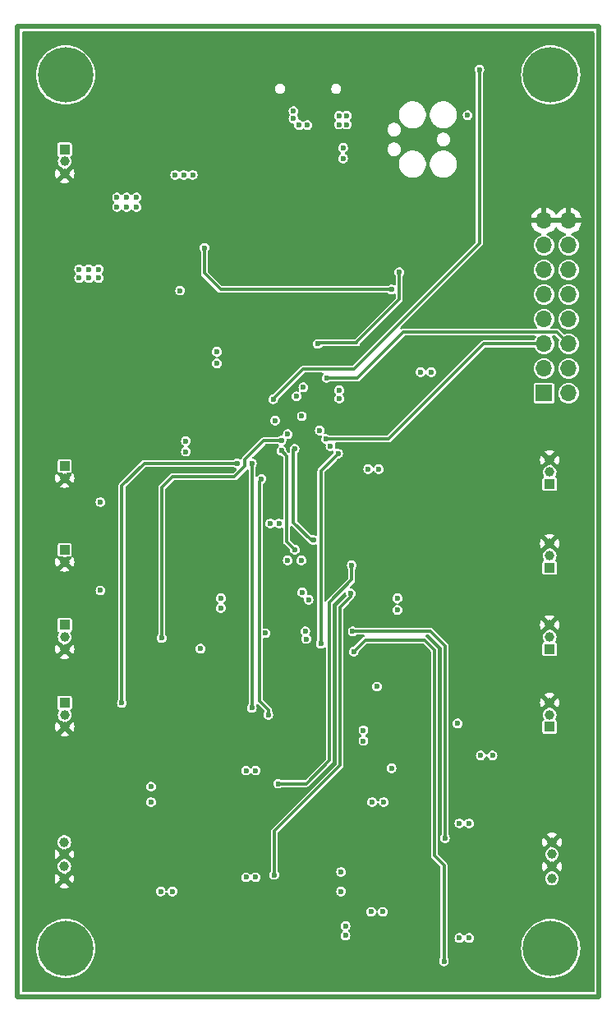
<source format=gbr>
%TF.GenerationSoftware,KiCad,Pcbnew,8.0.5*%
%TF.CreationDate,2024-10-21T17:45:40+01:00*%
%TF.ProjectId,Basic_DSP_V0_1,42617369-635f-4445-9350-5f56305f312e,rev?*%
%TF.SameCoordinates,Original*%
%TF.FileFunction,Copper,L6,Bot*%
%TF.FilePolarity,Positive*%
%FSLAX46Y46*%
G04 Gerber Fmt 4.6, Leading zero omitted, Abs format (unit mm)*
G04 Created by KiCad (PCBNEW 8.0.5) date 2024-10-21 17:45:40*
%MOMM*%
%LPD*%
G01*
G04 APERTURE LIST*
%TA.AperFunction,ComponentPad*%
%ADD10C,5.700000*%
%TD*%
%TA.AperFunction,ComponentPad*%
%ADD11R,1.100000X1.000000*%
%TD*%
%TA.AperFunction,ComponentPad*%
%ADD12C,1.000000*%
%TD*%
%TA.AperFunction,ComponentPad*%
%ADD13R,1.000000X1.000000*%
%TD*%
%TA.AperFunction,ComponentPad*%
%ADD14R,1.700000X1.700000*%
%TD*%
%TA.AperFunction,ComponentPad*%
%ADD15O,1.700000X1.700000*%
%TD*%
%TA.AperFunction,ViaPad*%
%ADD16C,0.600000*%
%TD*%
%TA.AperFunction,Conductor*%
%ADD17C,0.300000*%
%TD*%
%TA.AperFunction,Conductor*%
%ADD18C,0.200000*%
%TD*%
%TA.AperFunction,Profile*%
%ADD19C,0.500000*%
%TD*%
G04 APERTURE END LIST*
D10*
%TO.P,H3,1*%
%TO.N,N/C*%
X128400000Y-399100000D03*
%TD*%
%TO.P,H4,1*%
%TO.N,N/C*%
X78400000Y-399100000D03*
%TD*%
D11*
%TO.P,J2,1,1*%
%TO.N,+3V3*%
X78300000Y-365750000D03*
D12*
%TO.P,J2,2,2*%
%TO.N,Net-(D25-A2)*%
X78300000Y-367000000D03*
%TO.P,J2,3,3*%
%TO.N,GND*%
X78300000Y-368250000D03*
%TD*%
D10*
%TO.P,H1,1*%
%TO.N,N/C*%
X78400000Y-309100000D03*
%TD*%
D11*
%TO.P,J8,1,1*%
%TO.N,+3V3*%
X128300000Y-359875000D03*
D12*
%TO.P,J8,2,2*%
%TO.N,Net-(D10-A2)*%
X128300000Y-358625000D03*
%TO.P,J8,3,3*%
%TO.N,GND*%
X128300000Y-357375000D03*
%TD*%
D11*
%TO.P,J7,1,1*%
%TO.N,+3V3*%
X128300000Y-351250000D03*
D12*
%TO.P,J7,2,2*%
%TO.N,Net-(D8-A2)*%
X128300000Y-350000000D03*
%TO.P,J7,3,3*%
%TO.N,GND*%
X128300000Y-348750000D03*
%TD*%
%TO.P,J11,1,1*%
%TO.N,/Analogue/AUDIO_OUT_R*%
X78275000Y-388125000D03*
%TO.P,J11,2,2*%
%TO.N,GND*%
X78275000Y-389375000D03*
%TO.P,J11,3,3*%
%TO.N,/Analogue/AUDIO_OUT_L*%
X78275000Y-390625000D03*
%TO.P,J11,4,4*%
%TO.N,GND*%
X78275000Y-391875000D03*
%TD*%
D13*
%TO.P,J15,1,1*%
%TO.N,/Connections/SWITCH_1*%
X78300000Y-358000000D03*
D12*
%TO.P,J15,2,2*%
%TO.N,GND*%
X78300000Y-359250000D03*
%TD*%
D11*
%TO.P,J1,1,1*%
%TO.N,VCC*%
X78300000Y-316750000D03*
D12*
%TO.P,J1,2,2*%
%TO.N,unconnected-(J1-Pad2)*%
X78300000Y-318000000D03*
%TO.P,J1,3,3*%
%TO.N,GND*%
X78300000Y-319250000D03*
%TD*%
D11*
%TO.P,J3,1,1*%
%TO.N,+3V3*%
X78300000Y-373750000D03*
D12*
%TO.P,J3,2,2*%
%TO.N,Net-(D4-A2)*%
X78300000Y-375000000D03*
%TO.P,J3,3,3*%
%TO.N,GND*%
X78300000Y-376250000D03*
%TD*%
D13*
%TO.P,J14,1,1*%
%TO.N,/Connections/SWITCH_0*%
X78300000Y-349375000D03*
D12*
%TO.P,J14,2,2*%
%TO.N,GND*%
X78300000Y-350625000D03*
%TD*%
%TO.P,J6,1,1*%
%TO.N,/Analogue/AUDIO_IN_L*%
X128525000Y-391875000D03*
%TO.P,J6,2,2*%
%TO.N,GND*%
X128525000Y-390625000D03*
%TO.P,J6,3,3*%
%TO.N,/Analogue/AUDIO_IN_R*%
X128525000Y-389375000D03*
%TO.P,J6,4,4*%
%TO.N,GND*%
X128525000Y-388125000D03*
%TD*%
D10*
%TO.P,H2,1*%
%TO.N,N/C*%
X128400000Y-309100000D03*
%TD*%
D14*
%TO.P,J16,1,Pin_1*%
%TO.N,+5V*%
X127710000Y-341875000D03*
D15*
%TO.P,J16,2,Pin_2*%
%TO.N,+3V3*%
X130250000Y-341875000D03*
%TO.P,J16,3,Pin_3*%
%TO.N,/Connections/GPIO0*%
X127710000Y-339335000D03*
%TO.P,J16,4,Pin_4*%
%TO.N,/Connections/GPIO1*%
X130250000Y-339335000D03*
%TO.P,J16,5,Pin_5*%
%TO.N,/Connections/GPIO2*%
X127710000Y-336795000D03*
%TO.P,J16,6,Pin_6*%
%TO.N,/Connections/GPIO3*%
X130250000Y-336795000D03*
%TO.P,J16,7,Pin_7*%
%TO.N,/Connections/GPIO4*%
X127710000Y-334255000D03*
%TO.P,J16,8,Pin_8*%
%TO.N,/Connections/GPIO5*%
X130250000Y-334255000D03*
%TO.P,J16,9,Pin_9*%
%TO.N,/Connections/GPIO6*%
X127710000Y-331715000D03*
%TO.P,J16,10,Pin_10*%
%TO.N,/Connections/GPIO7*%
X130250000Y-331715000D03*
%TO.P,J16,11,Pin_11*%
%TO.N,/Connections/GPIO8*%
X127710000Y-329175000D03*
%TO.P,J16,12,Pin_12*%
%TO.N,/Connections/GPIO9*%
X130250000Y-329175000D03*
%TO.P,J16,13,Pin_13*%
%TO.N,/Connections/GPIO10*%
X127710000Y-326635000D03*
%TO.P,J16,14,Pin_14*%
%TO.N,/Connections/GPIO11*%
X130250000Y-326635000D03*
%TO.P,J16,15,Pin_15*%
%TO.N,GND*%
X127710000Y-324095000D03*
%TO.P,J16,16,Pin_16*%
X130250000Y-324095000D03*
%TD*%
D11*
%TO.P,J10,1,1*%
%TO.N,+3V3*%
X128300000Y-376250000D03*
D12*
%TO.P,J10,2,2*%
%TO.N,Net-(D11-A2)*%
X128300000Y-375000000D03*
%TO.P,J10,3,3*%
%TO.N,GND*%
X128300000Y-373750000D03*
%TD*%
D11*
%TO.P,J9,1,1*%
%TO.N,+3V3*%
X128300000Y-368250000D03*
D12*
%TO.P,J9,2,2*%
%TO.N,Net-(D12-A2)*%
X128300000Y-367000000D03*
%TO.P,J9,3,3*%
%TO.N,GND*%
X128300000Y-365750000D03*
%TD*%
D16*
%TO.N,+5VA*%
X87200000Y-382400000D03*
X110000000Y-384000000D03*
X121200000Y-379200000D03*
X89400000Y-393200000D03*
X106800000Y-391200000D03*
X112600000Y-363000000D03*
X106800000Y-393200000D03*
X109900000Y-395300000D03*
X111100000Y-395300000D03*
X111200000Y-384000000D03*
X112600000Y-364200000D03*
X88200000Y-393200000D03*
X122400000Y-379200000D03*
X87200000Y-384000000D03*
%TO.N,GND*%
X91500000Y-397000000D03*
X103500000Y-364300000D03*
X124400000Y-395900000D03*
X109100000Y-379300000D03*
X93500000Y-306700000D03*
X104600000Y-344800000D03*
X81800000Y-331200000D03*
X96900000Y-354000000D03*
X93100000Y-323000000D03*
X88300000Y-344800000D03*
X106500000Y-347300000D03*
X102100000Y-346100000D03*
X101500000Y-332000000D03*
X94400000Y-361500000D03*
X117600000Y-324800000D03*
X121100000Y-377400000D03*
X103545110Y-344161654D03*
X123800000Y-346300000D03*
X117400000Y-401400000D03*
X104700000Y-368700000D03*
X115000000Y-337900000D03*
X92500000Y-306700000D03*
X103500000Y-359100000D03*
X100900000Y-402300000D03*
X99700000Y-340900000D03*
X123900000Y-371500000D03*
X95300000Y-387700000D03*
X105400000Y-332100000D03*
X100650000Y-358534313D03*
X112600000Y-361300000D03*
X89500000Y-333200000D03*
X107700000Y-353700000D03*
X100000000Y-343900000D03*
X94000000Y-335700000D03*
X124300000Y-397700000D03*
X96900000Y-352000000D03*
X86900000Y-396900000D03*
X98800000Y-335700000D03*
X101500000Y-370300000D03*
X113400000Y-342900000D03*
X101400000Y-339900000D03*
X91700000Y-337300000D03*
X110900000Y-400900000D03*
X109600000Y-353700000D03*
X123900000Y-363400000D03*
X115500000Y-369700000D03*
X110500000Y-359700000D03*
X123900000Y-355400000D03*
%TO.N,+3V3*%
X99000000Y-366600000D03*
X82000000Y-353100000D03*
X81800000Y-330000000D03*
X82000000Y-362200000D03*
X115000000Y-339700000D03*
X110700000Y-349700000D03*
X90800000Y-346800000D03*
X110500000Y-372100000D03*
X109600000Y-349700000D03*
X100400000Y-355300000D03*
X116100000Y-339700000D03*
X119850000Y-313235000D03*
X90800000Y-347900000D03*
X94400000Y-363000000D03*
X80800000Y-329100000D03*
X94000000Y-337600000D03*
X94000000Y-338800000D03*
X99500000Y-355300000D03*
X94400000Y-364000000D03*
X81800000Y-329100000D03*
X79800000Y-329100000D03*
X79800000Y-330000000D03*
X90200000Y-331300000D03*
X80800000Y-330000000D03*
%TO.N,Net-(D1-K)*%
X83700000Y-322700000D03*
X109100000Y-377700000D03*
X83700000Y-321700000D03*
X85700000Y-321700000D03*
X84700000Y-322700000D03*
X84700000Y-321700000D03*
X109100000Y-376600000D03*
X85700000Y-322700000D03*
%TO.N,/Power/V_ENABLE*%
X112000000Y-380500000D03*
X112000000Y-331200000D03*
X92700000Y-326900000D03*
%TO.N,/Connections/ADC_IN0*%
X88300000Y-367100000D03*
X100650000Y-346750000D03*
%TO.N,/Connections/ADC_IN1*%
X96100000Y-349100000D03*
X84200000Y-373800000D03*
%TO.N,/Analogue/CODEC_IN_L*%
X108100000Y-368500000D03*
X117400000Y-400400000D03*
%TO.N,/Connections/ADC_IN2*%
X97600000Y-374300000D03*
X97600000Y-349100000D03*
%TO.N,/Connections/ADC_IN3*%
X99300000Y-375000000D03*
X98600000Y-350700000D03*
%TO.N,/Analogue/CODEC_IN_R*%
X117500000Y-387700000D03*
X108000000Y-366400000D03*
%TO.N,/Connections/ADC_IN4*%
X102030761Y-358000000D03*
X100650000Y-347800000D03*
%TO.N,/Connections/ADC_IN5*%
X103950000Y-357000000D03*
X102000000Y-347600000D03*
%TO.N,/Analogue/CODEC_OUT_L*%
X107800000Y-362500000D03*
X99900000Y-391500000D03*
%TO.N,/Analogue/CODEC_OUT_R*%
X100300000Y-382100000D03*
X107900000Y-359600000D03*
%TO.N,/Processor/MCU_~{RST}*%
X121050000Y-308535000D03*
X99800000Y-342500000D03*
%TO.N,VBUS*%
X91500000Y-319400000D03*
X106600000Y-313300000D03*
X106600000Y-314200000D03*
X101900000Y-312800000D03*
X107400000Y-314200000D03*
X107400000Y-313300000D03*
X89700000Y-319400000D03*
X90600000Y-319400000D03*
X101900000Y-313600000D03*
%TO.N,/Processor/SWO*%
X104400000Y-336800000D03*
X112800000Y-329400000D03*
%TO.N,/Connections/USB_D+*%
X102475000Y-314252248D03*
X106621851Y-341575000D03*
%TO.N,/Connections/USB_D-*%
X106621851Y-342425000D03*
X103325000Y-314252248D03*
%TO.N,+5V*%
X118800000Y-375900000D03*
X107000000Y-317700000D03*
X107000000Y-316600000D03*
%TO.N,/Connections/GPIO2*%
X105250000Y-346600000D03*
%TO.N,/Connections/GPIO3*%
X105300000Y-340300000D03*
%TO.N,/CODEC/I2S_ADC_OUT*%
X100000000Y-344700000D03*
X92300000Y-368200000D03*
%TO.N,/CODEC/I2C1_SDA*%
X102200000Y-342200000D03*
X103100000Y-366400000D03*
%TO.N,/CODEC/I2C1_SCL*%
X102900000Y-341266728D03*
X103200000Y-367200000D03*
%TO.N,+VREF*%
X119000000Y-398000000D03*
X107250000Y-397750000D03*
X98000000Y-391750000D03*
X97000000Y-380750000D03*
X120000000Y-398000000D03*
X98000000Y-380750000D03*
X97000000Y-391750000D03*
X107250000Y-396750000D03*
X120000000Y-386200000D03*
X119000000Y-386200000D03*
%TO.N,/CODEC/I2S_BCLK*%
X103450000Y-363150000D03*
X105700000Y-347315544D03*
%TO.N,/CODEC/I2S_WCLK*%
X102750000Y-344250000D03*
X102700000Y-359100000D03*
%TO.N,/CODEC/I2S_MCLK*%
X104600000Y-345700000D03*
X102800000Y-362400000D03*
%TO.N,/CODEC/I2S_DAC_IN*%
X101300000Y-346100000D03*
X101300000Y-359100000D03*
%TO.N,/CODEC/CODEC_~{RST}*%
X104700000Y-367700000D03*
X106500000Y-348100000D03*
%TD*%
D17*
%TO.N,/Power/V_ENABLE*%
X112000000Y-331200000D02*
X94400000Y-331200000D01*
X92700000Y-326900000D02*
X92700000Y-329500000D01*
X92700000Y-329500000D02*
X94400000Y-331200000D01*
%TO.N,/Connections/ADC_IN0*%
X89400000Y-350500000D02*
X88300000Y-351600000D01*
X96900000Y-349400000D02*
X95800000Y-350500000D01*
X100650000Y-346750000D02*
X98850000Y-346750000D01*
X95800000Y-350500000D02*
X89400000Y-350500000D01*
X98850000Y-346750000D02*
X96900000Y-348700000D01*
X88300000Y-351600000D02*
X88300000Y-367100000D01*
X96900000Y-348700000D02*
X96900000Y-349400000D01*
%TO.N,/Connections/ADC_IN1*%
X84200000Y-351400000D02*
X86500000Y-349100000D01*
X86500000Y-349100000D02*
X96100000Y-349100000D01*
X84200000Y-373800000D02*
X84200000Y-351400000D01*
%TO.N,/Analogue/CODEC_IN_L*%
X116400000Y-389500000D02*
X116400000Y-368300000D01*
X117400000Y-400400000D02*
X117400000Y-390500000D01*
X117400000Y-390500000D02*
X116400000Y-389500000D01*
X115400000Y-367300000D02*
X109300000Y-367300000D01*
X116400000Y-368300000D02*
X115400000Y-367300000D01*
X109300000Y-367300000D02*
X108100000Y-368500000D01*
%TO.N,/Connections/ADC_IN2*%
X97600000Y-349100000D02*
X97600000Y-374300000D01*
%TO.N,/Connections/ADC_IN3*%
X98350000Y-373550000D02*
X99300000Y-374500000D01*
X98350000Y-373550000D02*
X98350000Y-350950000D01*
X99300000Y-374500000D02*
X99300000Y-375000000D01*
X98350000Y-350950000D02*
X98600000Y-350700000D01*
%TO.N,/Analogue/CODEC_IN_R*%
X117500000Y-367900000D02*
X116000000Y-366400000D01*
X116000000Y-366400000D02*
X108000000Y-366400000D01*
X117500000Y-387700000D02*
X117500000Y-367900000D01*
%TO.N,/Connections/ADC_IN4*%
X101200000Y-348350000D02*
X100650000Y-347800000D01*
X101200000Y-357169239D02*
X101200000Y-348350000D01*
X102030761Y-358000000D02*
X101200000Y-357169239D01*
%TO.N,/Connections/ADC_IN5*%
X103950000Y-357000000D02*
X103700000Y-357000000D01*
X101900000Y-355200000D02*
X101900000Y-347700000D01*
X103700000Y-357000000D02*
X101900000Y-355200000D01*
X101900000Y-347700000D02*
X102000000Y-347600000D01*
%TO.N,/Analogue/CODEC_OUT_L*%
X107800000Y-362500000D02*
X107800000Y-362800000D01*
X106700000Y-380200000D02*
X99900000Y-387000000D01*
X106700000Y-363900000D02*
X106700000Y-380200000D01*
X99900000Y-387000000D02*
X99900000Y-391500000D01*
X107800000Y-362800000D02*
X106700000Y-363900000D01*
%TO.N,/Analogue/CODEC_OUT_R*%
X107900000Y-361100000D02*
X105600000Y-363400000D01*
X103200000Y-382100000D02*
X100300000Y-382100000D01*
X107900000Y-359600000D02*
X107900000Y-361100000D01*
X105600000Y-363400000D02*
X105600000Y-379700000D01*
X105600000Y-379700000D02*
X103200000Y-382100000D01*
%TO.N,/Processor/MCU_~{RST}*%
X121050000Y-308535000D02*
X121050000Y-326450000D01*
X100000000Y-342300000D02*
X102900000Y-339400000D01*
X108100000Y-339400000D02*
X121050000Y-326450000D01*
D18*
X99800000Y-342500000D02*
X100000000Y-342300000D01*
D17*
X102900000Y-339400000D02*
X108100000Y-339400000D01*
%TO.N,/Processor/SWO*%
X104500000Y-336700000D02*
X104400000Y-336800000D01*
X108400000Y-336700000D02*
X104500000Y-336700000D01*
X108400000Y-336600000D02*
X108400000Y-336700000D01*
X112800000Y-329400000D02*
X112800000Y-332200000D01*
X112800000Y-332200000D02*
X108400000Y-336600000D01*
%TO.N,/Connections/GPIO2*%
X111700000Y-346600000D02*
X121505000Y-336795000D01*
X121505000Y-336795000D02*
X127710000Y-336795000D01*
X105250000Y-346600000D02*
X111700000Y-346600000D01*
%TO.N,/Connections/GPIO3*%
X108500000Y-340300000D02*
X113205000Y-335595000D01*
X129050000Y-335595000D02*
X130250000Y-336795000D01*
X113205000Y-335595000D02*
X129050000Y-335595000D01*
X105300000Y-340300000D02*
X108500000Y-340300000D01*
%TO.N,/CODEC/CODEC_~{RST}*%
X106500000Y-348100000D02*
X104700000Y-349900000D01*
X104700000Y-349900000D02*
X104700000Y-367700000D01*
%TD*%
%TA.AperFunction,Conductor*%
%TO.N,GND*%
G36*
X129784075Y-323902007D02*
G01*
X129750000Y-324029174D01*
X129750000Y-324160826D01*
X129784075Y-324287993D01*
X129816988Y-324345000D01*
X128143012Y-324345000D01*
X128175925Y-324287993D01*
X128210000Y-324160826D01*
X128210000Y-324029174D01*
X128175925Y-323902007D01*
X128143012Y-323845000D01*
X129816988Y-323845000D01*
X129784075Y-323902007D01*
G37*
%TD.AperFunction*%
%TA.AperFunction,Conductor*%
G36*
X132842539Y-304620185D02*
G01*
X132888294Y-304672989D01*
X132899500Y-304724500D01*
X132899500Y-403475500D01*
X132879815Y-403542539D01*
X132827011Y-403588294D01*
X132775500Y-403599500D01*
X74024500Y-403599500D01*
X73957461Y-403579815D01*
X73911706Y-403527011D01*
X73900500Y-403475500D01*
X73900500Y-399100000D01*
X75344693Y-399100000D01*
X75363903Y-399442081D01*
X75363904Y-399442086D01*
X75421296Y-399779870D01*
X75516147Y-400109104D01*
X75523406Y-400126628D01*
X75647263Y-400425646D01*
X75812998Y-400725521D01*
X76011269Y-401004959D01*
X76239570Y-401260426D01*
X76239573Y-401260429D01*
X76495040Y-401488730D01*
X76495046Y-401488734D01*
X76495047Y-401488735D01*
X76774479Y-401687002D01*
X77074352Y-401852736D01*
X77390896Y-401983853D01*
X77720130Y-402078704D01*
X78057914Y-402136096D01*
X78400000Y-402155307D01*
X78742086Y-402136096D01*
X79079870Y-402078704D01*
X79409104Y-401983853D01*
X79725648Y-401852736D01*
X80025521Y-401687002D01*
X80304953Y-401488735D01*
X80560428Y-401260428D01*
X80788735Y-401004953D01*
X80987002Y-400725521D01*
X81152736Y-400425648D01*
X81283853Y-400109104D01*
X81378704Y-399779870D01*
X81436096Y-399442086D01*
X81455307Y-399100000D01*
X81436096Y-398757914D01*
X81378704Y-398420130D01*
X81283853Y-398090896D01*
X81152736Y-397774352D01*
X80987002Y-397474479D01*
X80788735Y-397195047D01*
X80788734Y-397195046D01*
X80788730Y-397195040D01*
X80560429Y-396939573D01*
X80560426Y-396939570D01*
X80348299Y-396750000D01*
X106744353Y-396750000D01*
X106764834Y-396892456D01*
X106786351Y-396939570D01*
X106824623Y-397023373D01*
X106918872Y-397132143D01*
X106926324Y-397136932D01*
X106939943Y-397145685D01*
X106985698Y-397198489D01*
X106995641Y-397267648D01*
X106966615Y-397331203D01*
X106939943Y-397354315D01*
X106918874Y-397367855D01*
X106824623Y-397476626D01*
X106824622Y-397476628D01*
X106764834Y-397607543D01*
X106744353Y-397750000D01*
X106764834Y-397892456D01*
X106796011Y-397960723D01*
X106824623Y-398023373D01*
X106918872Y-398132143D01*
X107039947Y-398209953D01*
X107039950Y-398209954D01*
X107039949Y-398209954D01*
X107178036Y-398250499D01*
X107178038Y-398250500D01*
X107178039Y-398250500D01*
X107321962Y-398250500D01*
X107321962Y-398250499D01*
X107460053Y-398209953D01*
X107581128Y-398132143D01*
X107675377Y-398023373D01*
X107735165Y-397892457D01*
X107755647Y-397750000D01*
X107735165Y-397607543D01*
X107675377Y-397476627D01*
X107581128Y-397367857D01*
X107581125Y-397367855D01*
X107581125Y-397367854D01*
X107560058Y-397354316D01*
X107514302Y-397301513D01*
X107504358Y-397232354D01*
X107533382Y-397168798D01*
X107560058Y-397145684D01*
X107581125Y-397132145D01*
X107581125Y-397132144D01*
X107581128Y-397132143D01*
X107675377Y-397023373D01*
X107735165Y-396892457D01*
X107755647Y-396750000D01*
X107735165Y-396607543D01*
X107675377Y-396476627D01*
X107581128Y-396367857D01*
X107460053Y-396290047D01*
X107460051Y-396290046D01*
X107460049Y-396290045D01*
X107460050Y-396290045D01*
X107321963Y-396249500D01*
X107321961Y-396249500D01*
X107178039Y-396249500D01*
X107178036Y-396249500D01*
X107039949Y-396290045D01*
X106918873Y-396367856D01*
X106824623Y-396476626D01*
X106824622Y-396476628D01*
X106764834Y-396607543D01*
X106744353Y-396750000D01*
X80348299Y-396750000D01*
X80304959Y-396711269D01*
X80025521Y-396512998D01*
X79725646Y-396347263D01*
X79587509Y-396290045D01*
X79409104Y-396216147D01*
X79324479Y-396191766D01*
X79079875Y-396121297D01*
X79079866Y-396121295D01*
X78742093Y-396063905D01*
X78742081Y-396063903D01*
X78400000Y-396044693D01*
X78057918Y-396063903D01*
X78057906Y-396063905D01*
X77720133Y-396121295D01*
X77720124Y-396121297D01*
X77390899Y-396216146D01*
X77390896Y-396216147D01*
X77310375Y-396249500D01*
X77074353Y-396347263D01*
X76774478Y-396512998D01*
X76495040Y-396711269D01*
X76239573Y-396939570D01*
X76239570Y-396939573D01*
X76011269Y-397195040D01*
X75812998Y-397474478D01*
X75647263Y-397774353D01*
X75516146Y-398090899D01*
X75421297Y-398420124D01*
X75421295Y-398420133D01*
X75363905Y-398757906D01*
X75363903Y-398757918D01*
X75344693Y-399100000D01*
X73900500Y-399100000D01*
X73900500Y-395300000D01*
X109394353Y-395300000D01*
X109414834Y-395442456D01*
X109474622Y-395573371D01*
X109474623Y-395573373D01*
X109568872Y-395682143D01*
X109689947Y-395759953D01*
X109689950Y-395759954D01*
X109689949Y-395759954D01*
X109828036Y-395800499D01*
X109828038Y-395800500D01*
X109828039Y-395800500D01*
X109971962Y-395800500D01*
X109971962Y-395800499D01*
X110110053Y-395759953D01*
X110231128Y-395682143D01*
X110325377Y-395573373D01*
X110385165Y-395442457D01*
X110385165Y-395442455D01*
X110387206Y-395437987D01*
X110432961Y-395385183D01*
X110500000Y-395365499D01*
X110567040Y-395385184D01*
X110612794Y-395437987D01*
X110614834Y-395442455D01*
X110614835Y-395442457D01*
X110674623Y-395573373D01*
X110768872Y-395682143D01*
X110889947Y-395759953D01*
X110889950Y-395759954D01*
X110889949Y-395759954D01*
X111028036Y-395800499D01*
X111028038Y-395800500D01*
X111028039Y-395800500D01*
X111171962Y-395800500D01*
X111171962Y-395800499D01*
X111310053Y-395759953D01*
X111431128Y-395682143D01*
X111525377Y-395573373D01*
X111585165Y-395442457D01*
X111605647Y-395300000D01*
X111585165Y-395157543D01*
X111525377Y-395026627D01*
X111431128Y-394917857D01*
X111310053Y-394840047D01*
X111310051Y-394840046D01*
X111310049Y-394840045D01*
X111310050Y-394840045D01*
X111171963Y-394799500D01*
X111171961Y-394799500D01*
X111028039Y-394799500D01*
X111028036Y-394799500D01*
X110889949Y-394840045D01*
X110768873Y-394917856D01*
X110674623Y-395026626D01*
X110674622Y-395026628D01*
X110612794Y-395162012D01*
X110567039Y-395214816D01*
X110500000Y-395234500D01*
X110432960Y-395214815D01*
X110387206Y-395162012D01*
X110325377Y-395026628D01*
X110325376Y-395026626D01*
X110231128Y-394917857D01*
X110110053Y-394840047D01*
X110110051Y-394840046D01*
X110110049Y-394840045D01*
X110110050Y-394840045D01*
X109971963Y-394799500D01*
X109971961Y-394799500D01*
X109828039Y-394799500D01*
X109828036Y-394799500D01*
X109689949Y-394840045D01*
X109568873Y-394917856D01*
X109474623Y-395026626D01*
X109474622Y-395026628D01*
X109414834Y-395157543D01*
X109394353Y-395300000D01*
X73900500Y-395300000D01*
X73900500Y-393200000D01*
X87694353Y-393200000D01*
X87714834Y-393342456D01*
X87774622Y-393473371D01*
X87774623Y-393473373D01*
X87868872Y-393582143D01*
X87989947Y-393659953D01*
X87989950Y-393659954D01*
X87989949Y-393659954D01*
X88128036Y-393700499D01*
X88128038Y-393700500D01*
X88128039Y-393700500D01*
X88271962Y-393700500D01*
X88271962Y-393700499D01*
X88410053Y-393659953D01*
X88531128Y-393582143D01*
X88625377Y-393473373D01*
X88685165Y-393342457D01*
X88685165Y-393342455D01*
X88687206Y-393337987D01*
X88732961Y-393285183D01*
X88800000Y-393265499D01*
X88867040Y-393285184D01*
X88912794Y-393337987D01*
X88914834Y-393342455D01*
X88914835Y-393342457D01*
X88974623Y-393473373D01*
X89068872Y-393582143D01*
X89189947Y-393659953D01*
X89189950Y-393659954D01*
X89189949Y-393659954D01*
X89328036Y-393700499D01*
X89328038Y-393700500D01*
X89328039Y-393700500D01*
X89471962Y-393700500D01*
X89471962Y-393700499D01*
X89610053Y-393659953D01*
X89731128Y-393582143D01*
X89825377Y-393473373D01*
X89885165Y-393342457D01*
X89905647Y-393200000D01*
X106294353Y-393200000D01*
X106314834Y-393342456D01*
X106374622Y-393473371D01*
X106374623Y-393473373D01*
X106468872Y-393582143D01*
X106589947Y-393659953D01*
X106589950Y-393659954D01*
X106589949Y-393659954D01*
X106728036Y-393700499D01*
X106728038Y-393700500D01*
X106728039Y-393700500D01*
X106871962Y-393700500D01*
X106871962Y-393700499D01*
X107010053Y-393659953D01*
X107131128Y-393582143D01*
X107225377Y-393473373D01*
X107285165Y-393342457D01*
X107305647Y-393200000D01*
X107285165Y-393057543D01*
X107225377Y-392926627D01*
X107131128Y-392817857D01*
X107010053Y-392740047D01*
X107010051Y-392740046D01*
X107010049Y-392740045D01*
X107010050Y-392740045D01*
X106871963Y-392699500D01*
X106871961Y-392699500D01*
X106728039Y-392699500D01*
X106728036Y-392699500D01*
X106589949Y-392740045D01*
X106468873Y-392817856D01*
X106374623Y-392926626D01*
X106374622Y-392926628D01*
X106314834Y-393057543D01*
X106294353Y-393200000D01*
X89905647Y-393200000D01*
X89885165Y-393057543D01*
X89825377Y-392926627D01*
X89731128Y-392817857D01*
X89610053Y-392740047D01*
X89610051Y-392740046D01*
X89610049Y-392740045D01*
X89610050Y-392740045D01*
X89471963Y-392699500D01*
X89471961Y-392699500D01*
X89328039Y-392699500D01*
X89328036Y-392699500D01*
X89189949Y-392740045D01*
X89068873Y-392817856D01*
X88974623Y-392926626D01*
X88974622Y-392926628D01*
X88912794Y-393062012D01*
X88867039Y-393114816D01*
X88800000Y-393134500D01*
X88732960Y-393114815D01*
X88687206Y-393062012D01*
X88625377Y-392926628D01*
X88625376Y-392926626D01*
X88584834Y-392879838D01*
X88531128Y-392817857D01*
X88410053Y-392740047D01*
X88410051Y-392740046D01*
X88410049Y-392740045D01*
X88410050Y-392740045D01*
X88271963Y-392699500D01*
X88271961Y-392699500D01*
X88128039Y-392699500D01*
X88128036Y-392699500D01*
X87989949Y-392740045D01*
X87868873Y-392817856D01*
X87774623Y-392926626D01*
X87774622Y-392926628D01*
X87714834Y-393057543D01*
X87694353Y-393200000D01*
X73900500Y-393200000D01*
X73900500Y-392737075D01*
X77766476Y-392737075D01*
X77890462Y-392803348D01*
X78078969Y-392860531D01*
X78078965Y-392860531D01*
X78275000Y-392879838D01*
X78471032Y-392860531D01*
X78659537Y-392803348D01*
X78783523Y-392737076D01*
X78783523Y-392737075D01*
X78275001Y-392228553D01*
X78275000Y-392228553D01*
X77766476Y-392737075D01*
X73900500Y-392737075D01*
X73900500Y-391875000D01*
X77270161Y-391875000D01*
X77289468Y-392071032D01*
X77346651Y-392259537D01*
X77412923Y-392383522D01*
X77921447Y-391875000D01*
X77866746Y-391820299D01*
X78000000Y-391820299D01*
X78000000Y-391929701D01*
X78041866Y-392030775D01*
X78119225Y-392108134D01*
X78220299Y-392150000D01*
X78329701Y-392150000D01*
X78430775Y-392108134D01*
X78508134Y-392030775D01*
X78550000Y-391929701D01*
X78550000Y-391874999D01*
X78628553Y-391874999D01*
X78628553Y-391875000D01*
X79137076Y-392383523D01*
X79203348Y-392259537D01*
X79260531Y-392071032D01*
X79279838Y-391875000D01*
X79267527Y-391750000D01*
X96494353Y-391750000D01*
X96514834Y-391892456D01*
X96545660Y-391959954D01*
X96574623Y-392023373D01*
X96668872Y-392132143D01*
X96789947Y-392209953D01*
X96789950Y-392209954D01*
X96789949Y-392209954D01*
X96928036Y-392250499D01*
X96928038Y-392250500D01*
X96928039Y-392250500D01*
X97071962Y-392250500D01*
X97071962Y-392250499D01*
X97210053Y-392209953D01*
X97331128Y-392132143D01*
X97406287Y-392045403D01*
X97465064Y-392007629D01*
X97534934Y-392007629D01*
X97593711Y-392045402D01*
X97668872Y-392132143D01*
X97789947Y-392209953D01*
X97789950Y-392209954D01*
X97789949Y-392209954D01*
X97928036Y-392250499D01*
X97928038Y-392250500D01*
X97928039Y-392250500D01*
X98071962Y-392250500D01*
X98071962Y-392250499D01*
X98210053Y-392209953D01*
X98331128Y-392132143D01*
X98425377Y-392023373D01*
X98485165Y-391892457D01*
X98505647Y-391750000D01*
X98485165Y-391607543D01*
X98425377Y-391476627D01*
X98331128Y-391367857D01*
X98210053Y-391290047D01*
X98210051Y-391290046D01*
X98210049Y-391290045D01*
X98210050Y-391290045D01*
X98071963Y-391249500D01*
X98071961Y-391249500D01*
X97928039Y-391249500D01*
X97928036Y-391249500D01*
X97789949Y-391290045D01*
X97668873Y-391367856D01*
X97593713Y-391454596D01*
X97534935Y-391492370D01*
X97465065Y-391492370D01*
X97406287Y-391454596D01*
X97331128Y-391367857D01*
X97210053Y-391290047D01*
X97210051Y-391290046D01*
X97210049Y-391290045D01*
X97210050Y-391290045D01*
X97071963Y-391249500D01*
X97071961Y-391249500D01*
X96928039Y-391249500D01*
X96928036Y-391249500D01*
X96789949Y-391290045D01*
X96668873Y-391367856D01*
X96574623Y-391476626D01*
X96574622Y-391476628D01*
X96514834Y-391607543D01*
X96494353Y-391750000D01*
X79267527Y-391750000D01*
X79260531Y-391678967D01*
X79203348Y-391490462D01*
X79137075Y-391366476D01*
X78628553Y-391874999D01*
X78550000Y-391874999D01*
X78550000Y-391820299D01*
X78508134Y-391719225D01*
X78430775Y-391641866D01*
X78329701Y-391600000D01*
X78220299Y-391600000D01*
X78119225Y-391641866D01*
X78041866Y-391719225D01*
X78000000Y-391820299D01*
X77866746Y-391820299D01*
X77412923Y-391366476D01*
X77346649Y-391490466D01*
X77289468Y-391678967D01*
X77270161Y-391875000D01*
X73900500Y-391875000D01*
X73900500Y-390625000D01*
X77569355Y-390625000D01*
X77589859Y-390793869D01*
X77589860Y-390793874D01*
X77650182Y-390952931D01*
X77667868Y-390978553D01*
X77746817Y-391092929D01*
X77874148Y-391205734D01*
X77874150Y-391205735D01*
X78031417Y-391288276D01*
X78030782Y-391289484D01*
X78065454Y-391311901D01*
X78274999Y-391521446D01*
X78484543Y-391311901D01*
X78519218Y-391289486D01*
X78518583Y-391288276D01*
X78525225Y-391284790D01*
X78675852Y-391205734D01*
X78803183Y-391092929D01*
X78899818Y-390952930D01*
X78960140Y-390793872D01*
X78980645Y-390625000D01*
X78960140Y-390456128D01*
X78899818Y-390297070D01*
X78891342Y-390284791D01*
X78860744Y-390240462D01*
X78803183Y-390157071D01*
X78675852Y-390044266D01*
X78675849Y-390044263D01*
X78518585Y-389961724D01*
X78519218Y-389960517D01*
X78484544Y-389938097D01*
X78275001Y-389728553D01*
X78065452Y-389938100D01*
X78030782Y-389960519D01*
X78031415Y-389961725D01*
X77874150Y-390044264D01*
X77746816Y-390157072D01*
X77650182Y-390297068D01*
X77589860Y-390456125D01*
X77589859Y-390456130D01*
X77569355Y-390625000D01*
X73900500Y-390625000D01*
X73900500Y-389375000D01*
X77270161Y-389375000D01*
X77289468Y-389571032D01*
X77346651Y-389759537D01*
X77412923Y-389883522D01*
X77921447Y-389375000D01*
X77866746Y-389320299D01*
X78000000Y-389320299D01*
X78000000Y-389429701D01*
X78041866Y-389530775D01*
X78119225Y-389608134D01*
X78220299Y-389650000D01*
X78329701Y-389650000D01*
X78430775Y-389608134D01*
X78508134Y-389530775D01*
X78550000Y-389429701D01*
X78550000Y-389374999D01*
X78628553Y-389374999D01*
X78628553Y-389375000D01*
X79137076Y-389883523D01*
X79203348Y-389759537D01*
X79260531Y-389571032D01*
X79279838Y-389375000D01*
X79260531Y-389178967D01*
X79203348Y-388990462D01*
X79137075Y-388866476D01*
X78628553Y-389374999D01*
X78550000Y-389374999D01*
X78550000Y-389320299D01*
X78508134Y-389219225D01*
X78430775Y-389141866D01*
X78329701Y-389100000D01*
X78220299Y-389100000D01*
X78119225Y-389141866D01*
X78041866Y-389219225D01*
X78000000Y-389320299D01*
X77866746Y-389320299D01*
X77412923Y-388866476D01*
X77346649Y-388990466D01*
X77289468Y-389178967D01*
X77270161Y-389375000D01*
X73900500Y-389375000D01*
X73900500Y-388125000D01*
X77569355Y-388125000D01*
X77589859Y-388293869D01*
X77589860Y-388293874D01*
X77650182Y-388452931D01*
X77667868Y-388478553D01*
X77746817Y-388592929D01*
X77874148Y-388705734D01*
X77874150Y-388705735D01*
X78031417Y-388788276D01*
X78030782Y-388789484D01*
X78065454Y-388811901D01*
X78274999Y-389021446D01*
X78484543Y-388811901D01*
X78519218Y-388789486D01*
X78518583Y-388788276D01*
X78525225Y-388784790D01*
X78675852Y-388705734D01*
X78803183Y-388592929D01*
X78899818Y-388452930D01*
X78960140Y-388293872D01*
X78980645Y-388125000D01*
X78960140Y-387956128D01*
X78899818Y-387797070D01*
X78803183Y-387657071D01*
X78675852Y-387544266D01*
X78675849Y-387544263D01*
X78525226Y-387465210D01*
X78360056Y-387424500D01*
X78189944Y-387424500D01*
X78024773Y-387465210D01*
X77874150Y-387544263D01*
X77746816Y-387657072D01*
X77650182Y-387797068D01*
X77589860Y-387956125D01*
X77589859Y-387956130D01*
X77569355Y-388125000D01*
X73900500Y-388125000D01*
X73900500Y-384000000D01*
X86694353Y-384000000D01*
X86714834Y-384142456D01*
X86774622Y-384273371D01*
X86774623Y-384273373D01*
X86868872Y-384382143D01*
X86989947Y-384459953D01*
X86989950Y-384459954D01*
X86989949Y-384459954D01*
X87128036Y-384500499D01*
X87128038Y-384500500D01*
X87128039Y-384500500D01*
X87271962Y-384500500D01*
X87271962Y-384500499D01*
X87410053Y-384459953D01*
X87531128Y-384382143D01*
X87625377Y-384273373D01*
X87685165Y-384142457D01*
X87705647Y-384000000D01*
X87685165Y-383857543D01*
X87625377Y-383726627D01*
X87531128Y-383617857D01*
X87410053Y-383540047D01*
X87410051Y-383540046D01*
X87410049Y-383540045D01*
X87410050Y-383540045D01*
X87271963Y-383499500D01*
X87271961Y-383499500D01*
X87128039Y-383499500D01*
X87128036Y-383499500D01*
X86989949Y-383540045D01*
X86868873Y-383617856D01*
X86774623Y-383726626D01*
X86774622Y-383726628D01*
X86714834Y-383857543D01*
X86694353Y-384000000D01*
X73900500Y-384000000D01*
X73900500Y-382400000D01*
X86694353Y-382400000D01*
X86714834Y-382542456D01*
X86774622Y-382673371D01*
X86774623Y-382673373D01*
X86868872Y-382782143D01*
X86989947Y-382859953D01*
X86989950Y-382859954D01*
X86989949Y-382859954D01*
X87128036Y-382900499D01*
X87128038Y-382900500D01*
X87128039Y-382900500D01*
X87271962Y-382900500D01*
X87271962Y-382900499D01*
X87410053Y-382859953D01*
X87531128Y-382782143D01*
X87625377Y-382673373D01*
X87685165Y-382542457D01*
X87705647Y-382400000D01*
X87685165Y-382257543D01*
X87625377Y-382126627D01*
X87531128Y-382017857D01*
X87410053Y-381940047D01*
X87410051Y-381940046D01*
X87410049Y-381940045D01*
X87410050Y-381940045D01*
X87271963Y-381899500D01*
X87271961Y-381899500D01*
X87128039Y-381899500D01*
X87128036Y-381899500D01*
X86989949Y-381940045D01*
X86868873Y-382017856D01*
X86774623Y-382126626D01*
X86774622Y-382126628D01*
X86714834Y-382257543D01*
X86694353Y-382400000D01*
X73900500Y-382400000D01*
X73900500Y-380750000D01*
X96494353Y-380750000D01*
X96514834Y-380892456D01*
X96545660Y-380959954D01*
X96574623Y-381023373D01*
X96668872Y-381132143D01*
X96789947Y-381209953D01*
X96789950Y-381209954D01*
X96789949Y-381209954D01*
X96928036Y-381250499D01*
X96928038Y-381250500D01*
X96928039Y-381250500D01*
X97071962Y-381250500D01*
X97071962Y-381250499D01*
X97210053Y-381209953D01*
X97331128Y-381132143D01*
X97406287Y-381045403D01*
X97465064Y-381007629D01*
X97534934Y-381007629D01*
X97593711Y-381045402D01*
X97668872Y-381132143D01*
X97789947Y-381209953D01*
X97789950Y-381209954D01*
X97789949Y-381209954D01*
X97928036Y-381250499D01*
X97928038Y-381250500D01*
X97928039Y-381250500D01*
X98071962Y-381250500D01*
X98071962Y-381250499D01*
X98210053Y-381209953D01*
X98331128Y-381132143D01*
X98425377Y-381023373D01*
X98485165Y-380892457D01*
X98505647Y-380750000D01*
X98485165Y-380607543D01*
X98425377Y-380476627D01*
X98331128Y-380367857D01*
X98210053Y-380290047D01*
X98210051Y-380290046D01*
X98210049Y-380290045D01*
X98210050Y-380290045D01*
X98071963Y-380249500D01*
X98071961Y-380249500D01*
X97928039Y-380249500D01*
X97928036Y-380249500D01*
X97789949Y-380290045D01*
X97668873Y-380367856D01*
X97668872Y-380367856D01*
X97668872Y-380367857D01*
X97627843Y-380415208D01*
X97593713Y-380454596D01*
X97534935Y-380492370D01*
X97465065Y-380492370D01*
X97406287Y-380454596D01*
X97331128Y-380367857D01*
X97210053Y-380290047D01*
X97210051Y-380290046D01*
X97210049Y-380290045D01*
X97210050Y-380290045D01*
X97071963Y-380249500D01*
X97071961Y-380249500D01*
X96928039Y-380249500D01*
X96928036Y-380249500D01*
X96789949Y-380290045D01*
X96668873Y-380367856D01*
X96574623Y-380476626D01*
X96574622Y-380476628D01*
X96514834Y-380607543D01*
X96494353Y-380750000D01*
X73900500Y-380750000D01*
X73900500Y-377112075D01*
X77791476Y-377112075D01*
X77915462Y-377178348D01*
X78103969Y-377235531D01*
X78103965Y-377235531D01*
X78300000Y-377254838D01*
X78496032Y-377235531D01*
X78684537Y-377178348D01*
X78808523Y-377112076D01*
X78808523Y-377112075D01*
X78300001Y-376603553D01*
X78300000Y-376603553D01*
X77791476Y-377112075D01*
X73900500Y-377112075D01*
X73900500Y-376250000D01*
X77295161Y-376250000D01*
X77314468Y-376446032D01*
X77371651Y-376634537D01*
X77437923Y-376758522D01*
X77946447Y-376250000D01*
X77896719Y-376200272D01*
X78050000Y-376200272D01*
X78050000Y-376299728D01*
X78088060Y-376391614D01*
X78158386Y-376461940D01*
X78250272Y-376500000D01*
X78349728Y-376500000D01*
X78441614Y-376461940D01*
X78511940Y-376391614D01*
X78550000Y-376299728D01*
X78550000Y-376249999D01*
X78653553Y-376249999D01*
X78653553Y-376250000D01*
X79162076Y-376758523D01*
X79228348Y-376634537D01*
X79285531Y-376446032D01*
X79304838Y-376250000D01*
X79285531Y-376053967D01*
X79228348Y-375865462D01*
X79162075Y-375741476D01*
X78653553Y-376249999D01*
X78550000Y-376249999D01*
X78550000Y-376200272D01*
X78511940Y-376108386D01*
X78441614Y-376038060D01*
X78349728Y-376000000D01*
X78250272Y-376000000D01*
X78158386Y-376038060D01*
X78088060Y-376108386D01*
X78050000Y-376200272D01*
X77896719Y-376200272D01*
X77437923Y-375741476D01*
X77371649Y-375865466D01*
X77314468Y-376053967D01*
X77295161Y-376250000D01*
X73900500Y-376250000D01*
X73900500Y-373230247D01*
X77549500Y-373230247D01*
X77549500Y-374269752D01*
X77561131Y-374328229D01*
X77561132Y-374328230D01*
X77605447Y-374394552D01*
X77679594Y-374444096D01*
X77724399Y-374497709D01*
X77733106Y-374567034D01*
X77712753Y-374617637D01*
X77675185Y-374672063D01*
X77675182Y-374672068D01*
X77614860Y-374831125D01*
X77614859Y-374831130D01*
X77594355Y-375000000D01*
X77614859Y-375168869D01*
X77614860Y-375168874D01*
X77675182Y-375327931D01*
X77737475Y-375418177D01*
X77771817Y-375467929D01*
X77899148Y-375580734D01*
X77899150Y-375580735D01*
X78056417Y-375663276D01*
X78055782Y-375664484D01*
X78090454Y-375686901D01*
X78299999Y-375896446D01*
X78509543Y-375686901D01*
X78544218Y-375664486D01*
X78543583Y-375663276D01*
X78613413Y-375626626D01*
X78700852Y-375580734D01*
X78828183Y-375467929D01*
X78924818Y-375327930D01*
X78985140Y-375168872D01*
X79005645Y-375000000D01*
X78985140Y-374831128D01*
X78973524Y-374800500D01*
X78924817Y-374672068D01*
X78887246Y-374617638D01*
X78865363Y-374551284D01*
X78882828Y-374483632D01*
X78920405Y-374444096D01*
X78994552Y-374394552D01*
X79038867Y-374328231D01*
X79038867Y-374328229D01*
X79038868Y-374328229D01*
X79050499Y-374269752D01*
X79050500Y-374269750D01*
X79050500Y-373800000D01*
X83694353Y-373800000D01*
X83714834Y-373942456D01*
X83753275Y-374026628D01*
X83774623Y-374073373D01*
X83868872Y-374182143D01*
X83989947Y-374259953D01*
X83989950Y-374259954D01*
X83989949Y-374259954D01*
X84074518Y-374284785D01*
X84126336Y-374300000D01*
X84128036Y-374300499D01*
X84128038Y-374300500D01*
X84128039Y-374300500D01*
X84271962Y-374300500D01*
X84271962Y-374300499D01*
X84410053Y-374259953D01*
X84531128Y-374182143D01*
X84625377Y-374073373D01*
X84685165Y-373942457D01*
X84705647Y-373800000D01*
X84685165Y-373657543D01*
X84625377Y-373526627D01*
X84625374Y-373526623D01*
X84580786Y-373475164D01*
X84551762Y-373411608D01*
X84550500Y-373393963D01*
X84550500Y-368200000D01*
X91794353Y-368200000D01*
X91814834Y-368342456D01*
X91874622Y-368473371D01*
X91874623Y-368473373D01*
X91968872Y-368582143D01*
X92089947Y-368659953D01*
X92089950Y-368659954D01*
X92089949Y-368659954D01*
X92228036Y-368700499D01*
X92228038Y-368700500D01*
X92228039Y-368700500D01*
X92371962Y-368700500D01*
X92371962Y-368700499D01*
X92510053Y-368659953D01*
X92631128Y-368582143D01*
X92725377Y-368473373D01*
X92785165Y-368342457D01*
X92805647Y-368200000D01*
X92785165Y-368057543D01*
X92725377Y-367926627D01*
X92631128Y-367817857D01*
X92510053Y-367740047D01*
X92510051Y-367740046D01*
X92510049Y-367740045D01*
X92510050Y-367740045D01*
X92371963Y-367699500D01*
X92371961Y-367699500D01*
X92228039Y-367699500D01*
X92228036Y-367699500D01*
X92089949Y-367740045D01*
X91968873Y-367817856D01*
X91874623Y-367926626D01*
X91874622Y-367926628D01*
X91814834Y-368057543D01*
X91794353Y-368200000D01*
X84550500Y-368200000D01*
X84550500Y-351596544D01*
X84570185Y-351529505D01*
X84586819Y-351508863D01*
X86608863Y-349486819D01*
X86670186Y-349453334D01*
X86696544Y-349450500D01*
X95686105Y-349450500D01*
X95753144Y-349470185D01*
X95767312Y-349480790D01*
X95768866Y-349482137D01*
X95768872Y-349482143D01*
X95889947Y-349559953D01*
X95889950Y-349559954D01*
X95889949Y-349559954D01*
X95963393Y-349581519D01*
X96022172Y-349619293D01*
X96051197Y-349682848D01*
X96041254Y-349752007D01*
X96016140Y-349788177D01*
X95691137Y-350113181D01*
X95629814Y-350146666D01*
X95603456Y-350149500D01*
X89353856Y-350149500D01*
X89281558Y-350168872D01*
X89281557Y-350168872D01*
X89264714Y-350173384D01*
X89264713Y-350173385D01*
X89184791Y-350219527D01*
X89184786Y-350219531D01*
X88019529Y-351384788D01*
X87996958Y-351423885D01*
X87996956Y-351423887D01*
X87973388Y-351464706D01*
X87973387Y-351464709D01*
X87949500Y-351553856D01*
X87949500Y-366693963D01*
X87929815Y-366761002D01*
X87919214Y-366775164D01*
X87874625Y-366826623D01*
X87874622Y-366826628D01*
X87814834Y-366957543D01*
X87794353Y-367100000D01*
X87814834Y-367242456D01*
X87860504Y-367342457D01*
X87874623Y-367373373D01*
X87968872Y-367482143D01*
X88089947Y-367559953D01*
X88089950Y-367559954D01*
X88089949Y-367559954D01*
X88228036Y-367600499D01*
X88228038Y-367600500D01*
X88228039Y-367600500D01*
X88371962Y-367600500D01*
X88371962Y-367600499D01*
X88479121Y-367569035D01*
X88510050Y-367559954D01*
X88510050Y-367559953D01*
X88510053Y-367559953D01*
X88631128Y-367482143D01*
X88725377Y-367373373D01*
X88785165Y-367242457D01*
X88805647Y-367100000D01*
X88785165Y-366957543D01*
X88725377Y-366826627D01*
X88722225Y-366822989D01*
X88680786Y-366775164D01*
X88651762Y-366711608D01*
X88650500Y-366693963D01*
X88650500Y-363000000D01*
X93894353Y-363000000D01*
X93914834Y-363142456D01*
X93974622Y-363273371D01*
X93974623Y-363273373D01*
X94068872Y-363382143D01*
X94076324Y-363386932D01*
X94089943Y-363395685D01*
X94135698Y-363448489D01*
X94145641Y-363517648D01*
X94116615Y-363581203D01*
X94089943Y-363604315D01*
X94068874Y-363617855D01*
X93974623Y-363726626D01*
X93974622Y-363726628D01*
X93914834Y-363857543D01*
X93894353Y-364000000D01*
X93914834Y-364142456D01*
X93941114Y-364200000D01*
X93974623Y-364273373D01*
X94068872Y-364382143D01*
X94189947Y-364459953D01*
X94189950Y-364459954D01*
X94189949Y-364459954D01*
X94328036Y-364500499D01*
X94328038Y-364500500D01*
X94328039Y-364500500D01*
X94471962Y-364500500D01*
X94471962Y-364500499D01*
X94610053Y-364459953D01*
X94731128Y-364382143D01*
X94825377Y-364273373D01*
X94885165Y-364142457D01*
X94905647Y-364000000D01*
X94885165Y-363857543D01*
X94825377Y-363726627D01*
X94731128Y-363617857D01*
X94731125Y-363617855D01*
X94731125Y-363617854D01*
X94710058Y-363604316D01*
X94664302Y-363551513D01*
X94654358Y-363482354D01*
X94683382Y-363418798D01*
X94710058Y-363395684D01*
X94731125Y-363382145D01*
X94731125Y-363382144D01*
X94731128Y-363382143D01*
X94825377Y-363273373D01*
X94885165Y-363142457D01*
X94905647Y-363000000D01*
X94885165Y-362857543D01*
X94825377Y-362726627D01*
X94731128Y-362617857D01*
X94610053Y-362540047D01*
X94610051Y-362540046D01*
X94610049Y-362540045D01*
X94610050Y-362540045D01*
X94471963Y-362499500D01*
X94471961Y-362499500D01*
X94328039Y-362499500D01*
X94328036Y-362499500D01*
X94189949Y-362540045D01*
X94068873Y-362617856D01*
X93974623Y-362726626D01*
X93974622Y-362726628D01*
X93914834Y-362857543D01*
X93894353Y-363000000D01*
X88650500Y-363000000D01*
X88650500Y-351796544D01*
X88670185Y-351729505D01*
X88686819Y-351708863D01*
X89508863Y-350886819D01*
X89570186Y-350853334D01*
X89596544Y-350850500D01*
X95846142Y-350850500D01*
X95846144Y-350850500D01*
X95935288Y-350826614D01*
X96015212Y-350780470D01*
X97037819Y-349757863D01*
X97099142Y-349724378D01*
X97168834Y-349729362D01*
X97224767Y-349771234D01*
X97249184Y-349836698D01*
X97249500Y-349845544D01*
X97249500Y-373893963D01*
X97229815Y-373961002D01*
X97219214Y-373975164D01*
X97174625Y-374026623D01*
X97174622Y-374026628D01*
X97114834Y-374157543D01*
X97094353Y-374300000D01*
X97114834Y-374442456D01*
X97133639Y-374483632D01*
X97174623Y-374573373D01*
X97268872Y-374682143D01*
X97389947Y-374759953D01*
X97389950Y-374759954D01*
X97389949Y-374759954D01*
X97528036Y-374800499D01*
X97528038Y-374800500D01*
X97528039Y-374800500D01*
X97671962Y-374800500D01*
X97671962Y-374800499D01*
X97810053Y-374759953D01*
X97931128Y-374682143D01*
X98025377Y-374573373D01*
X98085165Y-374442457D01*
X98105647Y-374300000D01*
X98085165Y-374157543D01*
X98054039Y-374089389D01*
X98044096Y-374020232D01*
X98073121Y-373956676D01*
X98131899Y-373918901D01*
X98201768Y-373918901D01*
X98254515Y-373950197D01*
X98865559Y-374561241D01*
X98899044Y-374622564D01*
X98894060Y-374692256D01*
X98878461Y-374718551D01*
X98879418Y-374719166D01*
X98874622Y-374726628D01*
X98814834Y-374857543D01*
X98794353Y-375000000D01*
X98814834Y-375142456D01*
X98826897Y-375168869D01*
X98874623Y-375273373D01*
X98968872Y-375382143D01*
X99089947Y-375459953D01*
X99089950Y-375459954D01*
X99089949Y-375459954D01*
X99228036Y-375500499D01*
X99228038Y-375500500D01*
X99228039Y-375500500D01*
X99371962Y-375500500D01*
X99371962Y-375500499D01*
X99510053Y-375459953D01*
X99631128Y-375382143D01*
X99725377Y-375273373D01*
X99785165Y-375142457D01*
X99805647Y-375000000D01*
X99785165Y-374857543D01*
X99725377Y-374726627D01*
X99725374Y-374726623D01*
X99680786Y-374675164D01*
X99651762Y-374611608D01*
X99650500Y-374593963D01*
X99650500Y-374453858D01*
X99650500Y-374453856D01*
X99626614Y-374364712D01*
X99626610Y-374364705D01*
X99612468Y-374340209D01*
X99612468Y-374340210D01*
X99580470Y-374284788D01*
X98736819Y-373441137D01*
X98703334Y-373379814D01*
X98700500Y-373353456D01*
X98700500Y-367199333D01*
X98720185Y-367132294D01*
X98772989Y-367086539D01*
X98842147Y-367076595D01*
X98859431Y-367080355D01*
X98880492Y-367086539D01*
X98928038Y-367100500D01*
X98928039Y-367100500D01*
X99071962Y-367100500D01*
X99071962Y-367100499D01*
X99210053Y-367059953D01*
X99331128Y-366982143D01*
X99425377Y-366873373D01*
X99485165Y-366742457D01*
X99505647Y-366600000D01*
X99485165Y-366457543D01*
X99458886Y-366400000D01*
X102594353Y-366400000D01*
X102614834Y-366542456D01*
X102618866Y-366551284D01*
X102674623Y-366673373D01*
X102764701Y-366777329D01*
X102793725Y-366840883D01*
X102783781Y-366910041D01*
X102775303Y-366925568D01*
X102774624Y-366926624D01*
X102714834Y-367057543D01*
X102694353Y-367200000D01*
X102714834Y-367342456D01*
X102753275Y-367426628D01*
X102774623Y-367473373D01*
X102868872Y-367582143D01*
X102989947Y-367659953D01*
X102989950Y-367659954D01*
X102989949Y-367659954D01*
X103097107Y-367691417D01*
X103126336Y-367700000D01*
X103128036Y-367700499D01*
X103128038Y-367700500D01*
X103128039Y-367700500D01*
X103271962Y-367700500D01*
X103271962Y-367700499D01*
X103410053Y-367659953D01*
X103531128Y-367582143D01*
X103625377Y-367473373D01*
X103685165Y-367342457D01*
X103705647Y-367200000D01*
X103685165Y-367057543D01*
X103625377Y-366926627D01*
X103625375Y-366926625D01*
X103625374Y-366926622D01*
X103535300Y-366822671D01*
X103506275Y-366759116D01*
X103516219Y-366689957D01*
X103524700Y-366674426D01*
X103525372Y-366673378D01*
X103525377Y-366673373D01*
X103585165Y-366542457D01*
X103605647Y-366400000D01*
X103585165Y-366257543D01*
X103525377Y-366126627D01*
X103431128Y-366017857D01*
X103310053Y-365940047D01*
X103310051Y-365940046D01*
X103310049Y-365940045D01*
X103310050Y-365940045D01*
X103171963Y-365899500D01*
X103171961Y-365899500D01*
X103028039Y-365899500D01*
X103028036Y-365899500D01*
X102889949Y-365940045D01*
X102768873Y-366017856D01*
X102674623Y-366126626D01*
X102674622Y-366126628D01*
X102614834Y-366257543D01*
X102594353Y-366400000D01*
X99458886Y-366400000D01*
X99425377Y-366326627D01*
X99331128Y-366217857D01*
X99210053Y-366140047D01*
X99210051Y-366140046D01*
X99210049Y-366140045D01*
X99210050Y-366140045D01*
X99071963Y-366099500D01*
X99071961Y-366099500D01*
X98928039Y-366099500D01*
X98928035Y-366099500D01*
X98859434Y-366119643D01*
X98789564Y-366119643D01*
X98730786Y-366081868D01*
X98701762Y-366018312D01*
X98700500Y-366000666D01*
X98700500Y-362400000D01*
X102294353Y-362400000D01*
X102314834Y-362542456D01*
X102360504Y-362642457D01*
X102374623Y-362673373D01*
X102468872Y-362782143D01*
X102589947Y-362859953D01*
X102589950Y-362859954D01*
X102589949Y-362859954D01*
X102728036Y-362900499D01*
X102728038Y-362900500D01*
X102837122Y-362900500D01*
X102904161Y-362920185D01*
X102949916Y-362972989D01*
X102959860Y-363042147D01*
X102944353Y-363150000D01*
X102964834Y-363292456D01*
X103011978Y-363395684D01*
X103024623Y-363423373D01*
X103118872Y-363532143D01*
X103239947Y-363609953D01*
X103239950Y-363609954D01*
X103239949Y-363609954D01*
X103378036Y-363650499D01*
X103378038Y-363650500D01*
X103378039Y-363650500D01*
X103521962Y-363650500D01*
X103521962Y-363650499D01*
X103660053Y-363609953D01*
X103781128Y-363532143D01*
X103875377Y-363423373D01*
X103935165Y-363292457D01*
X103955647Y-363150000D01*
X103935165Y-363007543D01*
X103875377Y-362876627D01*
X103781128Y-362767857D01*
X103660053Y-362690047D01*
X103660051Y-362690046D01*
X103660049Y-362690045D01*
X103660050Y-362690045D01*
X103521963Y-362649500D01*
X103521961Y-362649500D01*
X103412878Y-362649500D01*
X103345839Y-362629815D01*
X103300084Y-362577011D01*
X103290140Y-362507853D01*
X103291341Y-362499500D01*
X103305647Y-362400000D01*
X103285165Y-362257543D01*
X103225377Y-362126627D01*
X103131128Y-362017857D01*
X103010053Y-361940047D01*
X103010051Y-361940046D01*
X103010049Y-361940045D01*
X103010050Y-361940045D01*
X102871963Y-361899500D01*
X102871961Y-361899500D01*
X102728039Y-361899500D01*
X102728036Y-361899500D01*
X102589949Y-361940045D01*
X102468873Y-362017856D01*
X102374623Y-362126626D01*
X102374622Y-362126628D01*
X102314834Y-362257543D01*
X102294353Y-362400000D01*
X98700500Y-362400000D01*
X98700500Y-359100000D01*
X100794353Y-359100000D01*
X100814834Y-359242456D01*
X100853275Y-359326628D01*
X100874623Y-359373373D01*
X100968872Y-359482143D01*
X101089947Y-359559953D01*
X101089950Y-359559954D01*
X101089949Y-359559954D01*
X101197107Y-359591417D01*
X101226336Y-359600000D01*
X101228036Y-359600499D01*
X101228038Y-359600500D01*
X101228039Y-359600500D01*
X101371962Y-359600500D01*
X101371962Y-359600499D01*
X101510053Y-359559953D01*
X101631128Y-359482143D01*
X101725377Y-359373373D01*
X101785165Y-359242457D01*
X101805647Y-359100000D01*
X102194353Y-359100000D01*
X102214834Y-359242456D01*
X102253275Y-359326628D01*
X102274623Y-359373373D01*
X102368872Y-359482143D01*
X102489947Y-359559953D01*
X102489950Y-359559954D01*
X102489949Y-359559954D01*
X102597107Y-359591417D01*
X102626336Y-359600000D01*
X102628036Y-359600499D01*
X102628038Y-359600500D01*
X102628039Y-359600500D01*
X102771962Y-359600500D01*
X102771962Y-359600499D01*
X102910053Y-359559953D01*
X103031128Y-359482143D01*
X103125377Y-359373373D01*
X103185165Y-359242457D01*
X103205647Y-359100000D01*
X103185165Y-358957543D01*
X103125377Y-358826627D01*
X103031128Y-358717857D01*
X102910053Y-358640047D01*
X102910051Y-358640046D01*
X102910049Y-358640045D01*
X102910050Y-358640045D01*
X102771963Y-358599500D01*
X102771961Y-358599500D01*
X102628039Y-358599500D01*
X102628036Y-358599500D01*
X102489949Y-358640045D01*
X102368873Y-358717856D01*
X102274623Y-358826626D01*
X102274622Y-358826628D01*
X102214834Y-358957543D01*
X102194353Y-359100000D01*
X101805647Y-359100000D01*
X101785165Y-358957543D01*
X101725377Y-358826627D01*
X101631128Y-358717857D01*
X101510053Y-358640047D01*
X101510051Y-358640046D01*
X101510049Y-358640045D01*
X101510050Y-358640045D01*
X101371963Y-358599500D01*
X101371961Y-358599500D01*
X101228039Y-358599500D01*
X101228036Y-358599500D01*
X101089949Y-358640045D01*
X100968873Y-358717856D01*
X100874623Y-358826626D01*
X100874622Y-358826628D01*
X100814834Y-358957543D01*
X100794353Y-359100000D01*
X98700500Y-359100000D01*
X98700500Y-351284945D01*
X98720185Y-351217906D01*
X98772989Y-351172151D01*
X98789554Y-351165971D01*
X98810053Y-351159953D01*
X98931128Y-351082143D01*
X99025377Y-350973373D01*
X99085165Y-350842457D01*
X99105647Y-350700000D01*
X99085165Y-350557543D01*
X99025377Y-350426627D01*
X98931128Y-350317857D01*
X98810053Y-350240047D01*
X98810051Y-350240046D01*
X98810049Y-350240045D01*
X98810050Y-350240045D01*
X98671963Y-350199500D01*
X98671961Y-350199500D01*
X98528039Y-350199500D01*
X98528036Y-350199500D01*
X98389949Y-350240045D01*
X98268873Y-350317856D01*
X98268872Y-350317856D01*
X98268872Y-350317857D01*
X98212980Y-350382361D01*
X98168815Y-350433330D01*
X98166187Y-350431053D01*
X98125971Y-350465876D01*
X98056809Y-350475795D01*
X97993264Y-350446747D01*
X97955510Y-350387956D01*
X97950500Y-350353063D01*
X97950500Y-349506035D01*
X97970185Y-349438996D01*
X97980782Y-349424837D01*
X98025377Y-349373373D01*
X98085165Y-349242457D01*
X98105647Y-349100000D01*
X98085165Y-348957543D01*
X98025377Y-348826627D01*
X97931128Y-348717857D01*
X97889669Y-348691213D01*
X97810051Y-348640045D01*
X97736604Y-348618480D01*
X97677826Y-348580706D01*
X97648801Y-348517150D01*
X97658745Y-348447992D01*
X97683855Y-348411825D01*
X98958863Y-347136819D01*
X99020186Y-347103334D01*
X99046544Y-347100500D01*
X100236105Y-347100500D01*
X100303144Y-347120185D01*
X100317312Y-347130790D01*
X100318867Y-347132138D01*
X100318872Y-347132143D01*
X100318877Y-347132146D01*
X100318878Y-347132147D01*
X100378844Y-347170685D01*
X100424598Y-347223489D01*
X100434542Y-347292647D01*
X100405517Y-347356203D01*
X100378844Y-347379315D01*
X100318874Y-347417855D01*
X100224623Y-347526626D01*
X100224622Y-347526628D01*
X100164834Y-347657543D01*
X100144353Y-347800000D01*
X100164834Y-347942456D01*
X100210504Y-348042457D01*
X100224623Y-348073373D01*
X100318872Y-348182143D01*
X100439947Y-348259953D01*
X100439950Y-348259954D01*
X100439949Y-348259954D01*
X100578036Y-348300499D01*
X100578038Y-348300500D01*
X100578039Y-348300500D01*
X100603456Y-348300500D01*
X100670495Y-348320185D01*
X100691137Y-348336819D01*
X100813181Y-348458863D01*
X100846666Y-348520186D01*
X100849500Y-348546544D01*
X100849500Y-354766841D01*
X100829815Y-354833880D01*
X100777011Y-354879635D01*
X100707853Y-354889579D01*
X100658461Y-354871157D01*
X100610053Y-354840047D01*
X100610051Y-354840046D01*
X100610049Y-354840045D01*
X100610050Y-354840045D01*
X100471963Y-354799500D01*
X100471961Y-354799500D01*
X100328039Y-354799500D01*
X100328036Y-354799500D01*
X100189949Y-354840045D01*
X100068872Y-354917856D01*
X100043712Y-354946893D01*
X99984933Y-354984667D01*
X99915064Y-354984666D01*
X99856288Y-354946893D01*
X99831127Y-354917856D01*
X99758461Y-354871157D01*
X99710053Y-354840047D01*
X99710051Y-354840046D01*
X99710049Y-354840045D01*
X99710050Y-354840045D01*
X99571963Y-354799500D01*
X99571961Y-354799500D01*
X99428039Y-354799500D01*
X99428036Y-354799500D01*
X99289949Y-354840045D01*
X99168873Y-354917856D01*
X99074623Y-355026626D01*
X99074622Y-355026628D01*
X99014834Y-355157543D01*
X98994353Y-355300000D01*
X99014834Y-355442456D01*
X99067539Y-355557862D01*
X99074623Y-355573373D01*
X99168872Y-355682143D01*
X99289947Y-355759953D01*
X99289950Y-355759954D01*
X99289949Y-355759954D01*
X99428036Y-355800499D01*
X99428038Y-355800500D01*
X99428039Y-355800500D01*
X99571962Y-355800500D01*
X99571962Y-355800499D01*
X99710053Y-355759953D01*
X99831128Y-355682143D01*
X99856288Y-355653106D01*
X99915065Y-355615333D01*
X99984935Y-355615333D01*
X100043711Y-355653106D01*
X100068872Y-355682143D01*
X100189947Y-355759953D01*
X100189950Y-355759954D01*
X100189949Y-355759954D01*
X100328036Y-355800499D01*
X100328038Y-355800500D01*
X100328039Y-355800500D01*
X100471962Y-355800500D01*
X100471962Y-355800499D01*
X100610053Y-355759953D01*
X100658463Y-355728841D01*
X100725499Y-355709158D01*
X100792538Y-355728842D01*
X100838294Y-355781645D01*
X100849500Y-355833158D01*
X100849500Y-357215382D01*
X100866940Y-357280470D01*
X100866940Y-357280471D01*
X100873384Y-357304523D01*
X100873385Y-357304525D01*
X100919527Y-357384447D01*
X100919531Y-357384452D01*
X101494256Y-357959177D01*
X101527741Y-358020500D01*
X101529313Y-358029210D01*
X101545595Y-358142456D01*
X101605383Y-358273371D01*
X101605384Y-358273373D01*
X101699633Y-358382143D01*
X101820708Y-358459953D01*
X101820711Y-358459954D01*
X101820710Y-358459954D01*
X101958797Y-358500499D01*
X101958799Y-358500500D01*
X101958800Y-358500500D01*
X102102723Y-358500500D01*
X102102723Y-358500499D01*
X102240814Y-358459953D01*
X102361889Y-358382143D01*
X102456138Y-358273373D01*
X102515926Y-358142457D01*
X102536408Y-358000000D01*
X102515926Y-357857543D01*
X102456138Y-357726627D01*
X102361889Y-357617857D01*
X102240814Y-357540047D01*
X102240812Y-357540046D01*
X102240810Y-357540045D01*
X102240811Y-357540045D01*
X102102724Y-357499500D01*
X102102722Y-357499500D01*
X102077305Y-357499500D01*
X102010266Y-357479815D01*
X101989624Y-357463181D01*
X101586819Y-357060376D01*
X101553334Y-356999053D01*
X101550500Y-356972695D01*
X101550500Y-355645543D01*
X101570185Y-355578504D01*
X101622989Y-355532749D01*
X101692147Y-355522805D01*
X101755703Y-355551830D01*
X101762167Y-355557849D01*
X103419531Y-357215212D01*
X103484788Y-357280469D01*
X103484789Y-357280470D01*
X103484791Y-357280471D01*
X103558749Y-357323172D01*
X103590459Y-357349353D01*
X103618872Y-357382143D01*
X103739947Y-357459953D01*
X103739950Y-357459954D01*
X103739949Y-357459954D01*
X103847107Y-357491417D01*
X103874633Y-357499500D01*
X103878036Y-357500499D01*
X103878038Y-357500500D01*
X103878039Y-357500500D01*
X104021962Y-357500500D01*
X104021962Y-357500499D01*
X104129121Y-357469035D01*
X104160050Y-357459954D01*
X104160050Y-357459953D01*
X104160053Y-357459953D01*
X104160054Y-357459951D01*
X104168118Y-357456270D01*
X104168872Y-357457921D01*
X104225487Y-357441291D01*
X104292529Y-357460969D01*
X104338289Y-357513768D01*
X104349500Y-357565291D01*
X104349500Y-367293963D01*
X104329815Y-367361002D01*
X104319214Y-367375164D01*
X104274625Y-367426623D01*
X104274622Y-367426628D01*
X104214834Y-367557543D01*
X104194353Y-367700000D01*
X104214834Y-367842456D01*
X104253275Y-367926628D01*
X104274623Y-367973373D01*
X104368872Y-368082143D01*
X104489947Y-368159953D01*
X104489950Y-368159954D01*
X104489949Y-368159954D01*
X104597107Y-368191417D01*
X104627262Y-368200272D01*
X104628036Y-368200499D01*
X104628038Y-368200500D01*
X104628039Y-368200500D01*
X104771962Y-368200500D01*
X104771962Y-368200499D01*
X104910053Y-368159953D01*
X105031128Y-368082143D01*
X105031785Y-368081384D01*
X105032628Y-368080842D01*
X105037828Y-368076337D01*
X105038475Y-368077084D01*
X105090560Y-368043608D01*
X105160429Y-368043605D01*
X105219209Y-368081377D01*
X105248237Y-368144931D01*
X105249500Y-368162584D01*
X105249500Y-379503456D01*
X105229815Y-379570495D01*
X105213181Y-379591137D01*
X103091137Y-381713181D01*
X103029814Y-381746666D01*
X103003456Y-381749500D01*
X100713895Y-381749500D01*
X100646856Y-381729815D01*
X100632688Y-381719210D01*
X100631132Y-381717862D01*
X100631128Y-381717857D01*
X100510053Y-381640047D01*
X100510051Y-381640046D01*
X100510049Y-381640045D01*
X100510050Y-381640045D01*
X100371963Y-381599500D01*
X100371961Y-381599500D01*
X100228039Y-381599500D01*
X100228036Y-381599500D01*
X100089949Y-381640045D01*
X99968873Y-381717856D01*
X99874623Y-381826626D01*
X99874622Y-381826628D01*
X99814834Y-381957543D01*
X99794353Y-382100000D01*
X99814834Y-382242456D01*
X99874622Y-382373371D01*
X99874623Y-382373373D01*
X99968872Y-382482143D01*
X100089947Y-382559953D01*
X100089950Y-382559954D01*
X100089949Y-382559954D01*
X100228036Y-382600499D01*
X100228038Y-382600500D01*
X100228039Y-382600500D01*
X100371962Y-382600500D01*
X100371962Y-382600499D01*
X100510053Y-382559953D01*
X100631128Y-382482143D01*
X100631136Y-382482133D01*
X100632688Y-382480790D01*
X100634572Y-382479929D01*
X100638589Y-382477348D01*
X100638960Y-382477925D01*
X100696243Y-382451763D01*
X100713895Y-382450500D01*
X103246142Y-382450500D01*
X103246144Y-382450500D01*
X103335288Y-382426614D01*
X103415212Y-382380470D01*
X105880470Y-379915212D01*
X105926614Y-379835288D01*
X105950500Y-379746143D01*
X105950500Y-379653856D01*
X105950500Y-363596544D01*
X105970185Y-363529505D01*
X105986819Y-363508863D01*
X107082672Y-362413010D01*
X107143995Y-362379525D01*
X107213687Y-362384509D01*
X107269620Y-362426381D01*
X107294037Y-362491845D01*
X107294320Y-362499770D01*
X107294353Y-362499999D01*
X107294353Y-362500000D01*
X107314835Y-362642457D01*
X107322826Y-362659954D01*
X107325165Y-362665076D01*
X107335106Y-362734235D01*
X107306080Y-362797790D01*
X107300050Y-362804266D01*
X106419531Y-363684786D01*
X106419527Y-363684791D01*
X106381592Y-363750498D01*
X106381592Y-363750499D01*
X106373386Y-363764710D01*
X106349500Y-363853856D01*
X106349500Y-380003456D01*
X106329815Y-380070495D01*
X106313181Y-380091137D01*
X99619531Y-386784786D01*
X99619527Y-386784791D01*
X99573387Y-386864709D01*
X99573386Y-386864712D01*
X99549500Y-386953856D01*
X99549500Y-391093963D01*
X99529815Y-391161002D01*
X99519214Y-391175164D01*
X99474625Y-391226623D01*
X99474622Y-391226628D01*
X99414834Y-391357543D01*
X99394353Y-391500000D01*
X99414834Y-391642456D01*
X99446011Y-391710723D01*
X99474623Y-391773373D01*
X99568872Y-391882143D01*
X99689947Y-391959953D01*
X99689950Y-391959954D01*
X99689949Y-391959954D01*
X99828036Y-392000499D01*
X99828038Y-392000500D01*
X99828039Y-392000500D01*
X99971962Y-392000500D01*
X99971962Y-392000499D01*
X100110053Y-391959953D01*
X100231128Y-391882143D01*
X100325377Y-391773373D01*
X100385165Y-391642457D01*
X100405647Y-391500000D01*
X100385165Y-391357543D01*
X100325377Y-391226627D01*
X100325374Y-391226623D01*
X100302306Y-391200000D01*
X106294353Y-391200000D01*
X106314834Y-391342456D01*
X106344344Y-391407072D01*
X106374623Y-391473373D01*
X106468872Y-391582143D01*
X106589947Y-391659953D01*
X106589950Y-391659954D01*
X106589949Y-391659954D01*
X106728036Y-391700499D01*
X106728038Y-391700500D01*
X106728039Y-391700500D01*
X106871962Y-391700500D01*
X106871962Y-391700499D01*
X107010053Y-391659953D01*
X107131128Y-391582143D01*
X107225377Y-391473373D01*
X107285165Y-391342457D01*
X107305647Y-391200000D01*
X107285165Y-391057543D01*
X107225377Y-390926627D01*
X107131128Y-390817857D01*
X107010053Y-390740047D01*
X107010051Y-390740046D01*
X107010049Y-390740045D01*
X107010050Y-390740045D01*
X106871963Y-390699500D01*
X106871961Y-390699500D01*
X106728039Y-390699500D01*
X106728036Y-390699500D01*
X106589949Y-390740045D01*
X106468873Y-390817856D01*
X106374623Y-390926626D01*
X106374622Y-390926628D01*
X106314834Y-391057543D01*
X106294353Y-391200000D01*
X100302306Y-391200000D01*
X100280786Y-391175164D01*
X100251762Y-391111608D01*
X100250500Y-391093963D01*
X100250500Y-387196544D01*
X100270185Y-387129505D01*
X100286819Y-387108863D01*
X103395682Y-384000000D01*
X109494353Y-384000000D01*
X109514834Y-384142456D01*
X109574622Y-384273371D01*
X109574623Y-384273373D01*
X109668872Y-384382143D01*
X109789947Y-384459953D01*
X109789950Y-384459954D01*
X109789949Y-384459954D01*
X109928036Y-384500499D01*
X109928038Y-384500500D01*
X109928039Y-384500500D01*
X110071962Y-384500500D01*
X110071962Y-384500499D01*
X110210053Y-384459953D01*
X110331128Y-384382143D01*
X110425377Y-384273373D01*
X110485165Y-384142457D01*
X110485165Y-384142455D01*
X110487206Y-384137987D01*
X110532961Y-384085183D01*
X110600000Y-384065499D01*
X110667040Y-384085184D01*
X110712794Y-384137987D01*
X110714834Y-384142455D01*
X110714835Y-384142457D01*
X110774623Y-384273373D01*
X110868872Y-384382143D01*
X110989947Y-384459953D01*
X110989950Y-384459954D01*
X110989949Y-384459954D01*
X111128036Y-384500499D01*
X111128038Y-384500500D01*
X111128039Y-384500500D01*
X111271962Y-384500500D01*
X111271962Y-384500499D01*
X111410053Y-384459953D01*
X111531128Y-384382143D01*
X111625377Y-384273373D01*
X111685165Y-384142457D01*
X111705647Y-384000000D01*
X111685165Y-383857543D01*
X111625377Y-383726627D01*
X111531128Y-383617857D01*
X111410053Y-383540047D01*
X111410051Y-383540046D01*
X111410049Y-383540045D01*
X111410050Y-383540045D01*
X111271963Y-383499500D01*
X111271961Y-383499500D01*
X111128039Y-383499500D01*
X111128036Y-383499500D01*
X110989949Y-383540045D01*
X110868873Y-383617856D01*
X110774623Y-383726626D01*
X110774622Y-383726628D01*
X110712794Y-383862012D01*
X110667039Y-383914816D01*
X110600000Y-383934500D01*
X110532960Y-383914815D01*
X110487206Y-383862012D01*
X110425377Y-383726628D01*
X110425376Y-383726626D01*
X110331128Y-383617857D01*
X110210053Y-383540047D01*
X110210051Y-383540046D01*
X110210049Y-383540045D01*
X110210050Y-383540045D01*
X110071963Y-383499500D01*
X110071961Y-383499500D01*
X109928039Y-383499500D01*
X109928036Y-383499500D01*
X109789949Y-383540045D01*
X109668873Y-383617856D01*
X109574623Y-383726626D01*
X109574622Y-383726628D01*
X109514834Y-383857543D01*
X109494353Y-384000000D01*
X103395682Y-384000000D01*
X103538139Y-383857543D01*
X106895682Y-380500000D01*
X111494353Y-380500000D01*
X111514834Y-380642456D01*
X111546011Y-380710723D01*
X111574623Y-380773373D01*
X111668872Y-380882143D01*
X111789947Y-380959953D01*
X111789950Y-380959954D01*
X111789949Y-380959954D01*
X111928036Y-381000499D01*
X111928038Y-381000500D01*
X111928039Y-381000500D01*
X112071962Y-381000500D01*
X112071962Y-381000499D01*
X112210053Y-380959953D01*
X112331128Y-380882143D01*
X112425377Y-380773373D01*
X112485165Y-380642457D01*
X112505647Y-380500000D01*
X112485165Y-380357543D01*
X112425377Y-380226627D01*
X112331128Y-380117857D01*
X112210053Y-380040047D01*
X112210051Y-380040046D01*
X112210049Y-380040045D01*
X112210050Y-380040045D01*
X112071963Y-379999500D01*
X112071961Y-379999500D01*
X111928039Y-379999500D01*
X111928036Y-379999500D01*
X111789949Y-380040045D01*
X111668873Y-380117856D01*
X111574623Y-380226626D01*
X111574622Y-380226628D01*
X111514834Y-380357543D01*
X111494353Y-380500000D01*
X106895682Y-380500000D01*
X106980470Y-380415212D01*
X107026614Y-380335288D01*
X107050500Y-380246144D01*
X107050500Y-376600000D01*
X108594353Y-376600000D01*
X108614834Y-376742456D01*
X108654007Y-376828231D01*
X108674623Y-376873373D01*
X108768872Y-376982143D01*
X108768874Y-376982144D01*
X108768876Y-376982146D01*
X108867744Y-377045685D01*
X108913499Y-377098488D01*
X108923443Y-377167647D01*
X108894418Y-377231203D01*
X108867744Y-377254315D01*
X108768876Y-377317853D01*
X108768874Y-377317855D01*
X108674623Y-377426626D01*
X108674622Y-377426628D01*
X108614834Y-377557543D01*
X108594353Y-377700000D01*
X108614834Y-377842456D01*
X108674622Y-377973371D01*
X108674623Y-377973373D01*
X108768872Y-378082143D01*
X108889947Y-378159953D01*
X108889950Y-378159954D01*
X108889949Y-378159954D01*
X109028036Y-378200499D01*
X109028038Y-378200500D01*
X109028039Y-378200500D01*
X109171962Y-378200500D01*
X109171962Y-378200499D01*
X109310053Y-378159953D01*
X109431128Y-378082143D01*
X109525377Y-377973373D01*
X109585165Y-377842457D01*
X109605647Y-377700000D01*
X109585165Y-377557543D01*
X109525377Y-377426627D01*
X109431128Y-377317857D01*
X109332253Y-377254314D01*
X109286500Y-377201512D01*
X109276556Y-377132354D01*
X109305581Y-377068798D01*
X109332254Y-377045685D01*
X109431128Y-376982143D01*
X109525377Y-376873373D01*
X109585165Y-376742457D01*
X109605647Y-376600000D01*
X109585165Y-376457543D01*
X109525377Y-376326627D01*
X109431128Y-376217857D01*
X109310053Y-376140047D01*
X109310051Y-376140046D01*
X109310049Y-376140045D01*
X109310050Y-376140045D01*
X109171963Y-376099500D01*
X109171961Y-376099500D01*
X109028039Y-376099500D01*
X109028036Y-376099500D01*
X108889949Y-376140045D01*
X108768873Y-376217856D01*
X108674623Y-376326626D01*
X108674622Y-376326628D01*
X108614834Y-376457543D01*
X108594353Y-376600000D01*
X107050500Y-376600000D01*
X107050500Y-372100000D01*
X109994353Y-372100000D01*
X110014834Y-372242456D01*
X110074622Y-372373371D01*
X110074623Y-372373373D01*
X110168872Y-372482143D01*
X110289947Y-372559953D01*
X110289950Y-372559954D01*
X110289949Y-372559954D01*
X110428036Y-372600499D01*
X110428038Y-372600500D01*
X110428039Y-372600500D01*
X110571962Y-372600500D01*
X110571962Y-372600499D01*
X110710053Y-372559953D01*
X110831128Y-372482143D01*
X110925377Y-372373373D01*
X110985165Y-372242457D01*
X111005647Y-372100000D01*
X110985165Y-371957543D01*
X110925377Y-371826627D01*
X110831128Y-371717857D01*
X110710053Y-371640047D01*
X110710051Y-371640046D01*
X110710049Y-371640045D01*
X110710050Y-371640045D01*
X110571963Y-371599500D01*
X110571961Y-371599500D01*
X110428039Y-371599500D01*
X110428036Y-371599500D01*
X110289949Y-371640045D01*
X110168873Y-371717856D01*
X110074623Y-371826626D01*
X110074622Y-371826628D01*
X110014834Y-371957543D01*
X109994353Y-372100000D01*
X107050500Y-372100000D01*
X107050500Y-366400000D01*
X107494353Y-366400000D01*
X107514834Y-366542456D01*
X107518866Y-366551284D01*
X107574623Y-366673373D01*
X107668872Y-366782143D01*
X107789947Y-366859953D01*
X107789950Y-366859954D01*
X107789949Y-366859954D01*
X107928036Y-366900499D01*
X107928038Y-366900500D01*
X107928039Y-366900500D01*
X108071962Y-366900500D01*
X108071962Y-366900499D01*
X108210053Y-366859953D01*
X108331128Y-366782143D01*
X108331136Y-366782133D01*
X108332688Y-366780790D01*
X108334572Y-366779929D01*
X108338589Y-366777348D01*
X108338960Y-366777925D01*
X108396243Y-366751763D01*
X108413895Y-366750500D01*
X109087987Y-366750500D01*
X109155026Y-366770185D01*
X109200781Y-366822989D01*
X109210725Y-366892147D01*
X109181700Y-366955703D01*
X109149989Y-366981886D01*
X109084791Y-367019529D01*
X109084785Y-367019533D01*
X108141137Y-367963181D01*
X108079814Y-367996666D01*
X108053456Y-367999500D01*
X108028036Y-367999500D01*
X107889949Y-368040045D01*
X107768873Y-368117856D01*
X107674623Y-368226626D01*
X107674622Y-368226628D01*
X107614834Y-368357543D01*
X107594353Y-368500000D01*
X107614834Y-368642456D01*
X107667841Y-368758522D01*
X107674623Y-368773373D01*
X107768872Y-368882143D01*
X107889947Y-368959953D01*
X107889950Y-368959954D01*
X107889949Y-368959954D01*
X108028036Y-369000499D01*
X108028038Y-369000500D01*
X108028039Y-369000500D01*
X108171962Y-369000500D01*
X108171962Y-369000499D01*
X108310053Y-368959953D01*
X108431128Y-368882143D01*
X108525377Y-368773373D01*
X108585165Y-368642457D01*
X108601447Y-368529208D01*
X108630470Y-368465656D01*
X108636489Y-368459191D01*
X109408862Y-367686819D01*
X109470185Y-367653334D01*
X109496543Y-367650500D01*
X115203456Y-367650500D01*
X115270495Y-367670185D01*
X115291137Y-367686819D01*
X116013181Y-368408863D01*
X116046666Y-368470186D01*
X116049500Y-368496544D01*
X116049500Y-389546143D01*
X116073386Y-389635287D01*
X116073387Y-389635290D01*
X116119527Y-389715208D01*
X116119531Y-389715213D01*
X117013181Y-390608863D01*
X117046666Y-390670186D01*
X117049500Y-390696544D01*
X117049500Y-399993963D01*
X117029815Y-400061002D01*
X117019214Y-400075164D01*
X116974625Y-400126623D01*
X116974622Y-400126628D01*
X116914834Y-400257543D01*
X116894353Y-400400000D01*
X116914834Y-400542456D01*
X116974622Y-400673371D01*
X116974623Y-400673373D01*
X117068872Y-400782143D01*
X117189947Y-400859953D01*
X117189950Y-400859954D01*
X117189949Y-400859954D01*
X117328036Y-400900499D01*
X117328038Y-400900500D01*
X117328039Y-400900500D01*
X117471962Y-400900500D01*
X117471962Y-400900499D01*
X117610053Y-400859953D01*
X117731128Y-400782143D01*
X117825377Y-400673373D01*
X117885165Y-400542457D01*
X117905647Y-400400000D01*
X117885165Y-400257543D01*
X117825377Y-400126627D01*
X117825374Y-400126623D01*
X117780786Y-400075164D01*
X117751762Y-400011608D01*
X117750500Y-399993963D01*
X117750500Y-399100000D01*
X125344693Y-399100000D01*
X125363903Y-399442081D01*
X125363904Y-399442086D01*
X125421296Y-399779870D01*
X125516147Y-400109104D01*
X125523406Y-400126628D01*
X125647263Y-400425646D01*
X125812998Y-400725521D01*
X126011269Y-401004959D01*
X126239570Y-401260426D01*
X126239573Y-401260429D01*
X126495040Y-401488730D01*
X126495046Y-401488734D01*
X126495047Y-401488735D01*
X126774479Y-401687002D01*
X127074352Y-401852736D01*
X127390896Y-401983853D01*
X127720130Y-402078704D01*
X128057914Y-402136096D01*
X128400000Y-402155307D01*
X128742086Y-402136096D01*
X129079870Y-402078704D01*
X129409104Y-401983853D01*
X129725648Y-401852736D01*
X130025521Y-401687002D01*
X130304953Y-401488735D01*
X130560428Y-401260428D01*
X130788735Y-401004953D01*
X130987002Y-400725521D01*
X131152736Y-400425648D01*
X131283853Y-400109104D01*
X131378704Y-399779870D01*
X131436096Y-399442086D01*
X131455307Y-399100000D01*
X131436096Y-398757914D01*
X131378704Y-398420130D01*
X131283853Y-398090896D01*
X131152736Y-397774352D01*
X130987002Y-397474479D01*
X130788735Y-397195047D01*
X130788734Y-397195046D01*
X130788730Y-397195040D01*
X130560429Y-396939573D01*
X130560426Y-396939570D01*
X130304959Y-396711269D01*
X130025521Y-396512998D01*
X129725646Y-396347263D01*
X129587509Y-396290045D01*
X129409104Y-396216147D01*
X129324479Y-396191766D01*
X129079875Y-396121297D01*
X129079866Y-396121295D01*
X128742093Y-396063905D01*
X128742081Y-396063903D01*
X128400000Y-396044693D01*
X128057918Y-396063903D01*
X128057906Y-396063905D01*
X127720133Y-396121295D01*
X127720124Y-396121297D01*
X127390899Y-396216146D01*
X127390896Y-396216147D01*
X127310375Y-396249500D01*
X127074353Y-396347263D01*
X126774478Y-396512998D01*
X126495040Y-396711269D01*
X126239573Y-396939570D01*
X126239570Y-396939573D01*
X126011269Y-397195040D01*
X125812998Y-397474478D01*
X125647263Y-397774353D01*
X125516146Y-398090899D01*
X125421297Y-398420124D01*
X125421295Y-398420133D01*
X125363905Y-398757906D01*
X125363903Y-398757918D01*
X125344693Y-399100000D01*
X117750500Y-399100000D01*
X117750500Y-398000000D01*
X118494353Y-398000000D01*
X118514834Y-398142456D01*
X118545660Y-398209954D01*
X118574623Y-398273373D01*
X118668872Y-398382143D01*
X118789947Y-398459953D01*
X118789950Y-398459954D01*
X118789949Y-398459954D01*
X118928036Y-398500499D01*
X118928038Y-398500500D01*
X118928039Y-398500500D01*
X119071962Y-398500500D01*
X119071962Y-398500499D01*
X119210053Y-398459953D01*
X119331128Y-398382143D01*
X119406287Y-398295403D01*
X119465064Y-398257629D01*
X119534934Y-398257629D01*
X119593711Y-398295402D01*
X119668872Y-398382143D01*
X119789947Y-398459953D01*
X119789950Y-398459954D01*
X119789949Y-398459954D01*
X119928036Y-398500499D01*
X119928038Y-398500500D01*
X119928039Y-398500500D01*
X120071962Y-398500500D01*
X120071962Y-398500499D01*
X120210053Y-398459953D01*
X120331128Y-398382143D01*
X120425377Y-398273373D01*
X120485165Y-398142457D01*
X120505647Y-398000000D01*
X120485165Y-397857543D01*
X120425377Y-397726627D01*
X120331128Y-397617857D01*
X120210053Y-397540047D01*
X120210051Y-397540046D01*
X120210049Y-397540045D01*
X120210050Y-397540045D01*
X120071963Y-397499500D01*
X120071961Y-397499500D01*
X119928039Y-397499500D01*
X119928036Y-397499500D01*
X119789949Y-397540045D01*
X119668873Y-397617856D01*
X119593713Y-397704596D01*
X119534935Y-397742370D01*
X119465065Y-397742370D01*
X119406287Y-397704596D01*
X119331128Y-397617857D01*
X119210053Y-397540047D01*
X119210051Y-397540046D01*
X119210049Y-397540045D01*
X119210050Y-397540045D01*
X119071963Y-397499500D01*
X119071961Y-397499500D01*
X118928039Y-397499500D01*
X118928036Y-397499500D01*
X118789949Y-397540045D01*
X118668873Y-397617856D01*
X118574623Y-397726626D01*
X118574622Y-397726628D01*
X118514834Y-397857543D01*
X118494353Y-398000000D01*
X117750500Y-398000000D01*
X117750500Y-391875000D01*
X127819355Y-391875000D01*
X127839859Y-392043869D01*
X127839860Y-392043874D01*
X127900182Y-392202931D01*
X127933017Y-392250500D01*
X127996817Y-392342929D01*
X128102505Y-392436560D01*
X128124150Y-392455736D01*
X128274773Y-392534789D01*
X128274775Y-392534790D01*
X128439944Y-392575500D01*
X128610056Y-392575500D01*
X128775225Y-392534790D01*
X128854692Y-392493081D01*
X128925849Y-392455736D01*
X128925850Y-392455734D01*
X128925852Y-392455734D01*
X129053183Y-392342929D01*
X129149818Y-392202930D01*
X129210140Y-392043872D01*
X129230645Y-391875000D01*
X129210140Y-391706128D01*
X129149818Y-391547070D01*
X129053183Y-391407071D01*
X128925852Y-391294266D01*
X128925849Y-391294263D01*
X128768585Y-391211724D01*
X128769218Y-391210517D01*
X128734544Y-391188097D01*
X128525001Y-390978553D01*
X128315452Y-391188100D01*
X128280782Y-391210519D01*
X128281415Y-391211725D01*
X128124150Y-391294264D01*
X127996816Y-391407072D01*
X127900182Y-391547068D01*
X127839860Y-391706125D01*
X127839859Y-391706130D01*
X127819355Y-391875000D01*
X117750500Y-391875000D01*
X117750500Y-390625000D01*
X127520161Y-390625000D01*
X127539468Y-390821032D01*
X127596651Y-391009537D01*
X127662923Y-391133522D01*
X128171447Y-390625000D01*
X128116746Y-390570299D01*
X128250000Y-390570299D01*
X128250000Y-390679701D01*
X128291866Y-390780775D01*
X128369225Y-390858134D01*
X128470299Y-390900000D01*
X128579701Y-390900000D01*
X128680775Y-390858134D01*
X128758134Y-390780775D01*
X128800000Y-390679701D01*
X128800000Y-390624999D01*
X128878553Y-390624999D01*
X128878553Y-390625000D01*
X129387076Y-391133523D01*
X129453348Y-391009537D01*
X129510531Y-390821032D01*
X129529838Y-390625000D01*
X129510531Y-390428967D01*
X129453348Y-390240462D01*
X129387075Y-390116476D01*
X128878553Y-390624999D01*
X128800000Y-390624999D01*
X128800000Y-390570299D01*
X128758134Y-390469225D01*
X128680775Y-390391866D01*
X128579701Y-390350000D01*
X128470299Y-390350000D01*
X128369225Y-390391866D01*
X128291866Y-390469225D01*
X128250000Y-390570299D01*
X128116746Y-390570299D01*
X127662923Y-390116476D01*
X127596649Y-390240466D01*
X127539468Y-390428967D01*
X127520161Y-390625000D01*
X117750500Y-390625000D01*
X117750500Y-390453858D01*
X117750500Y-390453856D01*
X117726614Y-390364712D01*
X117708326Y-390333036D01*
X117680470Y-390284788D01*
X116786819Y-389391137D01*
X116778008Y-389375000D01*
X127819355Y-389375000D01*
X127839859Y-389543869D01*
X127839860Y-389543874D01*
X127900182Y-389702931D01*
X127908660Y-389715213D01*
X127996817Y-389842929D01*
X128124148Y-389955734D01*
X128124150Y-389955735D01*
X128281417Y-390038276D01*
X128280782Y-390039484D01*
X128315454Y-390061901D01*
X128524999Y-390271446D01*
X128734543Y-390061901D01*
X128769218Y-390039486D01*
X128768583Y-390038276D01*
X128775225Y-390034790D01*
X128925852Y-389955734D01*
X129053183Y-389842929D01*
X129149818Y-389702930D01*
X129210140Y-389543872D01*
X129230645Y-389375000D01*
X129210140Y-389206128D01*
X129149818Y-389047070D01*
X129053183Y-388907071D01*
X128925852Y-388794266D01*
X128925849Y-388794263D01*
X128768585Y-388711724D01*
X128769218Y-388710517D01*
X128734544Y-388688097D01*
X128525001Y-388478553D01*
X128315452Y-388688100D01*
X128280782Y-388710519D01*
X128281415Y-388711725D01*
X128124150Y-388794264D01*
X127996816Y-388907072D01*
X127900182Y-389047068D01*
X127839860Y-389206125D01*
X127839859Y-389206130D01*
X127819355Y-389375000D01*
X116778008Y-389375000D01*
X116753334Y-389329814D01*
X116750500Y-389303456D01*
X116750500Y-387737712D01*
X116761320Y-387700863D01*
X116751762Y-387679934D01*
X116750500Y-387662287D01*
X116750500Y-368253858D01*
X116750500Y-368253856D01*
X116726614Y-368164712D01*
X116698035Y-368115212D01*
X116680470Y-368084788D01*
X115615212Y-367019530D01*
X115550011Y-366981886D01*
X115501797Y-366931321D01*
X115488573Y-366862714D01*
X115514541Y-366797849D01*
X115571455Y-366757320D01*
X115612012Y-366750500D01*
X115803456Y-366750500D01*
X115870495Y-366770185D01*
X115891137Y-366786819D01*
X117113181Y-368008862D01*
X117146666Y-368070185D01*
X117149500Y-368096543D01*
X117149500Y-387293963D01*
X117129815Y-387361002D01*
X117119214Y-387375164D01*
X117074625Y-387426623D01*
X117074622Y-387426628D01*
X117014834Y-387557543D01*
X116997238Y-387679934D01*
X116989577Y-387696708D01*
X116993477Y-387702777D01*
X116997238Y-387720065D01*
X117014834Y-387842456D01*
X117054343Y-387928967D01*
X117074623Y-387973373D01*
X117168872Y-388082143D01*
X117289947Y-388159953D01*
X117289950Y-388159954D01*
X117289949Y-388159954D01*
X117428036Y-388200499D01*
X117428038Y-388200500D01*
X117428039Y-388200500D01*
X117571962Y-388200500D01*
X117571962Y-388200499D01*
X117710053Y-388159953D01*
X117764441Y-388125000D01*
X127520161Y-388125000D01*
X127539468Y-388321032D01*
X127596651Y-388509537D01*
X127662923Y-388633522D01*
X128171447Y-388125000D01*
X128116746Y-388070299D01*
X128250000Y-388070299D01*
X128250000Y-388179701D01*
X128291866Y-388280775D01*
X128369225Y-388358134D01*
X128470299Y-388400000D01*
X128579701Y-388400000D01*
X128680775Y-388358134D01*
X128758134Y-388280775D01*
X128800000Y-388179701D01*
X128800000Y-388124999D01*
X128878553Y-388124999D01*
X128878553Y-388125000D01*
X129387076Y-388633523D01*
X129453348Y-388509537D01*
X129510531Y-388321032D01*
X129529838Y-388125000D01*
X129510531Y-387928967D01*
X129453348Y-387740462D01*
X129387075Y-387616476D01*
X128878553Y-388124999D01*
X128800000Y-388124999D01*
X128800000Y-388070299D01*
X128758134Y-387969225D01*
X128680775Y-387891866D01*
X128579701Y-387850000D01*
X128470299Y-387850000D01*
X128369225Y-387891866D01*
X128291866Y-387969225D01*
X128250000Y-388070299D01*
X128116746Y-388070299D01*
X127662923Y-387616476D01*
X127596649Y-387740466D01*
X127539468Y-387928967D01*
X127520161Y-388125000D01*
X117764441Y-388125000D01*
X117831128Y-388082143D01*
X117925377Y-387973373D01*
X117985165Y-387842457D01*
X118005647Y-387700000D01*
X117985165Y-387557543D01*
X117925377Y-387426627D01*
X117923534Y-387424500D01*
X117880786Y-387375164D01*
X117851762Y-387311608D01*
X117850500Y-387293963D01*
X117850500Y-387262923D01*
X128016476Y-387262923D01*
X128525000Y-387771447D01*
X128525001Y-387771447D01*
X129033522Y-387262923D01*
X128909537Y-387196651D01*
X128721030Y-387139468D01*
X128721034Y-387139468D01*
X128525000Y-387120161D01*
X128328967Y-387139468D01*
X128140466Y-387196649D01*
X128016476Y-387262923D01*
X117850500Y-387262923D01*
X117850500Y-386200000D01*
X118494353Y-386200000D01*
X118514834Y-386342456D01*
X118567433Y-386457629D01*
X118574623Y-386473373D01*
X118668872Y-386582143D01*
X118789947Y-386659953D01*
X118789950Y-386659954D01*
X118789949Y-386659954D01*
X118928036Y-386700499D01*
X118928038Y-386700500D01*
X118928039Y-386700500D01*
X119071962Y-386700500D01*
X119071962Y-386700499D01*
X119210053Y-386659953D01*
X119331128Y-386582143D01*
X119406287Y-386495403D01*
X119465064Y-386457629D01*
X119534934Y-386457629D01*
X119593711Y-386495402D01*
X119668872Y-386582143D01*
X119789947Y-386659953D01*
X119789950Y-386659954D01*
X119789949Y-386659954D01*
X119928036Y-386700499D01*
X119928038Y-386700500D01*
X119928039Y-386700500D01*
X120071962Y-386700500D01*
X120071962Y-386700499D01*
X120210053Y-386659953D01*
X120331128Y-386582143D01*
X120425377Y-386473373D01*
X120485165Y-386342457D01*
X120505647Y-386200000D01*
X120485165Y-386057543D01*
X120425377Y-385926627D01*
X120331128Y-385817857D01*
X120210053Y-385740047D01*
X120210051Y-385740046D01*
X120210049Y-385740045D01*
X120210050Y-385740045D01*
X120071963Y-385699500D01*
X120071961Y-385699500D01*
X119928039Y-385699500D01*
X119928036Y-385699500D01*
X119789949Y-385740045D01*
X119668873Y-385817856D01*
X119593713Y-385904596D01*
X119534935Y-385942370D01*
X119465065Y-385942370D01*
X119406287Y-385904596D01*
X119331128Y-385817857D01*
X119210053Y-385740047D01*
X119210051Y-385740046D01*
X119210049Y-385740045D01*
X119210050Y-385740045D01*
X119071963Y-385699500D01*
X119071961Y-385699500D01*
X118928039Y-385699500D01*
X118928036Y-385699500D01*
X118789949Y-385740045D01*
X118668873Y-385817856D01*
X118574623Y-385926626D01*
X118574622Y-385926628D01*
X118514834Y-386057543D01*
X118494353Y-386200000D01*
X117850500Y-386200000D01*
X117850500Y-379200000D01*
X120694353Y-379200000D01*
X120714834Y-379342456D01*
X120774622Y-379473371D01*
X120774623Y-379473373D01*
X120868872Y-379582143D01*
X120989947Y-379659953D01*
X120989950Y-379659954D01*
X120989949Y-379659954D01*
X121128036Y-379700499D01*
X121128038Y-379700500D01*
X121128039Y-379700500D01*
X121271962Y-379700500D01*
X121271962Y-379700499D01*
X121410053Y-379659953D01*
X121531128Y-379582143D01*
X121625377Y-379473373D01*
X121685165Y-379342457D01*
X121685165Y-379342455D01*
X121687206Y-379337987D01*
X121732961Y-379285183D01*
X121800000Y-379265499D01*
X121867040Y-379285184D01*
X121912794Y-379337987D01*
X121914834Y-379342455D01*
X121914835Y-379342457D01*
X121974623Y-379473373D01*
X122068872Y-379582143D01*
X122189947Y-379659953D01*
X122189950Y-379659954D01*
X122189949Y-379659954D01*
X122328036Y-379700499D01*
X122328038Y-379700500D01*
X122328039Y-379700500D01*
X122471962Y-379700500D01*
X122471962Y-379700499D01*
X122610053Y-379659953D01*
X122731128Y-379582143D01*
X122825377Y-379473373D01*
X122885165Y-379342457D01*
X122905647Y-379200000D01*
X122885165Y-379057543D01*
X122825377Y-378926627D01*
X122731128Y-378817857D01*
X122610053Y-378740047D01*
X122610051Y-378740046D01*
X122610049Y-378740045D01*
X122610050Y-378740045D01*
X122471963Y-378699500D01*
X122471961Y-378699500D01*
X122328039Y-378699500D01*
X122328036Y-378699500D01*
X122189949Y-378740045D01*
X122068873Y-378817856D01*
X121974623Y-378926626D01*
X121974622Y-378926628D01*
X121912794Y-379062012D01*
X121867039Y-379114816D01*
X121800000Y-379134500D01*
X121732960Y-379114815D01*
X121687206Y-379062012D01*
X121625377Y-378926628D01*
X121625376Y-378926626D01*
X121531128Y-378817857D01*
X121410053Y-378740047D01*
X121410051Y-378740046D01*
X121410049Y-378740045D01*
X121410050Y-378740045D01*
X121271963Y-378699500D01*
X121271961Y-378699500D01*
X121128039Y-378699500D01*
X121128036Y-378699500D01*
X120989949Y-378740045D01*
X120868873Y-378817856D01*
X120774623Y-378926626D01*
X120774622Y-378926628D01*
X120714834Y-379057543D01*
X120694353Y-379200000D01*
X117850500Y-379200000D01*
X117850500Y-375900000D01*
X118294353Y-375900000D01*
X118314834Y-376042456D01*
X118320091Y-376053967D01*
X118374623Y-376173373D01*
X118468872Y-376282143D01*
X118589947Y-376359953D01*
X118589950Y-376359954D01*
X118589949Y-376359954D01*
X118728036Y-376400499D01*
X118728038Y-376400500D01*
X118728039Y-376400500D01*
X118871962Y-376400500D01*
X118871962Y-376400499D01*
X119010053Y-376359953D01*
X119131128Y-376282143D01*
X119225377Y-376173373D01*
X119285165Y-376042457D01*
X119305647Y-375900000D01*
X119285165Y-375757543D01*
X119272699Y-375730247D01*
X127549500Y-375730247D01*
X127549500Y-376769752D01*
X127561131Y-376828229D01*
X127561132Y-376828230D01*
X127605447Y-376894552D01*
X127671769Y-376938867D01*
X127671770Y-376938868D01*
X127730247Y-376950499D01*
X127730250Y-376950500D01*
X127730252Y-376950500D01*
X128869750Y-376950500D01*
X128869751Y-376950499D01*
X128884568Y-376947552D01*
X128928229Y-376938868D01*
X128928229Y-376938867D01*
X128928231Y-376938867D01*
X128994552Y-376894552D01*
X129038867Y-376828231D01*
X129038867Y-376828229D01*
X129038868Y-376828229D01*
X129050499Y-376769752D01*
X129050500Y-376769750D01*
X129050500Y-375730249D01*
X129050499Y-375730247D01*
X129038868Y-375671770D01*
X129038867Y-375671769D01*
X128994552Y-375605448D01*
X128920404Y-375555903D01*
X128875600Y-375502290D01*
X128866893Y-375432965D01*
X128887247Y-375382360D01*
X128887397Y-375382143D01*
X128924818Y-375327930D01*
X128985140Y-375168872D01*
X129005645Y-375000000D01*
X128985140Y-374831128D01*
X128973524Y-374800500D01*
X128924817Y-374672068D01*
X128856692Y-374573373D01*
X128828183Y-374532071D01*
X128700852Y-374419266D01*
X128700849Y-374419263D01*
X128543585Y-374336724D01*
X128544218Y-374335517D01*
X128509544Y-374313097D01*
X128300001Y-374103553D01*
X128090452Y-374313100D01*
X128055782Y-374335519D01*
X128056415Y-374336725D01*
X127899150Y-374419264D01*
X127771816Y-374532072D01*
X127675182Y-374672068D01*
X127614860Y-374831125D01*
X127614859Y-374831130D01*
X127594355Y-375000000D01*
X127614859Y-375168869D01*
X127614860Y-375168874D01*
X127675182Y-375327931D01*
X127712753Y-375382361D01*
X127734636Y-375448715D01*
X127717171Y-375516367D01*
X127679595Y-375555902D01*
X127605448Y-375605446D01*
X127561132Y-375671769D01*
X127561131Y-375671770D01*
X127549500Y-375730247D01*
X119272699Y-375730247D01*
X119225377Y-375626627D01*
X119131128Y-375517857D01*
X119010053Y-375440047D01*
X119010051Y-375440046D01*
X119010049Y-375440045D01*
X119010050Y-375440045D01*
X118871963Y-375399500D01*
X118871961Y-375399500D01*
X118728039Y-375399500D01*
X118728036Y-375399500D01*
X118589949Y-375440045D01*
X118468873Y-375517856D01*
X118374623Y-375626626D01*
X118374622Y-375626628D01*
X118314834Y-375757543D01*
X118294353Y-375900000D01*
X117850500Y-375900000D01*
X117850500Y-373750000D01*
X127295161Y-373750000D01*
X127314468Y-373946032D01*
X127371651Y-374134537D01*
X127437923Y-374258522D01*
X127946447Y-373750000D01*
X127896719Y-373700272D01*
X128050000Y-373700272D01*
X128050000Y-373799728D01*
X128088060Y-373891614D01*
X128158386Y-373961940D01*
X128250272Y-374000000D01*
X128349728Y-374000000D01*
X128441614Y-373961940D01*
X128511940Y-373891614D01*
X128550000Y-373799728D01*
X128550000Y-373749999D01*
X128653553Y-373749999D01*
X128653553Y-373750000D01*
X129162076Y-374258523D01*
X129228348Y-374134537D01*
X129285531Y-373946032D01*
X129304838Y-373750000D01*
X129285531Y-373553967D01*
X129228348Y-373365462D01*
X129162075Y-373241476D01*
X128653553Y-373749999D01*
X128550000Y-373749999D01*
X128550000Y-373700272D01*
X128511940Y-373608386D01*
X128441614Y-373538060D01*
X128349728Y-373500000D01*
X128250272Y-373500000D01*
X128158386Y-373538060D01*
X128088060Y-373608386D01*
X128050000Y-373700272D01*
X127896719Y-373700272D01*
X127437923Y-373241476D01*
X127371649Y-373365466D01*
X127314468Y-373553967D01*
X127295161Y-373750000D01*
X117850500Y-373750000D01*
X117850500Y-372887923D01*
X127791476Y-372887923D01*
X128300000Y-373396447D01*
X128300001Y-373396447D01*
X128808522Y-372887923D01*
X128684537Y-372821651D01*
X128496030Y-372764468D01*
X128496034Y-372764468D01*
X128300000Y-372745161D01*
X128103967Y-372764468D01*
X127915466Y-372821649D01*
X127791476Y-372887923D01*
X117850500Y-372887923D01*
X117850500Y-367853858D01*
X117850500Y-367853856D01*
X117826614Y-367764712D01*
X117826611Y-367764706D01*
X117806716Y-367730247D01*
X127549500Y-367730247D01*
X127549500Y-368769752D01*
X127561131Y-368828229D01*
X127561132Y-368828230D01*
X127605447Y-368894552D01*
X127671769Y-368938867D01*
X127671770Y-368938868D01*
X127730247Y-368950499D01*
X127730250Y-368950500D01*
X127730252Y-368950500D01*
X128869750Y-368950500D01*
X128869751Y-368950499D01*
X128884568Y-368947552D01*
X128928229Y-368938868D01*
X128928229Y-368938867D01*
X128928231Y-368938867D01*
X128994552Y-368894552D01*
X129038867Y-368828231D01*
X129038867Y-368828229D01*
X129038868Y-368828229D01*
X129050499Y-368769752D01*
X129050500Y-368769750D01*
X129050500Y-367730249D01*
X129050499Y-367730247D01*
X129038868Y-367671770D01*
X129038867Y-367671769D01*
X128994552Y-367605448D01*
X128920404Y-367555903D01*
X128875600Y-367502290D01*
X128866893Y-367432965D01*
X128887247Y-367382360D01*
X128892214Y-367375164D01*
X128924818Y-367327930D01*
X128985140Y-367168872D01*
X129005645Y-367000000D01*
X128985140Y-366831128D01*
X128983433Y-366826628D01*
X128951512Y-366742457D01*
X128924818Y-366672070D01*
X128924813Y-366672063D01*
X128852316Y-366567034D01*
X128828183Y-366532071D01*
X128700852Y-366419266D01*
X128700849Y-366419263D01*
X128543585Y-366336724D01*
X128544218Y-366335517D01*
X128509544Y-366313097D01*
X128300001Y-366103553D01*
X128090452Y-366313100D01*
X128055782Y-366335519D01*
X128056415Y-366336725D01*
X127899150Y-366419264D01*
X127771816Y-366532072D01*
X127675182Y-366672068D01*
X127614860Y-366831125D01*
X127614859Y-366831130D01*
X127594355Y-367000000D01*
X127614859Y-367168869D01*
X127614860Y-367168874D01*
X127675182Y-367327931D01*
X127712753Y-367382361D01*
X127734636Y-367448715D01*
X127717171Y-367516367D01*
X127679595Y-367555902D01*
X127605448Y-367605446D01*
X127561132Y-367671769D01*
X127561131Y-367671770D01*
X127549500Y-367730247D01*
X117806716Y-367730247D01*
X117780473Y-367684794D01*
X117780470Y-367684791D01*
X117780469Y-367684788D01*
X117715212Y-367619531D01*
X116215212Y-366119530D01*
X116215211Y-366119529D01*
X116215208Y-366119527D01*
X116135290Y-366073387D01*
X116135289Y-366073386D01*
X116135288Y-366073386D01*
X116046144Y-366049500D01*
X116046143Y-366049500D01*
X108413895Y-366049500D01*
X108346856Y-366029815D01*
X108332688Y-366019210D01*
X108331132Y-366017862D01*
X108331128Y-366017857D01*
X108210053Y-365940047D01*
X108210051Y-365940046D01*
X108210049Y-365940045D01*
X108210050Y-365940045D01*
X108071963Y-365899500D01*
X108071961Y-365899500D01*
X107928039Y-365899500D01*
X107928036Y-365899500D01*
X107789949Y-365940045D01*
X107668873Y-366017856D01*
X107574623Y-366126626D01*
X107574622Y-366126628D01*
X107514834Y-366257543D01*
X107494353Y-366400000D01*
X107050500Y-366400000D01*
X107050500Y-365750000D01*
X127295161Y-365750000D01*
X127314468Y-365946032D01*
X127371651Y-366134537D01*
X127437923Y-366258522D01*
X127946447Y-365750000D01*
X127896719Y-365700272D01*
X128050000Y-365700272D01*
X128050000Y-365799728D01*
X128088060Y-365891614D01*
X128158386Y-365961940D01*
X128250272Y-366000000D01*
X128349728Y-366000000D01*
X128441614Y-365961940D01*
X128511940Y-365891614D01*
X128550000Y-365799728D01*
X128550000Y-365749999D01*
X128653553Y-365749999D01*
X128653553Y-365750000D01*
X129162076Y-366258523D01*
X129228348Y-366134537D01*
X129285531Y-365946032D01*
X129304838Y-365750000D01*
X129285531Y-365553967D01*
X129228348Y-365365462D01*
X129162075Y-365241476D01*
X128653553Y-365749999D01*
X128550000Y-365749999D01*
X128550000Y-365700272D01*
X128511940Y-365608386D01*
X128441614Y-365538060D01*
X128349728Y-365500000D01*
X128250272Y-365500000D01*
X128158386Y-365538060D01*
X128088060Y-365608386D01*
X128050000Y-365700272D01*
X127896719Y-365700272D01*
X127437923Y-365241476D01*
X127371649Y-365365466D01*
X127314468Y-365553967D01*
X127295161Y-365750000D01*
X107050500Y-365750000D01*
X107050500Y-364887923D01*
X127791476Y-364887923D01*
X128300000Y-365396447D01*
X128300001Y-365396447D01*
X128808522Y-364887923D01*
X128684537Y-364821651D01*
X128496030Y-364764468D01*
X128496034Y-364764468D01*
X128300000Y-364745161D01*
X128103967Y-364764468D01*
X127915466Y-364821649D01*
X127791476Y-364887923D01*
X107050500Y-364887923D01*
X107050500Y-364096544D01*
X107070185Y-364029505D01*
X107086819Y-364008863D01*
X107578034Y-363517648D01*
X108080470Y-363015212D01*
X108089253Y-363000000D01*
X112094353Y-363000000D01*
X112114834Y-363142456D01*
X112174622Y-363273371D01*
X112174623Y-363273373D01*
X112268872Y-363382143D01*
X112333024Y-363423371D01*
X112389948Y-363459954D01*
X112461704Y-363481023D01*
X112520482Y-363518797D01*
X112549507Y-363582353D01*
X112539563Y-363651511D01*
X112493809Y-363704315D01*
X112461704Y-363718977D01*
X112389948Y-363740045D01*
X112268873Y-363817856D01*
X112174623Y-363926626D01*
X112174622Y-363926628D01*
X112114834Y-364057543D01*
X112094353Y-364200000D01*
X112114834Y-364342456D01*
X112132959Y-364382143D01*
X112174623Y-364473373D01*
X112268872Y-364582143D01*
X112389947Y-364659953D01*
X112389950Y-364659954D01*
X112389949Y-364659954D01*
X112528036Y-364700499D01*
X112528038Y-364700500D01*
X112528039Y-364700500D01*
X112671962Y-364700500D01*
X112671962Y-364700499D01*
X112810053Y-364659953D01*
X112931128Y-364582143D01*
X113025377Y-364473373D01*
X113085165Y-364342457D01*
X113105647Y-364200000D01*
X113085165Y-364057543D01*
X113025377Y-363926627D01*
X112931128Y-363817857D01*
X112810053Y-363740047D01*
X112810051Y-363740046D01*
X112810049Y-363740045D01*
X112810050Y-363740045D01*
X112738296Y-363718977D01*
X112679518Y-363681203D01*
X112650492Y-363617648D01*
X112660435Y-363548489D01*
X112706190Y-363495685D01*
X112738296Y-363481023D01*
X112810050Y-363459954D01*
X112810050Y-363459953D01*
X112810053Y-363459953D01*
X112931128Y-363382143D01*
X113025377Y-363273373D01*
X113085165Y-363142457D01*
X113105647Y-363000000D01*
X113085165Y-362857543D01*
X113025377Y-362726627D01*
X112931128Y-362617857D01*
X112810053Y-362540047D01*
X112810051Y-362540046D01*
X112810049Y-362540045D01*
X112810050Y-362540045D01*
X112671963Y-362499500D01*
X112671961Y-362499500D01*
X112528039Y-362499500D01*
X112528036Y-362499500D01*
X112389949Y-362540045D01*
X112268873Y-362617856D01*
X112174623Y-362726626D01*
X112174622Y-362726628D01*
X112114834Y-362857543D01*
X112094353Y-363000000D01*
X108089253Y-363000000D01*
X108126614Y-362935288D01*
X108137826Y-362893442D01*
X108163888Y-362844335D01*
X108225374Y-362773377D01*
X108225374Y-362773375D01*
X108225377Y-362773373D01*
X108285165Y-362642457D01*
X108305647Y-362500000D01*
X108285165Y-362357543D01*
X108225377Y-362226627D01*
X108131128Y-362117857D01*
X108010053Y-362040047D01*
X108010051Y-362040046D01*
X108010049Y-362040045D01*
X108010050Y-362040045D01*
X107871963Y-361999500D01*
X107871961Y-361999500D01*
X107795544Y-361999500D01*
X107728505Y-361979815D01*
X107682750Y-361927011D01*
X107672806Y-361857853D01*
X107701831Y-361794297D01*
X107707863Y-361787819D01*
X107796182Y-361699500D01*
X108180470Y-361315212D01*
X108226614Y-361235288D01*
X108250500Y-361146144D01*
X108250500Y-360006035D01*
X108270185Y-359938996D01*
X108280782Y-359924837D01*
X108325377Y-359873373D01*
X108385165Y-359742457D01*
X108405647Y-359600000D01*
X108385165Y-359457543D01*
X108338447Y-359355247D01*
X127549500Y-359355247D01*
X127549500Y-360394752D01*
X127561131Y-360453229D01*
X127561132Y-360453230D01*
X127605447Y-360519552D01*
X127671769Y-360563867D01*
X127671770Y-360563868D01*
X127730247Y-360575499D01*
X127730250Y-360575500D01*
X127730252Y-360575500D01*
X128869750Y-360575500D01*
X128869751Y-360575499D01*
X128884568Y-360572552D01*
X128928229Y-360563868D01*
X128928229Y-360563867D01*
X128928231Y-360563867D01*
X128994552Y-360519552D01*
X129038867Y-360453231D01*
X129038867Y-360453229D01*
X129038868Y-360453229D01*
X129050499Y-360394752D01*
X129050500Y-360394750D01*
X129050500Y-359355249D01*
X129050499Y-359355247D01*
X129038868Y-359296770D01*
X129038867Y-359296769D01*
X128994552Y-359230448D01*
X128920404Y-359180903D01*
X128875600Y-359127290D01*
X128866893Y-359057965D01*
X128887247Y-359007360D01*
X128924818Y-358952930D01*
X128985140Y-358793872D01*
X129005645Y-358625000D01*
X128985140Y-358456128D01*
X128924818Y-358297070D01*
X128828183Y-358157071D01*
X128700852Y-358044266D01*
X128700849Y-358044263D01*
X128543585Y-357961724D01*
X128544218Y-357960517D01*
X128509544Y-357938097D01*
X128300001Y-357728553D01*
X128090452Y-357938100D01*
X128055782Y-357960519D01*
X128056415Y-357961725D01*
X127899150Y-358044264D01*
X127771816Y-358157072D01*
X127675182Y-358297068D01*
X127614860Y-358456125D01*
X127614859Y-358456130D01*
X127594355Y-358625000D01*
X127614859Y-358793869D01*
X127614860Y-358793874D01*
X127675182Y-358952931D01*
X127712753Y-359007361D01*
X127734636Y-359073715D01*
X127717171Y-359141367D01*
X127679595Y-359180902D01*
X127605448Y-359230446D01*
X127561132Y-359296769D01*
X127561131Y-359296770D01*
X127549500Y-359355247D01*
X108338447Y-359355247D01*
X108325377Y-359326627D01*
X108231128Y-359217857D01*
X108110053Y-359140047D01*
X108110051Y-359140046D01*
X108110049Y-359140045D01*
X108110050Y-359140045D01*
X107971963Y-359099500D01*
X107971961Y-359099500D01*
X107828039Y-359099500D01*
X107828036Y-359099500D01*
X107689949Y-359140045D01*
X107568873Y-359217856D01*
X107474623Y-359326626D01*
X107474622Y-359326628D01*
X107414834Y-359457543D01*
X107394353Y-359600000D01*
X107414834Y-359742456D01*
X107422172Y-359758523D01*
X107474623Y-359873373D01*
X107519213Y-359924833D01*
X107548238Y-359988388D01*
X107549500Y-360006035D01*
X107549500Y-360903456D01*
X107529815Y-360970495D01*
X107513181Y-360991137D01*
X105319531Y-363184786D01*
X105319527Y-363184791D01*
X105281887Y-363249987D01*
X105231320Y-363298203D01*
X105162713Y-363311426D01*
X105097848Y-363285458D01*
X105057320Y-363228543D01*
X105050500Y-363187987D01*
X105050500Y-357375000D01*
X127295161Y-357375000D01*
X127314468Y-357571032D01*
X127371651Y-357759537D01*
X127437923Y-357883522D01*
X127946447Y-357375000D01*
X127896719Y-357325272D01*
X128050000Y-357325272D01*
X128050000Y-357424728D01*
X128088060Y-357516614D01*
X128158386Y-357586940D01*
X128250272Y-357625000D01*
X128349728Y-357625000D01*
X128441614Y-357586940D01*
X128511940Y-357516614D01*
X128550000Y-357424728D01*
X128550000Y-357374999D01*
X128653553Y-357374999D01*
X128653553Y-357375000D01*
X129162076Y-357883523D01*
X129228348Y-357759537D01*
X129285531Y-357571032D01*
X129304838Y-357375000D01*
X129285531Y-357178967D01*
X129228348Y-356990462D01*
X129162075Y-356866476D01*
X128653553Y-357374999D01*
X128550000Y-357374999D01*
X128550000Y-357325272D01*
X128511940Y-357233386D01*
X128441614Y-357163060D01*
X128349728Y-357125000D01*
X128250272Y-357125000D01*
X128158386Y-357163060D01*
X128088060Y-357233386D01*
X128050000Y-357325272D01*
X127896719Y-357325272D01*
X127437923Y-356866476D01*
X127371649Y-356990466D01*
X127314468Y-357178967D01*
X127295161Y-357375000D01*
X105050500Y-357375000D01*
X105050500Y-356512923D01*
X127791476Y-356512923D01*
X128300000Y-357021447D01*
X128300001Y-357021447D01*
X128808522Y-356512923D01*
X128684537Y-356446651D01*
X128496030Y-356389468D01*
X128496034Y-356389468D01*
X128300000Y-356370161D01*
X128103967Y-356389468D01*
X127915466Y-356446649D01*
X127791476Y-356512923D01*
X105050500Y-356512923D01*
X105050500Y-350730247D01*
X127549500Y-350730247D01*
X127549500Y-351769752D01*
X127561131Y-351828229D01*
X127561132Y-351828230D01*
X127605447Y-351894552D01*
X127671769Y-351938867D01*
X127671770Y-351938868D01*
X127730247Y-351950499D01*
X127730250Y-351950500D01*
X127730252Y-351950500D01*
X128869750Y-351950500D01*
X128869751Y-351950499D01*
X128884568Y-351947552D01*
X128928229Y-351938868D01*
X128928229Y-351938867D01*
X128928231Y-351938867D01*
X128994552Y-351894552D01*
X129038867Y-351828231D01*
X129038867Y-351828229D01*
X129038868Y-351828229D01*
X129050499Y-351769752D01*
X129050500Y-351769750D01*
X129050500Y-350730249D01*
X129050499Y-350730247D01*
X129038868Y-350671770D01*
X129038867Y-350671769D01*
X128994552Y-350605448D01*
X128920404Y-350555903D01*
X128875600Y-350502290D01*
X128866893Y-350432965D01*
X128887247Y-350382360D01*
X128924818Y-350327930D01*
X128985140Y-350168872D01*
X129005645Y-350000000D01*
X128985140Y-349831128D01*
X128924818Y-349672070D01*
X128828183Y-349532071D01*
X128700852Y-349419266D01*
X128700849Y-349419263D01*
X128543585Y-349336724D01*
X128544218Y-349335517D01*
X128509544Y-349313097D01*
X128300001Y-349103553D01*
X128090452Y-349313100D01*
X128055782Y-349335519D01*
X128056415Y-349336725D01*
X127899150Y-349419264D01*
X127899148Y-349419266D01*
X127779781Y-349525016D01*
X127771816Y-349532072D01*
X127675182Y-349672068D01*
X127614860Y-349831125D01*
X127614859Y-349831130D01*
X127594355Y-350000000D01*
X127614859Y-350168869D01*
X127614860Y-350168872D01*
X127675182Y-350327931D01*
X127712753Y-350382361D01*
X127734636Y-350448715D01*
X127717171Y-350516367D01*
X127679595Y-350555902D01*
X127605448Y-350605446D01*
X127561132Y-350671769D01*
X127561131Y-350671770D01*
X127549500Y-350730247D01*
X105050500Y-350730247D01*
X105050500Y-350096543D01*
X105070185Y-350029504D01*
X105086819Y-350008862D01*
X105395681Y-349700000D01*
X109094353Y-349700000D01*
X109114834Y-349842456D01*
X109171035Y-349965517D01*
X109174623Y-349973373D01*
X109268872Y-350082143D01*
X109389947Y-350159953D01*
X109389950Y-350159954D01*
X109389949Y-350159954D01*
X109497107Y-350191417D01*
X109524633Y-350199500D01*
X109528036Y-350200499D01*
X109528038Y-350200500D01*
X109528039Y-350200500D01*
X109671962Y-350200500D01*
X109671962Y-350200499D01*
X109810053Y-350159953D01*
X109931128Y-350082143D01*
X110025377Y-349973373D01*
X110037206Y-349947470D01*
X110082960Y-349894668D01*
X110150000Y-349874983D01*
X110217039Y-349894667D01*
X110262793Y-349947470D01*
X110274623Y-349973373D01*
X110368872Y-350082143D01*
X110489947Y-350159953D01*
X110489950Y-350159954D01*
X110489949Y-350159954D01*
X110597107Y-350191417D01*
X110624633Y-350199500D01*
X110628036Y-350200499D01*
X110628038Y-350200500D01*
X110628039Y-350200500D01*
X110771962Y-350200500D01*
X110771962Y-350200499D01*
X110910053Y-350159953D01*
X111031128Y-350082143D01*
X111125377Y-349973373D01*
X111185165Y-349842457D01*
X111205647Y-349700000D01*
X111185165Y-349557543D01*
X111125377Y-349426627D01*
X111031128Y-349317857D01*
X110910053Y-349240047D01*
X110910051Y-349240046D01*
X110910049Y-349240045D01*
X110910050Y-349240045D01*
X110771963Y-349199500D01*
X110771961Y-349199500D01*
X110628039Y-349199500D01*
X110628036Y-349199500D01*
X110489949Y-349240045D01*
X110368873Y-349317856D01*
X110274623Y-349426626D01*
X110274622Y-349426628D01*
X110262794Y-349452528D01*
X110217039Y-349505332D01*
X110149999Y-349525016D01*
X110082960Y-349505331D01*
X110037206Y-349452528D01*
X110025377Y-349426628D01*
X110025376Y-349426626D01*
X109931128Y-349317857D01*
X109810053Y-349240047D01*
X109810051Y-349240046D01*
X109810049Y-349240045D01*
X109810050Y-349240045D01*
X109671963Y-349199500D01*
X109671961Y-349199500D01*
X109528039Y-349199500D01*
X109528036Y-349199500D01*
X109389949Y-349240045D01*
X109268873Y-349317856D01*
X109174623Y-349426626D01*
X109174622Y-349426628D01*
X109114834Y-349557543D01*
X109094353Y-349700000D01*
X105395681Y-349700000D01*
X106345681Y-348750000D01*
X127295161Y-348750000D01*
X127314468Y-348946032D01*
X127371651Y-349134537D01*
X127437923Y-349258522D01*
X127946447Y-348750000D01*
X127896719Y-348700272D01*
X128050000Y-348700272D01*
X128050000Y-348799728D01*
X128088060Y-348891614D01*
X128158386Y-348961940D01*
X128250272Y-349000000D01*
X128349728Y-349000000D01*
X128441614Y-348961940D01*
X128511940Y-348891614D01*
X128550000Y-348799728D01*
X128550000Y-348749999D01*
X128653553Y-348749999D01*
X128653553Y-348750000D01*
X129162076Y-349258523D01*
X129228348Y-349134537D01*
X129285531Y-348946032D01*
X129304838Y-348750000D01*
X129285531Y-348553967D01*
X129228348Y-348365462D01*
X129162075Y-348241476D01*
X128653553Y-348749999D01*
X128550000Y-348749999D01*
X128550000Y-348700272D01*
X128511940Y-348608386D01*
X128441614Y-348538060D01*
X128349728Y-348500000D01*
X128250272Y-348500000D01*
X128158386Y-348538060D01*
X128088060Y-348608386D01*
X128050000Y-348700272D01*
X127896719Y-348700272D01*
X127437923Y-348241476D01*
X127371649Y-348365466D01*
X127314468Y-348553967D01*
X127295161Y-348750000D01*
X106345681Y-348750000D01*
X106458862Y-348636819D01*
X106520185Y-348603334D01*
X106546543Y-348600500D01*
X106571962Y-348600500D01*
X106571962Y-348600499D01*
X106710053Y-348559953D01*
X106831128Y-348482143D01*
X106925377Y-348373373D01*
X106985165Y-348242457D01*
X107005647Y-348100000D01*
X106985165Y-347957543D01*
X106953370Y-347887923D01*
X127791476Y-347887923D01*
X128300000Y-348396447D01*
X128300001Y-348396447D01*
X128808522Y-347887923D01*
X128684537Y-347821651D01*
X128496030Y-347764468D01*
X128496034Y-347764468D01*
X128300000Y-347745161D01*
X128103967Y-347764468D01*
X127915466Y-347821649D01*
X127791476Y-347887923D01*
X106953370Y-347887923D01*
X106925377Y-347826627D01*
X106831128Y-347717857D01*
X106710053Y-347640047D01*
X106710051Y-347640046D01*
X106710049Y-347640045D01*
X106710050Y-347640045D01*
X106571963Y-347599500D01*
X106571961Y-347599500D01*
X106428039Y-347599500D01*
X106428035Y-347599500D01*
X106333448Y-347627273D01*
X106263578Y-347627273D01*
X106204800Y-347589498D01*
X106175776Y-347525942D01*
X106184254Y-347466974D01*
X106182667Y-347466508D01*
X106185165Y-347458001D01*
X106189018Y-347431203D01*
X106205647Y-347315544D01*
X106185165Y-347173087D01*
X106163665Y-347126010D01*
X106153722Y-347056854D01*
X106182746Y-346993298D01*
X106241524Y-346955523D01*
X106276460Y-346950500D01*
X111746142Y-346950500D01*
X111746144Y-346950500D01*
X111835288Y-346926614D01*
X111915212Y-346880470D01*
X117790435Y-341005247D01*
X126659500Y-341005247D01*
X126659500Y-342744752D01*
X126671131Y-342803229D01*
X126671132Y-342803230D01*
X126715447Y-342869552D01*
X126781769Y-342913867D01*
X126781770Y-342913868D01*
X126840247Y-342925499D01*
X126840250Y-342925500D01*
X126840252Y-342925500D01*
X128579750Y-342925500D01*
X128579751Y-342925499D01*
X128594568Y-342922552D01*
X128638229Y-342913868D01*
X128638229Y-342913867D01*
X128638231Y-342913867D01*
X128704552Y-342869552D01*
X128748867Y-342803231D01*
X128748867Y-342803229D01*
X128748868Y-342803229D01*
X128760499Y-342744752D01*
X128760500Y-342744750D01*
X128760500Y-341875000D01*
X129194417Y-341875000D01*
X129214699Y-342080932D01*
X129244734Y-342179944D01*
X129274768Y-342278954D01*
X129372315Y-342461450D01*
X129403952Y-342500000D01*
X129503589Y-342621410D01*
X129550555Y-342659953D01*
X129663550Y-342752685D01*
X129846046Y-342850232D01*
X130044066Y-342910300D01*
X130044065Y-342910300D01*
X130062529Y-342912118D01*
X130250000Y-342930583D01*
X130455934Y-342910300D01*
X130653954Y-342850232D01*
X130836450Y-342752685D01*
X130996410Y-342621410D01*
X131127685Y-342461450D01*
X131225232Y-342278954D01*
X131285300Y-342080934D01*
X131305583Y-341875000D01*
X131285300Y-341669066D01*
X131225232Y-341471046D01*
X131127685Y-341288550D01*
X131075702Y-341225209D01*
X130996410Y-341128589D01*
X130846121Y-341005252D01*
X130836450Y-340997315D01*
X130653954Y-340899768D01*
X130455934Y-340839700D01*
X130455932Y-340839699D01*
X130455934Y-340839699D01*
X130250000Y-340819417D01*
X130044067Y-340839699D01*
X129846043Y-340899769D01*
X129758114Y-340946769D01*
X129663550Y-340997315D01*
X129663548Y-340997316D01*
X129663547Y-340997317D01*
X129503589Y-341128589D01*
X129372317Y-341288547D01*
X129274769Y-341471043D01*
X129214699Y-341669067D01*
X129194417Y-341875000D01*
X128760500Y-341875000D01*
X128760500Y-341005249D01*
X128760499Y-341005247D01*
X128748868Y-340946770D01*
X128748867Y-340946769D01*
X128704552Y-340880447D01*
X128638230Y-340836132D01*
X128638229Y-340836131D01*
X128579752Y-340824500D01*
X128579748Y-340824500D01*
X126840252Y-340824500D01*
X126840247Y-340824500D01*
X126781770Y-340836131D01*
X126781769Y-340836132D01*
X126715447Y-340880447D01*
X126671132Y-340946769D01*
X126671131Y-340946770D01*
X126659500Y-341005247D01*
X117790435Y-341005247D01*
X119460682Y-339335000D01*
X126654417Y-339335000D01*
X126674699Y-339540932D01*
X126674700Y-339540934D01*
X126734768Y-339738954D01*
X126832315Y-339921450D01*
X126832317Y-339921452D01*
X126963589Y-340081410D01*
X127056359Y-340157543D01*
X127123550Y-340212685D01*
X127306046Y-340310232D01*
X127504066Y-340370300D01*
X127504065Y-340370300D01*
X127522529Y-340372118D01*
X127710000Y-340390583D01*
X127915934Y-340370300D01*
X128113954Y-340310232D01*
X128296450Y-340212685D01*
X128456410Y-340081410D01*
X128587685Y-339921450D01*
X128685232Y-339738954D01*
X128745300Y-339540934D01*
X128765583Y-339335000D01*
X129194417Y-339335000D01*
X129214699Y-339540932D01*
X129214700Y-339540934D01*
X129274768Y-339738954D01*
X129372315Y-339921450D01*
X129372317Y-339921452D01*
X129503589Y-340081410D01*
X129596359Y-340157543D01*
X129663550Y-340212685D01*
X129846046Y-340310232D01*
X130044066Y-340370300D01*
X130044065Y-340370300D01*
X130062529Y-340372118D01*
X130250000Y-340390583D01*
X130455934Y-340370300D01*
X130653954Y-340310232D01*
X130836450Y-340212685D01*
X130996410Y-340081410D01*
X131127685Y-339921450D01*
X131225232Y-339738954D01*
X131285300Y-339540934D01*
X131305583Y-339335000D01*
X131285300Y-339129066D01*
X131225232Y-338931046D01*
X131127685Y-338748550D01*
X131052998Y-338657543D01*
X130996410Y-338588589D01*
X130836452Y-338457317D01*
X130836453Y-338457317D01*
X130836450Y-338457315D01*
X130653954Y-338359768D01*
X130455934Y-338299700D01*
X130455932Y-338299699D01*
X130455934Y-338299699D01*
X130250000Y-338279417D01*
X130044067Y-338299699D01*
X129846043Y-338359769D01*
X129737372Y-338417856D01*
X129663550Y-338457315D01*
X129663548Y-338457316D01*
X129663547Y-338457317D01*
X129503589Y-338588589D01*
X129372317Y-338748547D01*
X129274769Y-338931043D01*
X129214699Y-339129067D01*
X129194417Y-339335000D01*
X128765583Y-339335000D01*
X128745300Y-339129066D01*
X128685232Y-338931046D01*
X128587685Y-338748550D01*
X128512998Y-338657543D01*
X128456410Y-338588589D01*
X128296452Y-338457317D01*
X128296453Y-338457317D01*
X128296450Y-338457315D01*
X128113954Y-338359768D01*
X127915934Y-338299700D01*
X127915932Y-338299699D01*
X127915934Y-338299699D01*
X127710000Y-338279417D01*
X127504067Y-338299699D01*
X127306043Y-338359769D01*
X127197372Y-338417856D01*
X127123550Y-338457315D01*
X127123548Y-338457316D01*
X127123547Y-338457317D01*
X126963589Y-338588589D01*
X126832317Y-338748547D01*
X126734769Y-338931043D01*
X126674699Y-339129067D01*
X126654417Y-339335000D01*
X119460682Y-339335000D01*
X121613863Y-337181819D01*
X121675186Y-337148334D01*
X121701544Y-337145500D01*
X126631873Y-337145500D01*
X126698912Y-337165185D01*
X126741231Y-337211046D01*
X126832315Y-337381450D01*
X126832317Y-337381452D01*
X126963589Y-337541410D01*
X127060209Y-337620702D01*
X127123550Y-337672685D01*
X127306046Y-337770232D01*
X127504066Y-337830300D01*
X127504065Y-337830300D01*
X127522529Y-337832118D01*
X127710000Y-337850583D01*
X127915934Y-337830300D01*
X128113954Y-337770232D01*
X128296450Y-337672685D01*
X128456410Y-337541410D01*
X128587685Y-337381450D01*
X128685232Y-337198954D01*
X128745300Y-337000934D01*
X128765583Y-336795000D01*
X128745300Y-336589066D01*
X128685232Y-336391046D01*
X128587685Y-336208550D01*
X128538129Y-336148165D01*
X128510816Y-336083855D01*
X128522607Y-336014987D01*
X128569760Y-335963427D01*
X128633982Y-335945500D01*
X128853456Y-335945500D01*
X128920495Y-335965185D01*
X128941137Y-335981819D01*
X129239808Y-336280490D01*
X129273293Y-336341813D01*
X129270788Y-336404166D01*
X129214699Y-336589067D01*
X129194417Y-336795000D01*
X129214699Y-337000932D01*
X129231259Y-337055523D01*
X129274768Y-337198954D01*
X129372315Y-337381450D01*
X129372317Y-337381452D01*
X129503589Y-337541410D01*
X129600209Y-337620702D01*
X129663550Y-337672685D01*
X129846046Y-337770232D01*
X130044066Y-337830300D01*
X130044065Y-337830300D01*
X130062529Y-337832118D01*
X130250000Y-337850583D01*
X130455934Y-337830300D01*
X130653954Y-337770232D01*
X130836450Y-337672685D01*
X130996410Y-337541410D01*
X131127685Y-337381450D01*
X131225232Y-337198954D01*
X131285300Y-337000934D01*
X131305583Y-336795000D01*
X131285300Y-336589066D01*
X131225232Y-336391046D01*
X131127685Y-336208550D01*
X131028053Y-336087147D01*
X130996410Y-336048589D01*
X130836452Y-335917317D01*
X130836453Y-335917317D01*
X130836450Y-335917315D01*
X130653954Y-335819768D01*
X130455934Y-335759700D01*
X130455932Y-335759699D01*
X130455934Y-335759699D01*
X130250000Y-335739417D01*
X130044067Y-335759699D01*
X129859166Y-335815788D01*
X129789299Y-335816411D01*
X129735490Y-335784808D01*
X129265213Y-335314531D01*
X129265208Y-335314527D01*
X129185290Y-335268387D01*
X129185289Y-335268386D01*
X129185288Y-335268386D01*
X129096144Y-335244500D01*
X129096143Y-335244500D01*
X128506761Y-335244500D01*
X128439722Y-335224815D01*
X128393967Y-335172011D01*
X128384023Y-335102853D01*
X128413048Y-335039297D01*
X128428097Y-335024646D01*
X128456410Y-335001410D01*
X128587685Y-334841450D01*
X128685232Y-334658954D01*
X128745300Y-334460934D01*
X128765583Y-334255000D01*
X129194417Y-334255000D01*
X129214699Y-334460932D01*
X129214700Y-334460934D01*
X129274768Y-334658954D01*
X129372315Y-334841450D01*
X129372317Y-334841452D01*
X129503589Y-335001410D01*
X129587326Y-335070130D01*
X129663550Y-335132685D01*
X129846046Y-335230232D01*
X130044066Y-335290300D01*
X130044065Y-335290300D01*
X130062529Y-335292118D01*
X130250000Y-335310583D01*
X130455934Y-335290300D01*
X130653954Y-335230232D01*
X130836450Y-335132685D01*
X130996410Y-335001410D01*
X131127685Y-334841450D01*
X131225232Y-334658954D01*
X131285300Y-334460934D01*
X131305583Y-334255000D01*
X131285300Y-334049066D01*
X131225232Y-333851046D01*
X131127685Y-333668550D01*
X131075702Y-333605209D01*
X130996410Y-333508589D01*
X130836452Y-333377317D01*
X130836453Y-333377317D01*
X130836450Y-333377315D01*
X130653954Y-333279768D01*
X130455934Y-333219700D01*
X130455932Y-333219699D01*
X130455934Y-333219699D01*
X130250000Y-333199417D01*
X130044067Y-333219699D01*
X129846043Y-333279769D01*
X129735898Y-333338643D01*
X129663550Y-333377315D01*
X129663548Y-333377316D01*
X129663547Y-333377317D01*
X129503589Y-333508589D01*
X129372317Y-333668547D01*
X129274769Y-333851043D01*
X129214699Y-334049067D01*
X129194417Y-334255000D01*
X128765583Y-334255000D01*
X128745300Y-334049066D01*
X128685232Y-333851046D01*
X128587685Y-333668550D01*
X128535702Y-333605209D01*
X128456410Y-333508589D01*
X128296452Y-333377317D01*
X128296453Y-333377317D01*
X128296450Y-333377315D01*
X128113954Y-333279768D01*
X127915934Y-333219700D01*
X127915932Y-333219699D01*
X127915934Y-333219699D01*
X127710000Y-333199417D01*
X127504067Y-333219699D01*
X127306043Y-333279769D01*
X127195898Y-333338643D01*
X127123550Y-333377315D01*
X127123548Y-333377316D01*
X127123547Y-333377317D01*
X126963589Y-333508589D01*
X126832317Y-333668547D01*
X126734769Y-333851043D01*
X126674699Y-334049067D01*
X126654417Y-334255000D01*
X126674699Y-334460932D01*
X126674700Y-334460934D01*
X126734768Y-334658954D01*
X126832315Y-334841450D01*
X126832317Y-334841452D01*
X126963589Y-335001410D01*
X126991903Y-335024646D01*
X127031238Y-335082392D01*
X127033109Y-335152236D01*
X126996922Y-335212005D01*
X126934166Y-335242721D01*
X126913239Y-335244500D01*
X113158856Y-335244500D01*
X113069712Y-335268386D01*
X113062202Y-335271497D01*
X113061025Y-335268655D01*
X113007271Y-335281668D01*
X112941255Y-335258783D01*
X112898092Y-335203841D01*
X112891484Y-335134284D01*
X112923531Y-335072197D01*
X112925508Y-335070173D01*
X116280682Y-331715000D01*
X126654417Y-331715000D01*
X126674699Y-331920932D01*
X126674700Y-331920934D01*
X126734768Y-332118954D01*
X126832315Y-332301450D01*
X126832317Y-332301452D01*
X126963589Y-332461410D01*
X127060209Y-332540702D01*
X127123550Y-332592685D01*
X127306046Y-332690232D01*
X127504066Y-332750300D01*
X127504065Y-332750300D01*
X127522529Y-332752118D01*
X127710000Y-332770583D01*
X127915934Y-332750300D01*
X128113954Y-332690232D01*
X128296450Y-332592685D01*
X128456410Y-332461410D01*
X128587685Y-332301450D01*
X128685232Y-332118954D01*
X128745300Y-331920934D01*
X128765583Y-331715000D01*
X129194417Y-331715000D01*
X129214699Y-331920932D01*
X129214700Y-331920934D01*
X129274768Y-332118954D01*
X129372315Y-332301450D01*
X129372317Y-332301452D01*
X129503589Y-332461410D01*
X129600209Y-332540702D01*
X129663550Y-332592685D01*
X129846046Y-332690232D01*
X130044066Y-332750300D01*
X130044065Y-332750300D01*
X130062529Y-332752118D01*
X130250000Y-332770583D01*
X130455934Y-332750300D01*
X130653954Y-332690232D01*
X130836450Y-332592685D01*
X130996410Y-332461410D01*
X131127685Y-332301450D01*
X131225232Y-332118954D01*
X131285300Y-331920934D01*
X131305583Y-331715000D01*
X131285300Y-331509066D01*
X131225232Y-331311046D01*
X131127685Y-331128550D01*
X131075702Y-331065209D01*
X130996410Y-330968589D01*
X130878677Y-330871969D01*
X130836450Y-330837315D01*
X130653954Y-330739768D01*
X130455934Y-330679700D01*
X130455932Y-330679699D01*
X130455934Y-330679699D01*
X130250000Y-330659417D01*
X130044067Y-330679699D01*
X129846043Y-330739769D01*
X129752857Y-330789579D01*
X129663550Y-330837315D01*
X129663548Y-330837316D01*
X129663547Y-330837317D01*
X129503589Y-330968589D01*
X129372317Y-331128547D01*
X129274769Y-331311043D01*
X129214699Y-331509067D01*
X129194417Y-331715000D01*
X128765583Y-331715000D01*
X128745300Y-331509066D01*
X128685232Y-331311046D01*
X128587685Y-331128550D01*
X128535702Y-331065209D01*
X128456410Y-330968589D01*
X128338677Y-330871969D01*
X128296450Y-330837315D01*
X128113954Y-330739768D01*
X127915934Y-330679700D01*
X127915932Y-330679699D01*
X127915934Y-330679699D01*
X127710000Y-330659417D01*
X127504067Y-330679699D01*
X127306043Y-330739769D01*
X127212857Y-330789579D01*
X127123550Y-330837315D01*
X127123548Y-330837316D01*
X127123547Y-330837317D01*
X126963589Y-330968589D01*
X126832317Y-331128547D01*
X126734769Y-331311043D01*
X126674699Y-331509067D01*
X126654417Y-331715000D01*
X116280682Y-331715000D01*
X118820682Y-329175000D01*
X126654417Y-329175000D01*
X126674699Y-329380932D01*
X126701353Y-329468797D01*
X126734768Y-329578954D01*
X126832315Y-329761450D01*
X126832317Y-329761452D01*
X126963589Y-329921410D01*
X127011493Y-329960723D01*
X127123550Y-330052685D01*
X127306046Y-330150232D01*
X127504066Y-330210300D01*
X127504065Y-330210300D01*
X127522529Y-330212118D01*
X127710000Y-330230583D01*
X127915934Y-330210300D01*
X128113954Y-330150232D01*
X128296450Y-330052685D01*
X128456410Y-329921410D01*
X128587685Y-329761450D01*
X128685232Y-329578954D01*
X128745300Y-329380934D01*
X128765583Y-329175000D01*
X129194417Y-329175000D01*
X129214699Y-329380932D01*
X129241353Y-329468797D01*
X129274768Y-329578954D01*
X129372315Y-329761450D01*
X129372317Y-329761452D01*
X129503589Y-329921410D01*
X129551493Y-329960723D01*
X129663550Y-330052685D01*
X129846046Y-330150232D01*
X130044066Y-330210300D01*
X130044065Y-330210300D01*
X130062529Y-330212118D01*
X130250000Y-330230583D01*
X130455934Y-330210300D01*
X130653954Y-330150232D01*
X130836450Y-330052685D01*
X130996410Y-329921410D01*
X131127685Y-329761450D01*
X131225232Y-329578954D01*
X131285300Y-329380934D01*
X131305583Y-329175000D01*
X131285300Y-328969066D01*
X131225232Y-328771046D01*
X131127685Y-328588550D01*
X131075702Y-328525209D01*
X130996410Y-328428589D01*
X130836452Y-328297317D01*
X130836453Y-328297317D01*
X130836450Y-328297315D01*
X130653954Y-328199768D01*
X130455934Y-328139700D01*
X130455932Y-328139699D01*
X130455934Y-328139699D01*
X130250000Y-328119417D01*
X130044067Y-328139699D01*
X129846043Y-328199769D01*
X129735898Y-328258643D01*
X129663550Y-328297315D01*
X129663548Y-328297316D01*
X129663547Y-328297317D01*
X129503589Y-328428589D01*
X129372317Y-328588547D01*
X129274769Y-328771043D01*
X129214699Y-328969067D01*
X129194417Y-329175000D01*
X128765583Y-329175000D01*
X128745300Y-328969066D01*
X128685232Y-328771046D01*
X128587685Y-328588550D01*
X128535702Y-328525209D01*
X128456410Y-328428589D01*
X128296452Y-328297317D01*
X128296453Y-328297317D01*
X128296450Y-328297315D01*
X128113954Y-328199768D01*
X127915934Y-328139700D01*
X127915932Y-328139699D01*
X127915934Y-328139699D01*
X127710000Y-328119417D01*
X127504067Y-328139699D01*
X127306043Y-328199769D01*
X127195898Y-328258643D01*
X127123550Y-328297315D01*
X127123548Y-328297316D01*
X127123547Y-328297317D01*
X126963589Y-328428589D01*
X126832317Y-328588547D01*
X126734769Y-328771043D01*
X126674699Y-328969067D01*
X126654417Y-329175000D01*
X118820682Y-329175000D01*
X121330470Y-326665212D01*
X121376614Y-326585288D01*
X121400500Y-326496143D01*
X121400500Y-326403856D01*
X121400500Y-323844999D01*
X126379364Y-323844999D01*
X126379364Y-323845000D01*
X127276988Y-323845000D01*
X127244075Y-323902007D01*
X127210000Y-324029174D01*
X127210000Y-324160826D01*
X127244075Y-324287993D01*
X127276988Y-324345000D01*
X126379364Y-324345000D01*
X126436567Y-324558486D01*
X126436570Y-324558492D01*
X126536399Y-324772578D01*
X126671894Y-324966082D01*
X126838917Y-325133105D01*
X127032421Y-325268600D01*
X127246507Y-325368429D01*
X127246516Y-325368433D01*
X127368649Y-325401158D01*
X127428310Y-325437523D01*
X127458839Y-325500369D01*
X127450545Y-325569745D01*
X127406059Y-325623623D01*
X127372552Y-325639593D01*
X127306046Y-325659767D01*
X127175358Y-325729622D01*
X127123550Y-325757315D01*
X127123548Y-325757316D01*
X127123547Y-325757317D01*
X126963589Y-325888589D01*
X126832317Y-326048547D01*
X126734769Y-326231043D01*
X126674699Y-326429067D01*
X126654417Y-326635000D01*
X126674699Y-326840932D01*
X126674700Y-326840934D01*
X126734768Y-327038954D01*
X126832315Y-327221450D01*
X126832317Y-327221452D01*
X126963589Y-327381410D01*
X127060209Y-327460702D01*
X127123550Y-327512685D01*
X127306046Y-327610232D01*
X127504066Y-327670300D01*
X127504065Y-327670300D01*
X127522529Y-327672118D01*
X127710000Y-327690583D01*
X127915934Y-327670300D01*
X128113954Y-327610232D01*
X128296450Y-327512685D01*
X128456410Y-327381410D01*
X128587685Y-327221450D01*
X128685232Y-327038954D01*
X128745300Y-326840934D01*
X128765583Y-326635000D01*
X128745300Y-326429066D01*
X128685232Y-326231046D01*
X128587685Y-326048550D01*
X128535702Y-325985209D01*
X128456410Y-325888589D01*
X128296452Y-325757317D01*
X128296453Y-325757317D01*
X128296450Y-325757315D01*
X128113954Y-325659768D01*
X128047447Y-325639593D01*
X127989009Y-325601296D01*
X127960553Y-325537484D01*
X127971113Y-325468417D01*
X128017337Y-325416023D01*
X128051350Y-325401158D01*
X128173483Y-325368433D01*
X128173492Y-325368429D01*
X128387578Y-325268600D01*
X128581082Y-325133105D01*
X128748105Y-324966082D01*
X128878425Y-324779968D01*
X128933002Y-324736344D01*
X129002501Y-324729151D01*
X129064855Y-324760673D01*
X129081575Y-324779968D01*
X129211894Y-324966082D01*
X129378917Y-325133105D01*
X129572421Y-325268600D01*
X129786507Y-325368429D01*
X129786516Y-325368433D01*
X129908649Y-325401158D01*
X129968310Y-325437523D01*
X129998839Y-325500369D01*
X129990545Y-325569745D01*
X129946059Y-325623623D01*
X129912552Y-325639593D01*
X129846046Y-325659767D01*
X129715358Y-325729622D01*
X129663550Y-325757315D01*
X129663548Y-325757316D01*
X129663547Y-325757317D01*
X129503589Y-325888589D01*
X129372317Y-326048547D01*
X129274769Y-326231043D01*
X129214699Y-326429067D01*
X129194417Y-326635000D01*
X129214699Y-326840932D01*
X129214700Y-326840934D01*
X129274768Y-327038954D01*
X129372315Y-327221450D01*
X129372317Y-327221452D01*
X129503589Y-327381410D01*
X129600209Y-327460702D01*
X129663550Y-327512685D01*
X129846046Y-327610232D01*
X130044066Y-327670300D01*
X130044065Y-327670300D01*
X130062529Y-327672118D01*
X130250000Y-327690583D01*
X130455934Y-327670300D01*
X130653954Y-327610232D01*
X130836450Y-327512685D01*
X130996410Y-327381410D01*
X131127685Y-327221450D01*
X131225232Y-327038954D01*
X131285300Y-326840934D01*
X131305583Y-326635000D01*
X131285300Y-326429066D01*
X131225232Y-326231046D01*
X131127685Y-326048550D01*
X131075702Y-325985209D01*
X130996410Y-325888589D01*
X130836452Y-325757317D01*
X130836453Y-325757317D01*
X130836450Y-325757315D01*
X130653954Y-325659768D01*
X130587447Y-325639593D01*
X130529009Y-325601296D01*
X130500553Y-325537484D01*
X130511113Y-325468417D01*
X130557337Y-325416023D01*
X130591350Y-325401158D01*
X130713483Y-325368433D01*
X130713492Y-325368429D01*
X130927578Y-325268600D01*
X131121082Y-325133105D01*
X131288105Y-324966082D01*
X131423600Y-324772578D01*
X131523429Y-324558492D01*
X131523432Y-324558486D01*
X131580636Y-324345000D01*
X130683012Y-324345000D01*
X130715925Y-324287993D01*
X130750000Y-324160826D01*
X130750000Y-324029174D01*
X130715925Y-323902007D01*
X130683012Y-323845000D01*
X131580636Y-323845000D01*
X131580635Y-323844999D01*
X131523432Y-323631513D01*
X131523429Y-323631507D01*
X131423600Y-323417422D01*
X131423599Y-323417420D01*
X131288113Y-323223926D01*
X131288108Y-323223920D01*
X131121082Y-323056894D01*
X130927578Y-322921399D01*
X130713492Y-322821570D01*
X130713486Y-322821567D01*
X130500000Y-322764364D01*
X130500000Y-323661988D01*
X130442993Y-323629075D01*
X130315826Y-323595000D01*
X130184174Y-323595000D01*
X130057007Y-323629075D01*
X130000000Y-323661988D01*
X130000000Y-322764364D01*
X129999999Y-322764364D01*
X129786513Y-322821567D01*
X129786507Y-322821570D01*
X129572422Y-322921399D01*
X129572420Y-322921400D01*
X129378926Y-323056886D01*
X129378920Y-323056891D01*
X129211891Y-323223920D01*
X129211890Y-323223922D01*
X129081575Y-323410031D01*
X129026998Y-323453655D01*
X128957499Y-323460848D01*
X128895145Y-323429326D01*
X128878425Y-323410031D01*
X128748109Y-323223922D01*
X128748108Y-323223920D01*
X128581082Y-323056894D01*
X128387578Y-322921399D01*
X128173492Y-322821570D01*
X128173486Y-322821567D01*
X127960000Y-322764364D01*
X127960000Y-323661988D01*
X127902993Y-323629075D01*
X127775826Y-323595000D01*
X127644174Y-323595000D01*
X127517007Y-323629075D01*
X127460000Y-323661988D01*
X127460000Y-322764364D01*
X127459999Y-322764364D01*
X127246513Y-322821567D01*
X127246507Y-322821570D01*
X127032422Y-322921399D01*
X127032420Y-322921400D01*
X126838926Y-323056886D01*
X126838920Y-323056891D01*
X126671891Y-323223920D01*
X126671886Y-323223926D01*
X126536400Y-323417420D01*
X126536399Y-323417422D01*
X126436570Y-323631507D01*
X126436567Y-323631513D01*
X126379364Y-323844999D01*
X121400500Y-323844999D01*
X121400500Y-309100000D01*
X125344693Y-309100000D01*
X125363903Y-309442081D01*
X125363904Y-309442086D01*
X125421296Y-309779870D01*
X125516147Y-310109104D01*
X125546482Y-310182338D01*
X125647263Y-310425646D01*
X125812998Y-310725521D01*
X126011269Y-311004959D01*
X126239570Y-311260426D01*
X126239573Y-311260429D01*
X126495040Y-311488730D01*
X126495046Y-311488734D01*
X126495047Y-311488735D01*
X126774479Y-311687002D01*
X127074352Y-311852736D01*
X127390896Y-311983853D01*
X127720130Y-312078704D01*
X128057914Y-312136096D01*
X128400000Y-312155307D01*
X128742086Y-312136096D01*
X129079870Y-312078704D01*
X129409104Y-311983853D01*
X129725648Y-311852736D01*
X130025521Y-311687002D01*
X130304953Y-311488735D01*
X130560428Y-311260428D01*
X130788735Y-311004953D01*
X130987002Y-310725521D01*
X131152736Y-310425648D01*
X131283853Y-310109104D01*
X131378704Y-309779870D01*
X131436096Y-309442086D01*
X131455307Y-309100000D01*
X131436096Y-308757914D01*
X131378704Y-308420130D01*
X131283853Y-308090896D01*
X131152736Y-307774352D01*
X130987002Y-307474479D01*
X130788735Y-307195047D01*
X130788734Y-307195046D01*
X130788730Y-307195040D01*
X130560429Y-306939573D01*
X130560426Y-306939570D01*
X130304959Y-306711269D01*
X130025521Y-306512998D01*
X129725646Y-306347263D01*
X129660087Y-306320108D01*
X129409104Y-306216147D01*
X129324479Y-306191766D01*
X129079875Y-306121297D01*
X129079866Y-306121295D01*
X128742093Y-306063905D01*
X128742081Y-306063903D01*
X128400000Y-306044693D01*
X128057918Y-306063903D01*
X128057906Y-306063905D01*
X127720133Y-306121295D01*
X127720124Y-306121297D01*
X127390899Y-306216146D01*
X127390896Y-306216147D01*
X127298184Y-306254549D01*
X127074353Y-306347263D01*
X126774478Y-306512998D01*
X126495040Y-306711269D01*
X126239573Y-306939570D01*
X126239570Y-306939573D01*
X126011269Y-307195040D01*
X125812998Y-307474478D01*
X125647263Y-307774353D01*
X125516146Y-308090899D01*
X125421297Y-308420124D01*
X125421295Y-308420133D01*
X125363905Y-308757906D01*
X125363903Y-308757918D01*
X125344693Y-309100000D01*
X121400500Y-309100000D01*
X121400500Y-308941035D01*
X121420185Y-308873996D01*
X121430782Y-308859837D01*
X121475377Y-308808373D01*
X121535165Y-308677457D01*
X121555647Y-308535000D01*
X121535165Y-308392543D01*
X121475377Y-308261627D01*
X121381128Y-308152857D01*
X121260053Y-308075047D01*
X121260051Y-308075046D01*
X121260049Y-308075045D01*
X121260050Y-308075045D01*
X121121963Y-308034500D01*
X121121961Y-308034500D01*
X120978039Y-308034500D01*
X120978036Y-308034500D01*
X120839949Y-308075045D01*
X120718873Y-308152856D01*
X120624623Y-308261626D01*
X120624622Y-308261628D01*
X120564834Y-308392543D01*
X120544353Y-308535000D01*
X120564834Y-308677456D01*
X120624622Y-308808371D01*
X120624623Y-308808373D01*
X120669213Y-308859833D01*
X120698238Y-308923388D01*
X120699500Y-308941035D01*
X120699500Y-326253456D01*
X120679815Y-326320495D01*
X120663181Y-326341137D01*
X107991137Y-339013181D01*
X107929814Y-339046666D01*
X107903456Y-339049500D01*
X102853854Y-339049500D01*
X102764936Y-339073325D01*
X102764715Y-339073383D01*
X102764710Y-339073386D01*
X102684794Y-339119527D01*
X102684785Y-339119533D01*
X99841137Y-341963181D01*
X99779814Y-341996666D01*
X99753456Y-341999500D01*
X99728036Y-341999500D01*
X99589949Y-342040045D01*
X99468873Y-342117856D01*
X99374623Y-342226626D01*
X99374622Y-342226628D01*
X99314834Y-342357543D01*
X99294353Y-342500000D01*
X99314834Y-342642456D01*
X99365175Y-342752685D01*
X99374623Y-342773373D01*
X99468872Y-342882143D01*
X99589947Y-342959953D01*
X99589950Y-342959954D01*
X99589949Y-342959954D01*
X99728036Y-343000499D01*
X99728038Y-343000500D01*
X99728039Y-343000500D01*
X99871962Y-343000500D01*
X99871962Y-343000499D01*
X100010053Y-342959953D01*
X100131128Y-342882143D01*
X100225377Y-342773373D01*
X100285165Y-342642457D01*
X100301447Y-342529208D01*
X100330470Y-342465656D01*
X100336489Y-342459191D01*
X100595680Y-342200000D01*
X101694353Y-342200000D01*
X101714834Y-342342456D01*
X101768140Y-342459177D01*
X101774623Y-342473373D01*
X101868872Y-342582143D01*
X101989947Y-342659953D01*
X101989950Y-342659954D01*
X101989949Y-342659954D01*
X102097107Y-342691417D01*
X102120788Y-342698371D01*
X102128036Y-342700499D01*
X102128038Y-342700500D01*
X102128039Y-342700500D01*
X102271962Y-342700500D01*
X102271962Y-342700499D01*
X102410053Y-342659953D01*
X102531128Y-342582143D01*
X102625377Y-342473373D01*
X102685165Y-342342457D01*
X102705647Y-342200000D01*
X102685165Y-342057543D01*
X102625377Y-341926627D01*
X102625376Y-341926626D01*
X102622719Y-341920807D01*
X102612775Y-341851648D01*
X102641800Y-341788093D01*
X102700578Y-341750318D01*
X102770448Y-341750318D01*
X102828038Y-341767228D01*
X102828039Y-341767228D01*
X102971962Y-341767228D01*
X102971962Y-341767227D01*
X103110053Y-341726681D01*
X103231128Y-341648871D01*
X103295137Y-341575000D01*
X106116204Y-341575000D01*
X106136685Y-341717456D01*
X106196473Y-341848371D01*
X106196474Y-341848373D01*
X106249548Y-341909624D01*
X106257497Y-341918798D01*
X106286521Y-341982354D01*
X106276577Y-342051512D01*
X106257497Y-342081202D01*
X106196474Y-342151627D01*
X106196473Y-342151628D01*
X106136685Y-342282543D01*
X106116204Y-342425000D01*
X106136685Y-342567456D01*
X106178928Y-342659953D01*
X106196474Y-342698373D01*
X106290723Y-342807143D01*
X106411798Y-342884953D01*
X106411801Y-342884954D01*
X106411800Y-342884954D01*
X106549887Y-342925499D01*
X106549889Y-342925500D01*
X106549890Y-342925500D01*
X106693813Y-342925500D01*
X106693813Y-342925499D01*
X106831904Y-342884953D01*
X106952979Y-342807143D01*
X107047228Y-342698373D01*
X107107016Y-342567457D01*
X107127498Y-342425000D01*
X107107016Y-342282543D01*
X107047228Y-342151627D01*
X106986204Y-342081201D01*
X106957180Y-342017647D01*
X106967124Y-341948489D01*
X106986202Y-341918800D01*
X107047228Y-341848373D01*
X107107016Y-341717457D01*
X107127498Y-341575000D01*
X107107016Y-341432543D01*
X107047228Y-341301627D01*
X106952979Y-341192857D01*
X106831904Y-341115047D01*
X106831902Y-341115046D01*
X106831900Y-341115045D01*
X106831901Y-341115045D01*
X106693814Y-341074500D01*
X106693812Y-341074500D01*
X106549890Y-341074500D01*
X106549887Y-341074500D01*
X106411800Y-341115045D01*
X106290724Y-341192856D01*
X106196474Y-341301626D01*
X106196473Y-341301628D01*
X106136685Y-341432543D01*
X106116204Y-341575000D01*
X103295137Y-341575000D01*
X103325377Y-341540101D01*
X103385165Y-341409185D01*
X103405647Y-341266728D01*
X103385165Y-341124271D01*
X103325377Y-340993355D01*
X103231128Y-340884585D01*
X103110053Y-340806775D01*
X103110051Y-340806774D01*
X103110049Y-340806773D01*
X103110050Y-340806773D01*
X102971963Y-340766228D01*
X102971961Y-340766228D01*
X102828039Y-340766228D01*
X102828036Y-340766228D01*
X102689949Y-340806773D01*
X102568873Y-340884584D01*
X102474623Y-340993354D01*
X102474622Y-340993356D01*
X102414834Y-341124271D01*
X102394353Y-341266728D01*
X102414834Y-341409184D01*
X102477280Y-341545920D01*
X102487224Y-341615079D01*
X102458199Y-341678635D01*
X102399421Y-341716409D01*
X102329552Y-341716409D01*
X102271964Y-341699500D01*
X102271961Y-341699500D01*
X102128039Y-341699500D01*
X102128036Y-341699500D01*
X101989949Y-341740045D01*
X101868873Y-341817856D01*
X101774623Y-341926626D01*
X101774622Y-341926628D01*
X101714834Y-342057543D01*
X101694353Y-342200000D01*
X100595680Y-342200000D01*
X103008862Y-339786819D01*
X103070185Y-339753334D01*
X103096543Y-339750500D01*
X104842366Y-339750500D01*
X104909405Y-339770185D01*
X104955160Y-339822989D01*
X104965104Y-339892147D01*
X104936079Y-339955701D01*
X104913947Y-339981244D01*
X104874623Y-340026626D01*
X104874622Y-340026628D01*
X104814834Y-340157543D01*
X104794353Y-340300000D01*
X104814834Y-340442456D01*
X104874622Y-340573371D01*
X104874623Y-340573373D01*
X104968872Y-340682143D01*
X105089947Y-340759953D01*
X105089950Y-340759954D01*
X105089949Y-340759954D01*
X105228036Y-340800499D01*
X105228038Y-340800500D01*
X105228039Y-340800500D01*
X105371962Y-340800500D01*
X105371962Y-340800499D01*
X105510053Y-340759953D01*
X105631128Y-340682143D01*
X105631136Y-340682133D01*
X105632688Y-340680790D01*
X105634572Y-340679929D01*
X105638589Y-340677348D01*
X105638960Y-340677925D01*
X105696243Y-340651763D01*
X105713895Y-340650500D01*
X108546142Y-340650500D01*
X108546144Y-340650500D01*
X108635288Y-340626614D01*
X108715212Y-340580470D01*
X109595682Y-339700000D01*
X114494353Y-339700000D01*
X114514834Y-339842456D01*
X114538679Y-339894668D01*
X114574623Y-339973373D01*
X114668872Y-340082143D01*
X114789947Y-340159953D01*
X114789950Y-340159954D01*
X114789949Y-340159954D01*
X114928036Y-340200499D01*
X114928038Y-340200500D01*
X114928039Y-340200500D01*
X115071962Y-340200500D01*
X115071962Y-340200499D01*
X115210053Y-340159953D01*
X115331128Y-340082143D01*
X115425377Y-339973373D01*
X115437206Y-339947470D01*
X115482960Y-339894668D01*
X115550000Y-339874983D01*
X115617039Y-339894667D01*
X115662793Y-339947470D01*
X115674623Y-339973373D01*
X115768872Y-340082143D01*
X115889947Y-340159953D01*
X115889950Y-340159954D01*
X115889949Y-340159954D01*
X116028036Y-340200499D01*
X116028038Y-340200500D01*
X116028039Y-340200500D01*
X116171962Y-340200500D01*
X116171962Y-340200499D01*
X116310053Y-340159953D01*
X116431128Y-340082143D01*
X116525377Y-339973373D01*
X116585165Y-339842457D01*
X116605647Y-339700000D01*
X116585165Y-339557543D01*
X116525377Y-339426627D01*
X116431128Y-339317857D01*
X116310053Y-339240047D01*
X116310051Y-339240046D01*
X116310049Y-339240045D01*
X116310050Y-339240045D01*
X116171963Y-339199500D01*
X116171961Y-339199500D01*
X116028039Y-339199500D01*
X116028036Y-339199500D01*
X115889949Y-339240045D01*
X115768873Y-339317856D01*
X115674623Y-339426626D01*
X115674622Y-339426628D01*
X115662794Y-339452528D01*
X115617039Y-339505332D01*
X115549999Y-339525016D01*
X115482960Y-339505331D01*
X115437206Y-339452528D01*
X115425377Y-339426628D01*
X115425376Y-339426626D01*
X115331128Y-339317857D01*
X115210053Y-339240047D01*
X115210051Y-339240046D01*
X115210049Y-339240045D01*
X115210050Y-339240045D01*
X115071963Y-339199500D01*
X115071961Y-339199500D01*
X114928039Y-339199500D01*
X114928036Y-339199500D01*
X114789949Y-339240045D01*
X114668873Y-339317856D01*
X114574623Y-339426626D01*
X114574622Y-339426628D01*
X114514834Y-339557543D01*
X114494353Y-339700000D01*
X109595682Y-339700000D01*
X113313863Y-335981819D01*
X113375186Y-335948334D01*
X113401544Y-335945500D01*
X126786018Y-335945500D01*
X126853057Y-335965185D01*
X126898812Y-336017989D01*
X126908756Y-336087147D01*
X126881871Y-336148165D01*
X126832317Y-336208546D01*
X126741231Y-336378954D01*
X126692268Y-336428798D01*
X126631873Y-336444500D01*
X121458856Y-336444500D01*
X121389107Y-336463189D01*
X121389106Y-336463189D01*
X121369714Y-336468384D01*
X121369713Y-336468385D01*
X121289791Y-336514527D01*
X121289786Y-336514531D01*
X111591137Y-346213181D01*
X111529814Y-346246666D01*
X111503456Y-346249500D01*
X105663895Y-346249500D01*
X105596856Y-346229815D01*
X105582688Y-346219210D01*
X105581132Y-346217862D01*
X105581128Y-346217857D01*
X105460053Y-346140047D01*
X105460051Y-346140046D01*
X105460049Y-346140045D01*
X105460050Y-346140045D01*
X105321963Y-346099500D01*
X105321961Y-346099500D01*
X105178039Y-346099500D01*
X105178034Y-346099500D01*
X105177770Y-346099538D01*
X105177506Y-346099500D01*
X105169170Y-346099500D01*
X105169170Y-346098300D01*
X105108612Y-346089590D01*
X105055811Y-346043832D01*
X105036131Y-345976791D01*
X105047337Y-345925287D01*
X105085165Y-345842456D01*
X105087441Y-345826626D01*
X105105647Y-345700000D01*
X105085165Y-345557543D01*
X105025377Y-345426627D01*
X104931128Y-345317857D01*
X104810053Y-345240047D01*
X104810051Y-345240046D01*
X104810049Y-345240045D01*
X104810050Y-345240045D01*
X104671963Y-345199500D01*
X104671961Y-345199500D01*
X104528039Y-345199500D01*
X104528036Y-345199500D01*
X104389949Y-345240045D01*
X104268873Y-345317856D01*
X104174623Y-345426626D01*
X104174622Y-345426628D01*
X104114834Y-345557543D01*
X104094353Y-345700000D01*
X104114834Y-345842456D01*
X104174622Y-345973371D01*
X104174623Y-345973373D01*
X104268872Y-346082143D01*
X104389947Y-346159953D01*
X104389950Y-346159954D01*
X104389949Y-346159954D01*
X104528036Y-346200499D01*
X104528038Y-346200500D01*
X104528039Y-346200500D01*
X104671957Y-346200500D01*
X104671961Y-346200500D01*
X104671964Y-346200498D01*
X104672214Y-346200463D01*
X104672471Y-346200500D01*
X104680830Y-346200500D01*
X104680830Y-346201701D01*
X104741373Y-346210403D01*
X104794180Y-346256155D01*
X104813868Y-346323193D01*
X104802663Y-346374711D01*
X104764834Y-346457544D01*
X104744353Y-346600000D01*
X104764834Y-346742456D01*
X104791114Y-346800000D01*
X104824623Y-346873373D01*
X104918872Y-346982143D01*
X105039947Y-347059953D01*
X105039950Y-347059954D01*
X105039949Y-347059954D01*
X105120262Y-347083536D01*
X105179041Y-347121310D01*
X105208066Y-347184865D01*
X105208066Y-347220159D01*
X105196516Y-347300500D01*
X105194353Y-347315544D01*
X105195947Y-347326628D01*
X105214834Y-347458000D01*
X105246176Y-347526628D01*
X105274623Y-347588917D01*
X105368872Y-347697687D01*
X105489947Y-347775497D01*
X105489950Y-347775498D01*
X105489949Y-347775498D01*
X105628036Y-347816043D01*
X105628038Y-347816044D01*
X105628039Y-347816044D01*
X105771961Y-347816044D01*
X105866552Y-347788270D01*
X105936419Y-347788270D01*
X105995198Y-347826044D01*
X106024223Y-347889600D01*
X106015746Y-347948570D01*
X106017333Y-347949036D01*
X106014835Y-347957542D01*
X105998552Y-348070789D01*
X105969526Y-348134344D01*
X105963495Y-348140822D01*
X104419529Y-349684788D01*
X104397246Y-349723386D01*
X104397245Y-349723387D01*
X104373387Y-349764709D01*
X104373386Y-349764712D01*
X104349500Y-349853856D01*
X104349500Y-356434708D01*
X104329815Y-356501747D01*
X104277011Y-356547502D01*
X104207853Y-356557446D01*
X104168548Y-356542786D01*
X104168118Y-356543730D01*
X104160050Y-356540045D01*
X104021963Y-356499500D01*
X104021961Y-356499500D01*
X103878039Y-356499500D01*
X103807275Y-356520277D01*
X103737405Y-356520276D01*
X103684661Y-356488980D01*
X102286819Y-355091137D01*
X102253334Y-355029814D01*
X102250500Y-355003456D01*
X102250500Y-348101668D01*
X102270185Y-348034629D01*
X102307458Y-347997354D01*
X102331128Y-347982143D01*
X102425377Y-347873373D01*
X102485165Y-347742457D01*
X102505647Y-347600000D01*
X102485165Y-347457543D01*
X102425377Y-347326627D01*
X102331128Y-347217857D01*
X102210053Y-347140047D01*
X102210051Y-347140046D01*
X102210049Y-347140045D01*
X102210050Y-347140045D01*
X102071963Y-347099500D01*
X102071961Y-347099500D01*
X101928039Y-347099500D01*
X101928036Y-347099500D01*
X101789949Y-347140045D01*
X101668873Y-347217856D01*
X101574623Y-347326626D01*
X101574622Y-347326628D01*
X101514834Y-347457543D01*
X101494353Y-347600000D01*
X101514834Y-347742453D01*
X101514834Y-347742454D01*
X101514834Y-347742455D01*
X101514835Y-347742457D01*
X101538294Y-347793825D01*
X101549500Y-347845335D01*
X101549500Y-347904456D01*
X101529815Y-347971495D01*
X101477011Y-348017250D01*
X101407853Y-348027194D01*
X101344297Y-347998169D01*
X101337819Y-347992137D01*
X101186503Y-347840821D01*
X101153018Y-347779498D01*
X101151449Y-347770805D01*
X101135165Y-347657543D01*
X101075377Y-347526627D01*
X100981128Y-347417857D01*
X100921154Y-347379314D01*
X100875401Y-347326512D01*
X100865457Y-347257354D01*
X100894482Y-347193798D01*
X100921155Y-347170685D01*
X100981128Y-347132143D01*
X101075377Y-347023373D01*
X101135165Y-346892457D01*
X101155647Y-346750000D01*
X101154562Y-346742457D01*
X101154518Y-346742146D01*
X101164462Y-346672987D01*
X101210218Y-346620184D01*
X101277256Y-346600500D01*
X101371962Y-346600500D01*
X101371962Y-346600499D01*
X101510053Y-346559953D01*
X101631128Y-346482143D01*
X101725377Y-346373373D01*
X101785165Y-346242457D01*
X101805647Y-346100000D01*
X101785165Y-345957543D01*
X101725377Y-345826627D01*
X101631128Y-345717857D01*
X101510053Y-345640047D01*
X101510051Y-345640046D01*
X101510049Y-345640045D01*
X101510050Y-345640045D01*
X101371963Y-345599500D01*
X101371961Y-345599500D01*
X101228039Y-345599500D01*
X101228036Y-345599500D01*
X101089949Y-345640045D01*
X100968873Y-345717856D01*
X100874623Y-345826626D01*
X100874622Y-345826628D01*
X100814834Y-345957543D01*
X100794353Y-346100000D01*
X100794353Y-346100001D01*
X100795482Y-346107854D01*
X100785538Y-346177013D01*
X100739782Y-346229816D01*
X100672744Y-346249500D01*
X100578036Y-346249500D01*
X100439949Y-346290045D01*
X100318876Y-346367854D01*
X100318874Y-346367855D01*
X100318872Y-346367857D01*
X100318870Y-346367858D01*
X100317312Y-346369210D01*
X100315427Y-346370070D01*
X100311411Y-346372652D01*
X100311039Y-346372074D01*
X100253757Y-346398237D01*
X100236105Y-346399500D01*
X98803856Y-346399500D01*
X98735346Y-346417857D01*
X98735345Y-346417856D01*
X98714713Y-346423385D01*
X98714712Y-346423385D01*
X98634787Y-346469531D01*
X98634784Y-346469533D01*
X96619531Y-348484786D01*
X96619530Y-348484788D01*
X96576134Y-348559953D01*
X96574450Y-348562867D01*
X96573384Y-348564715D01*
X96573383Y-348564716D01*
X96561432Y-348609320D01*
X96525067Y-348668980D01*
X96462219Y-348699508D01*
X96392844Y-348691213D01*
X96374619Y-348681541D01*
X96363663Y-348674500D01*
X96310053Y-348640047D01*
X96310051Y-348640046D01*
X96310049Y-348640045D01*
X96310050Y-348640045D01*
X96171963Y-348599500D01*
X96171961Y-348599500D01*
X96028039Y-348599500D01*
X96028036Y-348599500D01*
X95889949Y-348640045D01*
X95768876Y-348717854D01*
X95768874Y-348717855D01*
X95768872Y-348717857D01*
X95768870Y-348717858D01*
X95767312Y-348719210D01*
X95765427Y-348720070D01*
X95761411Y-348722652D01*
X95761039Y-348722074D01*
X95703757Y-348748237D01*
X95686105Y-348749500D01*
X86453856Y-348749500D01*
X86364712Y-348773386D01*
X86364709Y-348773387D01*
X86284791Y-348819527D01*
X86284786Y-348819531D01*
X83919531Y-351184786D01*
X83919525Y-351184794D01*
X83893156Y-351230468D01*
X83893156Y-351230470D01*
X83873386Y-351264711D01*
X83849500Y-351353856D01*
X83849500Y-373393963D01*
X83829815Y-373461002D01*
X83819214Y-373475164D01*
X83774625Y-373526623D01*
X83774622Y-373526628D01*
X83714834Y-373657543D01*
X83694353Y-373800000D01*
X79050500Y-373800000D01*
X79050500Y-373230249D01*
X79050499Y-373230247D01*
X79038868Y-373171770D01*
X79038867Y-373171769D01*
X78994552Y-373105447D01*
X78928230Y-373061132D01*
X78928229Y-373061131D01*
X78869752Y-373049500D01*
X78869748Y-373049500D01*
X77730252Y-373049500D01*
X77730247Y-373049500D01*
X77671770Y-373061131D01*
X77671769Y-373061132D01*
X77605447Y-373105447D01*
X77561132Y-373171769D01*
X77561131Y-373171770D01*
X77549500Y-373230247D01*
X73900500Y-373230247D01*
X73900500Y-369112075D01*
X77791476Y-369112075D01*
X77915462Y-369178348D01*
X78103969Y-369235531D01*
X78103965Y-369235531D01*
X78300000Y-369254838D01*
X78496032Y-369235531D01*
X78684537Y-369178348D01*
X78808523Y-369112076D01*
X78808523Y-369112075D01*
X78300001Y-368603553D01*
X78300000Y-368603553D01*
X77791476Y-369112075D01*
X73900500Y-369112075D01*
X73900500Y-368250000D01*
X77295161Y-368250000D01*
X77314468Y-368446032D01*
X77371651Y-368634537D01*
X77437923Y-368758522D01*
X77946447Y-368250000D01*
X77896719Y-368200272D01*
X78050000Y-368200272D01*
X78050000Y-368299728D01*
X78088060Y-368391614D01*
X78158386Y-368461940D01*
X78250272Y-368500000D01*
X78349728Y-368500000D01*
X78441614Y-368461940D01*
X78511940Y-368391614D01*
X78550000Y-368299728D01*
X78550000Y-368249999D01*
X78653553Y-368249999D01*
X78653553Y-368250000D01*
X79162076Y-368758523D01*
X79228348Y-368634537D01*
X79285531Y-368446032D01*
X79304838Y-368250000D01*
X79285531Y-368053967D01*
X79228348Y-367865462D01*
X79162075Y-367741476D01*
X78653553Y-368249999D01*
X78550000Y-368249999D01*
X78550000Y-368200272D01*
X78511940Y-368108386D01*
X78441614Y-368038060D01*
X78349728Y-368000000D01*
X78250272Y-368000000D01*
X78158386Y-368038060D01*
X78088060Y-368108386D01*
X78050000Y-368200272D01*
X77896719Y-368200272D01*
X77437923Y-367741476D01*
X77371649Y-367865466D01*
X77314468Y-368053967D01*
X77295161Y-368250000D01*
X73900500Y-368250000D01*
X73900500Y-365230247D01*
X77549500Y-365230247D01*
X77549500Y-366269752D01*
X77561131Y-366328229D01*
X77561132Y-366328230D01*
X77605447Y-366394552D01*
X77679594Y-366444096D01*
X77724399Y-366497709D01*
X77733106Y-366567034D01*
X77712753Y-366617637D01*
X77675185Y-366672063D01*
X77675182Y-366672068D01*
X77614860Y-366831125D01*
X77614859Y-366831130D01*
X77594355Y-367000000D01*
X77614859Y-367168869D01*
X77614860Y-367168874D01*
X77675182Y-367327931D01*
X77712753Y-367382361D01*
X77771817Y-367467929D01*
X77899148Y-367580734D01*
X77899150Y-367580735D01*
X78056417Y-367663276D01*
X78055782Y-367664484D01*
X78090454Y-367686901D01*
X78299999Y-367896446D01*
X78509543Y-367686901D01*
X78544218Y-367664486D01*
X78543583Y-367663276D01*
X78626931Y-367619531D01*
X78700852Y-367580734D01*
X78828183Y-367467929D01*
X78924818Y-367327930D01*
X78985140Y-367168872D01*
X79005645Y-367000000D01*
X78985140Y-366831128D01*
X78983433Y-366826628D01*
X78951512Y-366742457D01*
X78924818Y-366672070D01*
X78924813Y-366672063D01*
X78887246Y-366617638D01*
X78865363Y-366551284D01*
X78882828Y-366483632D01*
X78920405Y-366444096D01*
X78994552Y-366394552D01*
X79038867Y-366328231D01*
X79038867Y-366328229D01*
X79038868Y-366328229D01*
X79050499Y-366269752D01*
X79050500Y-366269750D01*
X79050500Y-365230249D01*
X79050499Y-365230247D01*
X79038868Y-365171770D01*
X79038867Y-365171769D01*
X78994552Y-365105447D01*
X78928230Y-365061132D01*
X78928229Y-365061131D01*
X78869752Y-365049500D01*
X78869748Y-365049500D01*
X77730252Y-365049500D01*
X77730247Y-365049500D01*
X77671770Y-365061131D01*
X77671769Y-365061132D01*
X77605447Y-365105447D01*
X77561132Y-365171769D01*
X77561131Y-365171770D01*
X77549500Y-365230247D01*
X73900500Y-365230247D01*
X73900500Y-362200000D01*
X81494353Y-362200000D01*
X81514834Y-362342456D01*
X81541114Y-362399999D01*
X81574623Y-362473373D01*
X81668872Y-362582143D01*
X81789947Y-362659953D01*
X81789950Y-362659954D01*
X81789949Y-362659954D01*
X81928036Y-362700499D01*
X81928038Y-362700500D01*
X81928039Y-362700500D01*
X82071962Y-362700500D01*
X82071962Y-362700499D01*
X82179121Y-362669035D01*
X82210050Y-362659954D01*
X82210050Y-362659953D01*
X82210053Y-362659953D01*
X82331128Y-362582143D01*
X82425377Y-362473373D01*
X82485165Y-362342457D01*
X82505647Y-362200000D01*
X82485165Y-362057543D01*
X82425377Y-361926627D01*
X82331128Y-361817857D01*
X82210053Y-361740047D01*
X82210051Y-361740046D01*
X82210049Y-361740045D01*
X82210050Y-361740045D01*
X82071963Y-361699500D01*
X82071961Y-361699500D01*
X81928039Y-361699500D01*
X81928036Y-361699500D01*
X81789949Y-361740045D01*
X81668873Y-361817856D01*
X81574623Y-361926626D01*
X81574622Y-361926628D01*
X81514834Y-362057543D01*
X81494353Y-362200000D01*
X73900500Y-362200000D01*
X73900500Y-360112075D01*
X77791476Y-360112075D01*
X77915462Y-360178348D01*
X78103969Y-360235531D01*
X78103965Y-360235531D01*
X78300000Y-360254838D01*
X78496032Y-360235531D01*
X78684537Y-360178348D01*
X78808523Y-360112076D01*
X78808523Y-360112075D01*
X78300001Y-359603553D01*
X78300000Y-359603553D01*
X77791476Y-360112075D01*
X73900500Y-360112075D01*
X73900500Y-359250000D01*
X77295161Y-359250000D01*
X77314468Y-359446032D01*
X77371651Y-359634537D01*
X77437923Y-359758522D01*
X77946447Y-359250000D01*
X77896719Y-359200272D01*
X78050000Y-359200272D01*
X78050000Y-359299728D01*
X78088060Y-359391614D01*
X78158386Y-359461940D01*
X78250272Y-359500000D01*
X78349728Y-359500000D01*
X78441614Y-359461940D01*
X78511940Y-359391614D01*
X78550000Y-359299728D01*
X78550000Y-359200272D01*
X78511940Y-359108386D01*
X78441614Y-359038060D01*
X78349728Y-359000000D01*
X78250272Y-359000000D01*
X78158386Y-359038060D01*
X78088060Y-359108386D01*
X78050000Y-359200272D01*
X77896719Y-359200272D01*
X77588207Y-358891760D01*
X77554722Y-358830437D01*
X77559706Y-358760745D01*
X77601578Y-358704812D01*
X77667042Y-358680395D01*
X77709628Y-358687296D01*
X77709790Y-358686485D01*
X77780247Y-358700499D01*
X77780250Y-358700500D01*
X78052691Y-358700500D01*
X78119730Y-358720185D01*
X78140372Y-358736819D01*
X78300000Y-358896447D01*
X78459628Y-358736819D01*
X78520951Y-358703334D01*
X78547309Y-358700500D01*
X78819750Y-358700500D01*
X78819751Y-358700499D01*
X78834485Y-358697568D01*
X78890210Y-358686485D01*
X78890517Y-358688029D01*
X78946122Y-358682049D01*
X79008603Y-358713322D01*
X79044257Y-358773410D01*
X79041766Y-358843235D01*
X79011791Y-358891761D01*
X78653553Y-359249999D01*
X78653553Y-359250000D01*
X79162076Y-359758523D01*
X79228348Y-359634537D01*
X79285531Y-359446032D01*
X79304838Y-359250000D01*
X79285531Y-359053967D01*
X79228348Y-358865462D01*
X79162075Y-358741475D01*
X79142666Y-358738596D01*
X79130434Y-358745276D01*
X79060742Y-358740289D01*
X79004810Y-358698416D01*
X78980396Y-358632951D01*
X78987297Y-358590371D01*
X78986485Y-358590210D01*
X79000499Y-358519752D01*
X79000500Y-358519750D01*
X79000500Y-357480249D01*
X79000499Y-357480247D01*
X78988868Y-357421770D01*
X78988867Y-357421769D01*
X78944552Y-357355447D01*
X78878230Y-357311132D01*
X78878229Y-357311131D01*
X78819752Y-357299500D01*
X78819748Y-357299500D01*
X77780252Y-357299500D01*
X77780247Y-357299500D01*
X77721770Y-357311131D01*
X77721769Y-357311132D01*
X77655447Y-357355447D01*
X77611132Y-357421769D01*
X77611131Y-357421770D01*
X77599500Y-357480247D01*
X77599500Y-358519752D01*
X77613515Y-358590210D01*
X77611971Y-358590517D01*
X77617950Y-358646128D01*
X77586675Y-358708607D01*
X77526586Y-358744259D01*
X77456761Y-358741765D01*
X77452736Y-358739279D01*
X77437923Y-358741476D01*
X77371649Y-358865466D01*
X77314468Y-359053967D01*
X77295161Y-359250000D01*
X73900500Y-359250000D01*
X73900500Y-353100000D01*
X81494353Y-353100000D01*
X81514834Y-353242456D01*
X81574622Y-353373371D01*
X81574623Y-353373373D01*
X81668872Y-353482143D01*
X81789947Y-353559953D01*
X81789950Y-353559954D01*
X81789949Y-353559954D01*
X81928036Y-353600499D01*
X81928038Y-353600500D01*
X81928039Y-353600500D01*
X82071962Y-353600500D01*
X82071962Y-353600499D01*
X82210053Y-353559953D01*
X82331128Y-353482143D01*
X82425377Y-353373373D01*
X82485165Y-353242457D01*
X82505647Y-353100000D01*
X82485165Y-352957543D01*
X82425377Y-352826627D01*
X82331128Y-352717857D01*
X82210053Y-352640047D01*
X82210051Y-352640046D01*
X82210049Y-352640045D01*
X82210050Y-352640045D01*
X82071963Y-352599500D01*
X82071961Y-352599500D01*
X81928039Y-352599500D01*
X81928036Y-352599500D01*
X81789949Y-352640045D01*
X81668873Y-352717856D01*
X81574623Y-352826626D01*
X81574622Y-352826628D01*
X81514834Y-352957543D01*
X81494353Y-353100000D01*
X73900500Y-353100000D01*
X73900500Y-351487075D01*
X77791476Y-351487075D01*
X77915462Y-351553348D01*
X78103969Y-351610531D01*
X78103965Y-351610531D01*
X78300000Y-351629838D01*
X78496032Y-351610531D01*
X78684537Y-351553348D01*
X78808523Y-351487076D01*
X78808523Y-351487075D01*
X78300001Y-350978553D01*
X78300000Y-350978553D01*
X77791476Y-351487075D01*
X73900500Y-351487075D01*
X73900500Y-350625000D01*
X77295161Y-350625000D01*
X77314468Y-350821032D01*
X77371651Y-351009537D01*
X77437923Y-351133522D01*
X77946447Y-350625000D01*
X77896719Y-350575272D01*
X78050000Y-350575272D01*
X78050000Y-350674728D01*
X78088060Y-350766614D01*
X78158386Y-350836940D01*
X78250272Y-350875000D01*
X78349728Y-350875000D01*
X78441614Y-350836940D01*
X78511940Y-350766614D01*
X78550000Y-350674728D01*
X78550000Y-350575272D01*
X78511940Y-350483386D01*
X78441614Y-350413060D01*
X78349728Y-350375000D01*
X78250272Y-350375000D01*
X78158386Y-350413060D01*
X78088060Y-350483386D01*
X78050000Y-350575272D01*
X77896719Y-350575272D01*
X77588207Y-350266760D01*
X77554722Y-350205437D01*
X77559706Y-350135745D01*
X77601578Y-350079812D01*
X77667042Y-350055395D01*
X77709628Y-350062296D01*
X77709790Y-350061485D01*
X77780247Y-350075499D01*
X77780250Y-350075500D01*
X78052691Y-350075500D01*
X78119730Y-350095185D01*
X78140372Y-350111819D01*
X78300000Y-350271447D01*
X78459628Y-350111819D01*
X78520951Y-350078334D01*
X78547309Y-350075500D01*
X78819750Y-350075500D01*
X78819751Y-350075499D01*
X78834485Y-350072568D01*
X78890210Y-350061485D01*
X78890517Y-350063029D01*
X78946122Y-350057049D01*
X79008603Y-350088322D01*
X79044257Y-350148410D01*
X79041766Y-350218235D01*
X79011791Y-350266761D01*
X78653553Y-350624999D01*
X78653553Y-350625000D01*
X79162076Y-351133523D01*
X79228348Y-351009537D01*
X79285531Y-350821032D01*
X79304838Y-350625000D01*
X79285531Y-350428967D01*
X79228348Y-350240462D01*
X79162075Y-350116475D01*
X79142666Y-350113596D01*
X79130434Y-350120276D01*
X79060742Y-350115289D01*
X79004810Y-350073416D01*
X78980396Y-350007951D01*
X78987297Y-349965371D01*
X78986485Y-349965210D01*
X79000499Y-349894752D01*
X79000500Y-349894750D01*
X79000500Y-348855249D01*
X79000499Y-348855247D01*
X78988868Y-348796770D01*
X78988867Y-348796769D01*
X78944552Y-348730447D01*
X78878230Y-348686132D01*
X78878229Y-348686131D01*
X78819752Y-348674500D01*
X78819748Y-348674500D01*
X77780252Y-348674500D01*
X77780247Y-348674500D01*
X77721770Y-348686131D01*
X77721769Y-348686132D01*
X77655447Y-348730447D01*
X77611132Y-348796769D01*
X77611131Y-348796770D01*
X77599500Y-348855247D01*
X77599500Y-349894752D01*
X77613515Y-349965210D01*
X77611971Y-349965517D01*
X77617950Y-350021128D01*
X77586675Y-350083607D01*
X77526586Y-350119259D01*
X77456761Y-350116765D01*
X77452736Y-350114279D01*
X77437923Y-350116476D01*
X77371649Y-350240466D01*
X77314468Y-350428967D01*
X77295161Y-350625000D01*
X73900500Y-350625000D01*
X73900500Y-346800000D01*
X90294353Y-346800000D01*
X90314834Y-346942456D01*
X90360373Y-347042171D01*
X90374623Y-347073373D01*
X90468872Y-347182143D01*
X90468874Y-347182144D01*
X90468876Y-347182146D01*
X90567744Y-347245685D01*
X90613499Y-347298488D01*
X90623443Y-347367647D01*
X90594418Y-347431203D01*
X90567744Y-347454315D01*
X90468876Y-347517853D01*
X90468874Y-347517855D01*
X90468872Y-347517856D01*
X90468872Y-347517857D01*
X90461274Y-347526626D01*
X90374623Y-347626626D01*
X90374622Y-347626628D01*
X90314834Y-347757543D01*
X90294353Y-347900000D01*
X90314834Y-348042456D01*
X90328953Y-348073371D01*
X90374623Y-348173373D01*
X90468872Y-348282143D01*
X90589947Y-348359953D01*
X90589950Y-348359954D01*
X90589949Y-348359954D01*
X90728036Y-348400499D01*
X90728038Y-348400500D01*
X90728039Y-348400500D01*
X90871962Y-348400500D01*
X90871962Y-348400499D01*
X91010053Y-348359953D01*
X91131128Y-348282143D01*
X91225377Y-348173373D01*
X91285165Y-348042457D01*
X91305647Y-347900000D01*
X91285165Y-347757543D01*
X91225377Y-347626627D01*
X91131128Y-347517857D01*
X91032253Y-347454314D01*
X90986500Y-347401512D01*
X90976556Y-347332354D01*
X91005581Y-347268798D01*
X91032254Y-347245685D01*
X91131128Y-347182143D01*
X91225377Y-347073373D01*
X91285165Y-346942457D01*
X91305647Y-346800000D01*
X91285165Y-346657543D01*
X91225377Y-346526627D01*
X91131128Y-346417857D01*
X91010053Y-346340047D01*
X91010051Y-346340046D01*
X91010049Y-346340045D01*
X91010050Y-346340045D01*
X90871963Y-346299500D01*
X90871961Y-346299500D01*
X90728039Y-346299500D01*
X90728036Y-346299500D01*
X90589949Y-346340045D01*
X90468873Y-346417856D01*
X90374623Y-346526626D01*
X90374622Y-346526628D01*
X90314834Y-346657543D01*
X90294353Y-346800000D01*
X73900500Y-346800000D01*
X73900500Y-344700000D01*
X99494353Y-344700000D01*
X99514834Y-344842456D01*
X99574622Y-344973371D01*
X99574623Y-344973373D01*
X99668872Y-345082143D01*
X99789947Y-345159953D01*
X99789950Y-345159954D01*
X99789949Y-345159954D01*
X99897107Y-345191417D01*
X99924633Y-345199500D01*
X99928036Y-345200499D01*
X99928038Y-345200500D01*
X99928039Y-345200500D01*
X100071962Y-345200500D01*
X100071962Y-345200499D01*
X100210053Y-345159953D01*
X100331128Y-345082143D01*
X100425377Y-344973373D01*
X100485165Y-344842457D01*
X100505647Y-344700000D01*
X100485165Y-344557543D01*
X100425377Y-344426627D01*
X100331128Y-344317857D01*
X100225540Y-344250000D01*
X102244353Y-344250000D01*
X102264834Y-344392456D01*
X102324622Y-344523371D01*
X102324623Y-344523373D01*
X102418872Y-344632143D01*
X102539947Y-344709953D01*
X102539950Y-344709954D01*
X102539949Y-344709954D01*
X102678036Y-344750499D01*
X102678038Y-344750500D01*
X102678039Y-344750500D01*
X102821962Y-344750500D01*
X102821962Y-344750499D01*
X102960053Y-344709953D01*
X103081128Y-344632143D01*
X103175377Y-344523373D01*
X103235165Y-344392457D01*
X103255647Y-344250000D01*
X103235165Y-344107543D01*
X103175377Y-343976627D01*
X103081128Y-343867857D01*
X102960053Y-343790047D01*
X102960051Y-343790046D01*
X102960049Y-343790045D01*
X102960050Y-343790045D01*
X102821963Y-343749500D01*
X102821961Y-343749500D01*
X102678039Y-343749500D01*
X102678036Y-343749500D01*
X102539949Y-343790045D01*
X102418873Y-343867856D01*
X102324623Y-343976626D01*
X102324622Y-343976628D01*
X102264834Y-344107543D01*
X102244353Y-344250000D01*
X100225540Y-344250000D01*
X100210053Y-344240047D01*
X100210051Y-344240046D01*
X100210049Y-344240045D01*
X100210050Y-344240045D01*
X100071963Y-344199500D01*
X100071961Y-344199500D01*
X99928039Y-344199500D01*
X99928036Y-344199500D01*
X99789949Y-344240045D01*
X99668873Y-344317856D01*
X99574623Y-344426626D01*
X99574622Y-344426628D01*
X99514834Y-344557543D01*
X99494353Y-344700000D01*
X73900500Y-344700000D01*
X73900500Y-337600000D01*
X93494353Y-337600000D01*
X93514834Y-337742456D01*
X93564215Y-337850583D01*
X93574623Y-337873373D01*
X93668872Y-337982143D01*
X93746683Y-338032148D01*
X93789948Y-338059954D01*
X93861704Y-338081023D01*
X93920482Y-338118797D01*
X93949507Y-338182353D01*
X93939563Y-338251511D01*
X93893809Y-338304315D01*
X93861704Y-338318977D01*
X93789948Y-338340045D01*
X93668873Y-338417856D01*
X93574623Y-338526626D01*
X93574622Y-338526628D01*
X93514834Y-338657543D01*
X93494353Y-338800000D01*
X93514834Y-338942456D01*
X93547134Y-339013181D01*
X93574623Y-339073373D01*
X93668872Y-339182143D01*
X93789947Y-339259953D01*
X93789950Y-339259954D01*
X93789949Y-339259954D01*
X93928036Y-339300499D01*
X93928038Y-339300500D01*
X93928039Y-339300500D01*
X94071962Y-339300500D01*
X94071962Y-339300499D01*
X94210053Y-339259953D01*
X94331128Y-339182143D01*
X94425377Y-339073373D01*
X94485165Y-338942457D01*
X94505647Y-338800000D01*
X94485165Y-338657543D01*
X94425377Y-338526627D01*
X94331128Y-338417857D01*
X94210053Y-338340047D01*
X94210051Y-338340046D01*
X94210049Y-338340045D01*
X94210050Y-338340045D01*
X94138296Y-338318977D01*
X94079518Y-338281203D01*
X94050492Y-338217648D01*
X94060435Y-338148489D01*
X94106190Y-338095685D01*
X94138296Y-338081023D01*
X94210050Y-338059954D01*
X94210050Y-338059953D01*
X94210053Y-338059953D01*
X94331128Y-337982143D01*
X94425377Y-337873373D01*
X94485165Y-337742457D01*
X94505647Y-337600000D01*
X94485165Y-337457543D01*
X94425377Y-337326627D01*
X94331128Y-337217857D01*
X94210053Y-337140047D01*
X94210051Y-337140046D01*
X94210049Y-337140045D01*
X94210050Y-337140045D01*
X94071963Y-337099500D01*
X94071961Y-337099500D01*
X93928039Y-337099500D01*
X93928036Y-337099500D01*
X93789949Y-337140045D01*
X93668873Y-337217856D01*
X93574623Y-337326626D01*
X93574622Y-337326628D01*
X93514834Y-337457543D01*
X93494353Y-337600000D01*
X73900500Y-337600000D01*
X73900500Y-331300000D01*
X89694353Y-331300000D01*
X89714834Y-331442456D01*
X89764177Y-331550499D01*
X89774623Y-331573373D01*
X89868872Y-331682143D01*
X89989947Y-331759953D01*
X89989950Y-331759954D01*
X89989949Y-331759954D01*
X90128036Y-331800499D01*
X90128038Y-331800500D01*
X90128039Y-331800500D01*
X90271962Y-331800500D01*
X90271962Y-331800499D01*
X90410053Y-331759953D01*
X90531128Y-331682143D01*
X90625377Y-331573373D01*
X90685165Y-331442457D01*
X90705647Y-331300000D01*
X90685165Y-331157543D01*
X90625377Y-331026627D01*
X90531128Y-330917857D01*
X90410053Y-330840047D01*
X90410051Y-330840046D01*
X90410049Y-330840045D01*
X90410050Y-330840045D01*
X90271963Y-330799500D01*
X90271961Y-330799500D01*
X90128039Y-330799500D01*
X90128036Y-330799500D01*
X89989949Y-330840045D01*
X89868873Y-330917856D01*
X89774623Y-331026626D01*
X89774622Y-331026628D01*
X89714834Y-331157543D01*
X89694353Y-331300000D01*
X73900500Y-331300000D01*
X73900500Y-329100000D01*
X79294353Y-329100000D01*
X79314834Y-329242456D01*
X79354730Y-329329814D01*
X79374623Y-329373373D01*
X79424063Y-329430430D01*
X79457308Y-329468798D01*
X79486332Y-329532354D01*
X79476388Y-329601512D01*
X79457308Y-329631202D01*
X79374623Y-329726627D01*
X79374622Y-329726628D01*
X79314834Y-329857543D01*
X79294353Y-330000000D01*
X79314834Y-330142456D01*
X79345818Y-330210300D01*
X79374623Y-330273373D01*
X79468872Y-330382143D01*
X79589947Y-330459953D01*
X79589950Y-330459954D01*
X79589949Y-330459954D01*
X79728036Y-330500499D01*
X79728038Y-330500500D01*
X79728039Y-330500500D01*
X79871962Y-330500500D01*
X79871962Y-330500499D01*
X80010053Y-330459953D01*
X80131128Y-330382143D01*
X80206287Y-330295403D01*
X80265064Y-330257629D01*
X80334934Y-330257629D01*
X80393711Y-330295402D01*
X80468872Y-330382143D01*
X80589947Y-330459953D01*
X80589950Y-330459954D01*
X80589949Y-330459954D01*
X80728036Y-330500499D01*
X80728038Y-330500500D01*
X80728039Y-330500500D01*
X80871962Y-330500500D01*
X80871962Y-330500499D01*
X81010053Y-330459953D01*
X81131128Y-330382143D01*
X81206287Y-330295403D01*
X81265064Y-330257629D01*
X81334934Y-330257629D01*
X81393711Y-330295402D01*
X81468872Y-330382143D01*
X81589947Y-330459953D01*
X81589950Y-330459954D01*
X81589949Y-330459954D01*
X81728036Y-330500499D01*
X81728038Y-330500500D01*
X81728039Y-330500500D01*
X81871962Y-330500500D01*
X81871962Y-330500499D01*
X82010053Y-330459953D01*
X82131128Y-330382143D01*
X82225377Y-330273373D01*
X82285165Y-330142457D01*
X82305647Y-330000000D01*
X82285165Y-329857543D01*
X82225377Y-329726627D01*
X82142689Y-329631199D01*
X82113666Y-329567647D01*
X82123610Y-329498489D01*
X82142687Y-329468802D01*
X82225377Y-329373373D01*
X82285165Y-329242457D01*
X82305647Y-329100000D01*
X82285165Y-328957543D01*
X82225377Y-328826627D01*
X82131128Y-328717857D01*
X82010053Y-328640047D01*
X82010051Y-328640046D01*
X82010049Y-328640045D01*
X82010050Y-328640045D01*
X81871963Y-328599500D01*
X81871961Y-328599500D01*
X81728039Y-328599500D01*
X81728036Y-328599500D01*
X81589949Y-328640045D01*
X81468873Y-328717856D01*
X81468872Y-328717856D01*
X81468872Y-328717857D01*
X81422787Y-328771043D01*
X81393713Y-328804596D01*
X81334935Y-328842370D01*
X81265065Y-328842370D01*
X81206287Y-328804596D01*
X81177216Y-328771046D01*
X81131128Y-328717857D01*
X81010053Y-328640047D01*
X81010051Y-328640046D01*
X81010049Y-328640045D01*
X81010050Y-328640045D01*
X80871963Y-328599500D01*
X80871961Y-328599500D01*
X80728039Y-328599500D01*
X80728036Y-328599500D01*
X80589949Y-328640045D01*
X80468873Y-328717856D01*
X80468872Y-328717856D01*
X80468872Y-328717857D01*
X80422787Y-328771043D01*
X80393713Y-328804596D01*
X80334935Y-328842370D01*
X80265065Y-328842370D01*
X80206287Y-328804596D01*
X80177216Y-328771046D01*
X80131128Y-328717857D01*
X80010053Y-328640047D01*
X80010051Y-328640046D01*
X80010049Y-328640045D01*
X80010050Y-328640045D01*
X79871963Y-328599500D01*
X79871961Y-328599500D01*
X79728039Y-328599500D01*
X79728036Y-328599500D01*
X79589949Y-328640045D01*
X79468873Y-328717856D01*
X79374623Y-328826626D01*
X79374622Y-328826628D01*
X79314834Y-328957543D01*
X79294353Y-329100000D01*
X73900500Y-329100000D01*
X73900500Y-326900000D01*
X92194353Y-326900000D01*
X92214834Y-327042456D01*
X92274622Y-327173371D01*
X92274623Y-327173373D01*
X92319213Y-327224833D01*
X92348238Y-327288388D01*
X92349500Y-327306035D01*
X92349500Y-329546143D01*
X92369693Y-329621509D01*
X92369702Y-329621539D01*
X92369703Y-329621542D01*
X92373386Y-329635288D01*
X92419527Y-329715208D01*
X92419529Y-329715211D01*
X92419530Y-329715212D01*
X94184788Y-331480470D01*
X94234318Y-331509066D01*
X94237097Y-331510670D01*
X94237099Y-331510672D01*
X94237100Y-331510672D01*
X94264712Y-331526614D01*
X94353856Y-331550500D01*
X111586105Y-331550500D01*
X111653144Y-331570185D01*
X111667312Y-331580790D01*
X111668866Y-331582137D01*
X111668872Y-331582143D01*
X111789947Y-331659953D01*
X111789950Y-331659954D01*
X111789949Y-331659954D01*
X111928036Y-331700499D01*
X111928038Y-331700500D01*
X111928039Y-331700500D01*
X112071962Y-331700500D01*
X112071962Y-331700499D01*
X112210053Y-331659953D01*
X112258463Y-331628841D01*
X112325499Y-331609158D01*
X112392538Y-331628842D01*
X112438294Y-331681645D01*
X112449500Y-331733158D01*
X112449500Y-332003456D01*
X112429815Y-332070495D01*
X112413181Y-332091137D01*
X108191137Y-336313181D01*
X108129814Y-336346666D01*
X108103456Y-336349500D01*
X104657727Y-336349500D01*
X104618995Y-336341073D01*
X104618563Y-336342545D01*
X104471963Y-336299500D01*
X104471961Y-336299500D01*
X104328039Y-336299500D01*
X104328036Y-336299500D01*
X104189949Y-336340045D01*
X104068873Y-336417856D01*
X103974623Y-336526626D01*
X103974622Y-336526628D01*
X103914834Y-336657543D01*
X103894353Y-336800000D01*
X103914834Y-336942456D01*
X103964177Y-337050499D01*
X103974623Y-337073373D01*
X104068872Y-337182143D01*
X104189947Y-337259953D01*
X104189950Y-337259954D01*
X104189949Y-337259954D01*
X104328036Y-337300499D01*
X104328038Y-337300500D01*
X104328039Y-337300500D01*
X104471962Y-337300500D01*
X104471962Y-337300499D01*
X104610053Y-337259953D01*
X104731128Y-337182143D01*
X104808113Y-337093297D01*
X104866891Y-337055523D01*
X104901826Y-337050500D01*
X108446142Y-337050500D01*
X108446144Y-337050500D01*
X108535288Y-337026614D01*
X108615212Y-336980469D01*
X108680469Y-336915212D01*
X108726614Y-336835288D01*
X108742253Y-336776920D01*
X108774344Y-336721337D01*
X113080470Y-332415212D01*
X113126614Y-332335288D01*
X113132362Y-332313832D01*
X113135682Y-332301448D01*
X113141430Y-332279990D01*
X113150500Y-332246144D01*
X113150500Y-329806035D01*
X113170185Y-329738996D01*
X113180782Y-329724837D01*
X113225377Y-329673373D01*
X113285165Y-329542457D01*
X113305647Y-329400000D01*
X113285165Y-329257543D01*
X113225377Y-329126627D01*
X113131128Y-329017857D01*
X113010053Y-328940047D01*
X113010051Y-328940046D01*
X113010049Y-328940045D01*
X113010050Y-328940045D01*
X112871963Y-328899500D01*
X112871961Y-328899500D01*
X112728039Y-328899500D01*
X112728036Y-328899500D01*
X112589949Y-328940045D01*
X112468873Y-329017856D01*
X112374623Y-329126626D01*
X112374622Y-329126628D01*
X112314834Y-329257543D01*
X112294353Y-329400000D01*
X112314834Y-329542456D01*
X112355364Y-329631202D01*
X112374623Y-329673373D01*
X112419213Y-329724833D01*
X112448238Y-329788388D01*
X112449500Y-329806035D01*
X112449500Y-330666841D01*
X112429815Y-330733880D01*
X112377011Y-330779635D01*
X112307853Y-330789579D01*
X112258461Y-330771157D01*
X112210053Y-330740047D01*
X112210051Y-330740046D01*
X112210049Y-330740045D01*
X112210050Y-330740045D01*
X112071963Y-330699500D01*
X112071961Y-330699500D01*
X111928039Y-330699500D01*
X111928036Y-330699500D01*
X111789949Y-330740045D01*
X111668876Y-330817854D01*
X111668874Y-330817855D01*
X111668872Y-330817857D01*
X111668870Y-330817858D01*
X111667312Y-330819210D01*
X111665427Y-330820070D01*
X111661411Y-330822652D01*
X111661039Y-330822074D01*
X111603757Y-330848237D01*
X111586105Y-330849500D01*
X94596544Y-330849500D01*
X94529505Y-330829815D01*
X94508863Y-330813181D01*
X93086819Y-329391137D01*
X93053334Y-329329814D01*
X93050500Y-329303456D01*
X93050500Y-327306035D01*
X93070185Y-327238996D01*
X93080782Y-327224837D01*
X93125377Y-327173373D01*
X93185165Y-327042457D01*
X93205647Y-326900000D01*
X93185165Y-326757543D01*
X93125377Y-326626627D01*
X93031128Y-326517857D01*
X92910053Y-326440047D01*
X92910051Y-326440046D01*
X92910049Y-326440045D01*
X92910050Y-326440045D01*
X92771963Y-326399500D01*
X92771961Y-326399500D01*
X92628039Y-326399500D01*
X92628036Y-326399500D01*
X92489949Y-326440045D01*
X92368873Y-326517856D01*
X92274623Y-326626626D01*
X92274622Y-326626628D01*
X92214834Y-326757543D01*
X92194353Y-326900000D01*
X73900500Y-326900000D01*
X73900500Y-321700000D01*
X83194353Y-321700000D01*
X83214834Y-321842456D01*
X83274622Y-321973371D01*
X83274623Y-321973373D01*
X83368872Y-322082143D01*
X83376324Y-322086932D01*
X83389943Y-322095685D01*
X83435698Y-322148489D01*
X83445641Y-322217648D01*
X83416615Y-322281203D01*
X83389943Y-322304315D01*
X83368874Y-322317855D01*
X83274623Y-322426626D01*
X83274622Y-322426628D01*
X83214834Y-322557543D01*
X83194353Y-322700000D01*
X83214834Y-322842456D01*
X83250887Y-322921399D01*
X83274623Y-322973373D01*
X83368872Y-323082143D01*
X83489947Y-323159953D01*
X83489950Y-323159954D01*
X83489949Y-323159954D01*
X83628036Y-323200499D01*
X83628038Y-323200500D01*
X83628039Y-323200500D01*
X83771962Y-323200500D01*
X83771962Y-323200499D01*
X83910053Y-323159953D01*
X84031128Y-323082143D01*
X84106287Y-322995403D01*
X84165064Y-322957629D01*
X84234934Y-322957629D01*
X84293711Y-322995402D01*
X84368872Y-323082143D01*
X84489947Y-323159953D01*
X84489950Y-323159954D01*
X84489949Y-323159954D01*
X84628036Y-323200499D01*
X84628038Y-323200500D01*
X84628039Y-323200500D01*
X84771962Y-323200500D01*
X84771962Y-323200499D01*
X84910053Y-323159953D01*
X85031128Y-323082143D01*
X85106287Y-322995403D01*
X85165064Y-322957629D01*
X85234934Y-322957629D01*
X85293711Y-322995402D01*
X85368872Y-323082143D01*
X85489947Y-323159953D01*
X85489950Y-323159954D01*
X85489949Y-323159954D01*
X85628036Y-323200499D01*
X85628038Y-323200500D01*
X85628039Y-323200500D01*
X85771962Y-323200500D01*
X85771962Y-323200499D01*
X85910053Y-323159953D01*
X86031128Y-323082143D01*
X86125377Y-322973373D01*
X86185165Y-322842457D01*
X86205647Y-322700000D01*
X86185165Y-322557543D01*
X86125377Y-322426627D01*
X86031128Y-322317857D01*
X86031125Y-322317855D01*
X86031125Y-322317854D01*
X86010058Y-322304316D01*
X85964302Y-322251513D01*
X85954358Y-322182354D01*
X85983382Y-322118798D01*
X86010058Y-322095684D01*
X86031125Y-322082145D01*
X86031125Y-322082144D01*
X86031128Y-322082143D01*
X86125377Y-321973373D01*
X86185165Y-321842457D01*
X86205647Y-321700000D01*
X86185165Y-321557543D01*
X86125377Y-321426627D01*
X86031128Y-321317857D01*
X85910053Y-321240047D01*
X85910051Y-321240046D01*
X85910049Y-321240045D01*
X85910050Y-321240045D01*
X85771963Y-321199500D01*
X85771961Y-321199500D01*
X85628039Y-321199500D01*
X85628036Y-321199500D01*
X85489949Y-321240045D01*
X85368873Y-321317856D01*
X85293713Y-321404596D01*
X85234935Y-321442370D01*
X85165065Y-321442370D01*
X85106287Y-321404596D01*
X85031128Y-321317857D01*
X84910053Y-321240047D01*
X84910051Y-321240046D01*
X84910049Y-321240045D01*
X84910050Y-321240045D01*
X84771963Y-321199500D01*
X84771961Y-321199500D01*
X84628039Y-321199500D01*
X84628036Y-321199500D01*
X84489949Y-321240045D01*
X84368873Y-321317856D01*
X84293713Y-321404596D01*
X84234935Y-321442370D01*
X84165065Y-321442370D01*
X84106287Y-321404596D01*
X84031128Y-321317857D01*
X83910053Y-321240047D01*
X83910051Y-321240046D01*
X83910049Y-321240045D01*
X83910050Y-321240045D01*
X83771963Y-321199500D01*
X83771961Y-321199500D01*
X83628039Y-321199500D01*
X83628036Y-321199500D01*
X83489949Y-321240045D01*
X83368873Y-321317856D01*
X83274623Y-321426626D01*
X83274622Y-321426628D01*
X83214834Y-321557543D01*
X83194353Y-321700000D01*
X73900500Y-321700000D01*
X73900500Y-320112075D01*
X77791476Y-320112075D01*
X77915462Y-320178348D01*
X78103969Y-320235531D01*
X78103965Y-320235531D01*
X78300000Y-320254838D01*
X78496032Y-320235531D01*
X78684537Y-320178348D01*
X78808523Y-320112076D01*
X78808523Y-320112075D01*
X78300001Y-319603553D01*
X78300000Y-319603553D01*
X77791476Y-320112075D01*
X73900500Y-320112075D01*
X73900500Y-319250000D01*
X77295161Y-319250000D01*
X77314468Y-319446032D01*
X77371651Y-319634537D01*
X77437923Y-319758522D01*
X77946447Y-319250000D01*
X77896719Y-319200272D01*
X78050000Y-319200272D01*
X78050000Y-319299728D01*
X78088060Y-319391614D01*
X78158386Y-319461940D01*
X78250272Y-319500000D01*
X78349728Y-319500000D01*
X78441614Y-319461940D01*
X78511940Y-319391614D01*
X78550000Y-319299728D01*
X78550000Y-319249999D01*
X78653553Y-319249999D01*
X78653553Y-319250000D01*
X79162076Y-319758523D01*
X79228348Y-319634537D01*
X79285531Y-319446032D01*
X79290065Y-319400000D01*
X89194353Y-319400000D01*
X89214834Y-319542456D01*
X89254255Y-319628774D01*
X89274623Y-319673373D01*
X89368872Y-319782143D01*
X89489947Y-319859953D01*
X89489950Y-319859954D01*
X89489949Y-319859954D01*
X89628036Y-319900499D01*
X89628038Y-319900500D01*
X89628039Y-319900500D01*
X89771962Y-319900500D01*
X89771962Y-319900499D01*
X89910053Y-319859953D01*
X90031128Y-319782143D01*
X90056288Y-319753106D01*
X90115065Y-319715333D01*
X90184935Y-319715333D01*
X90243711Y-319753106D01*
X90268872Y-319782143D01*
X90389947Y-319859953D01*
X90389950Y-319859954D01*
X90389949Y-319859954D01*
X90528036Y-319900499D01*
X90528038Y-319900500D01*
X90528039Y-319900500D01*
X90671962Y-319900500D01*
X90671962Y-319900499D01*
X90810053Y-319859953D01*
X90931128Y-319782143D01*
X90956288Y-319753106D01*
X91015065Y-319715333D01*
X91084935Y-319715333D01*
X91143711Y-319753106D01*
X91168872Y-319782143D01*
X91289947Y-319859953D01*
X91289950Y-319859954D01*
X91289949Y-319859954D01*
X91428036Y-319900499D01*
X91428038Y-319900500D01*
X91428039Y-319900500D01*
X91571962Y-319900500D01*
X91571962Y-319900499D01*
X91710053Y-319859953D01*
X91831128Y-319782143D01*
X91925377Y-319673373D01*
X91985165Y-319542457D01*
X92005647Y-319400000D01*
X91985165Y-319257543D01*
X91925377Y-319126627D01*
X91831128Y-319017857D01*
X91710053Y-318940047D01*
X91710051Y-318940046D01*
X91710049Y-318940045D01*
X91710050Y-318940045D01*
X91571963Y-318899500D01*
X91571961Y-318899500D01*
X91428039Y-318899500D01*
X91428036Y-318899500D01*
X91289949Y-318940045D01*
X91168872Y-319017856D01*
X91143712Y-319046893D01*
X91084933Y-319084667D01*
X91015064Y-319084666D01*
X90956288Y-319046893D01*
X90931127Y-319017856D01*
X90884502Y-318987892D01*
X90810053Y-318940047D01*
X90810051Y-318940046D01*
X90810049Y-318940045D01*
X90810050Y-318940045D01*
X90671963Y-318899500D01*
X90671961Y-318899500D01*
X90528039Y-318899500D01*
X90528036Y-318899500D01*
X90389949Y-318940045D01*
X90268872Y-319017856D01*
X90243712Y-319046893D01*
X90184933Y-319084667D01*
X90115064Y-319084666D01*
X90056288Y-319046893D01*
X90031127Y-319017856D01*
X89984502Y-318987892D01*
X89910053Y-318940047D01*
X89910051Y-318940046D01*
X89910049Y-318940045D01*
X89910050Y-318940045D01*
X89771963Y-318899500D01*
X89771961Y-318899500D01*
X89628039Y-318899500D01*
X89628036Y-318899500D01*
X89489949Y-318940045D01*
X89368873Y-319017856D01*
X89274623Y-319126626D01*
X89274622Y-319126628D01*
X89214834Y-319257543D01*
X89194353Y-319400000D01*
X79290065Y-319400000D01*
X79304838Y-319250000D01*
X79285531Y-319053967D01*
X79228348Y-318865462D01*
X79162075Y-318741476D01*
X78653553Y-319249999D01*
X78550000Y-319249999D01*
X78550000Y-319200272D01*
X78511940Y-319108386D01*
X78441614Y-319038060D01*
X78349728Y-319000000D01*
X78250272Y-319000000D01*
X78158386Y-319038060D01*
X78088060Y-319108386D01*
X78050000Y-319200272D01*
X77896719Y-319200272D01*
X77437923Y-318741476D01*
X77371649Y-318865466D01*
X77314468Y-319053967D01*
X77295161Y-319250000D01*
X73900500Y-319250000D01*
X73900500Y-316230247D01*
X77549500Y-316230247D01*
X77549500Y-317269752D01*
X77561131Y-317328229D01*
X77561132Y-317328230D01*
X77605447Y-317394552D01*
X77679594Y-317444096D01*
X77724399Y-317497709D01*
X77733106Y-317567034D01*
X77712753Y-317617637D01*
X77675185Y-317672063D01*
X77675182Y-317672068D01*
X77614860Y-317831125D01*
X77614859Y-317831130D01*
X77594355Y-318000000D01*
X77614859Y-318168869D01*
X77614860Y-318168874D01*
X77675182Y-318327931D01*
X77714045Y-318384233D01*
X77771817Y-318467929D01*
X77899148Y-318580734D01*
X77899150Y-318580735D01*
X78056417Y-318663276D01*
X78055782Y-318664484D01*
X78090454Y-318686901D01*
X78299999Y-318896446D01*
X78509543Y-318686901D01*
X78544218Y-318664486D01*
X78543583Y-318663276D01*
X78550225Y-318659790D01*
X78700852Y-318580734D01*
X78828183Y-318467929D01*
X78924818Y-318327930D01*
X78985140Y-318168872D01*
X79005645Y-318000000D01*
X78985140Y-317831128D01*
X78924818Y-317672070D01*
X78924813Y-317672063D01*
X78887246Y-317617638D01*
X78865363Y-317551284D01*
X78882828Y-317483632D01*
X78920405Y-317444096D01*
X78946548Y-317426628D01*
X78994552Y-317394552D01*
X79038867Y-317328231D01*
X79038867Y-317328229D01*
X79038868Y-317328229D01*
X79050499Y-317269752D01*
X79050500Y-317269750D01*
X79050500Y-316600000D01*
X106494353Y-316600000D01*
X106514834Y-316742456D01*
X106550033Y-316819530D01*
X106574623Y-316873373D01*
X106668872Y-316982143D01*
X106668874Y-316982144D01*
X106668876Y-316982146D01*
X106767744Y-317045685D01*
X106813499Y-317098488D01*
X106823443Y-317167647D01*
X106794418Y-317231203D01*
X106767744Y-317254315D01*
X106668876Y-317317853D01*
X106668874Y-317317855D01*
X106574623Y-317426626D01*
X106574622Y-317426628D01*
X106514834Y-317557543D01*
X106494353Y-317700000D01*
X106514834Y-317842456D01*
X106563942Y-317949986D01*
X106574623Y-317973373D01*
X106668872Y-318082143D01*
X106789947Y-318159953D01*
X106789950Y-318159954D01*
X106789949Y-318159954D01*
X106928036Y-318200499D01*
X106928038Y-318200500D01*
X106928039Y-318200500D01*
X107071962Y-318200500D01*
X107071962Y-318200499D01*
X107190255Y-318165766D01*
X112777050Y-318165766D01*
X112777050Y-318384233D01*
X112811226Y-318600013D01*
X112878734Y-318807785D01*
X112977921Y-319002447D01*
X113106325Y-319179182D01*
X113106329Y-319179187D01*
X113260812Y-319333670D01*
X113260817Y-319333674D01*
X113352108Y-319400000D01*
X113437556Y-319462081D01*
X113632212Y-319561264D01*
X113632214Y-319561265D01*
X113736100Y-319595019D01*
X113839988Y-319628774D01*
X114055766Y-319662950D01*
X114055767Y-319662950D01*
X114274233Y-319662950D01*
X114274234Y-319662950D01*
X114490012Y-319628774D01*
X114697788Y-319561264D01*
X114892444Y-319462081D01*
X115069189Y-319333669D01*
X115223669Y-319179189D01*
X115352081Y-319002444D01*
X115451264Y-318807788D01*
X115518774Y-318600012D01*
X115552950Y-318384234D01*
X115552950Y-318165766D01*
X115952050Y-318165766D01*
X115952050Y-318384233D01*
X115986226Y-318600013D01*
X116053734Y-318807785D01*
X116152921Y-319002447D01*
X116281325Y-319179182D01*
X116281329Y-319179187D01*
X116435812Y-319333670D01*
X116435817Y-319333674D01*
X116527108Y-319400000D01*
X116612556Y-319462081D01*
X116807212Y-319561264D01*
X116807214Y-319561265D01*
X116911100Y-319595019D01*
X117014988Y-319628774D01*
X117230766Y-319662950D01*
X117230767Y-319662950D01*
X117449233Y-319662950D01*
X117449234Y-319662950D01*
X117665012Y-319628774D01*
X117872788Y-319561264D01*
X118067444Y-319462081D01*
X118244189Y-319333669D01*
X118398669Y-319179189D01*
X118527081Y-319002444D01*
X118626264Y-318807788D01*
X118693774Y-318600012D01*
X118727950Y-318384234D01*
X118727950Y-318165766D01*
X118693774Y-317949988D01*
X118626264Y-317742212D01*
X118527081Y-317547556D01*
X118453878Y-317446800D01*
X118398674Y-317370817D01*
X118398670Y-317370812D01*
X118244187Y-317216329D01*
X118244182Y-317216325D01*
X118067447Y-317087921D01*
X118067446Y-317087920D01*
X118067444Y-317087919D01*
X117970116Y-317038327D01*
X117872785Y-316988734D01*
X117665013Y-316921226D01*
X117557123Y-316904138D01*
X117449234Y-316887050D01*
X117230766Y-316887050D01*
X117158840Y-316898442D01*
X117014986Y-316921226D01*
X116807214Y-316988734D01*
X116612552Y-317087921D01*
X116435817Y-317216325D01*
X116435812Y-317216329D01*
X116281329Y-317370812D01*
X116281325Y-317370817D01*
X116152921Y-317547552D01*
X116053734Y-317742214D01*
X115986226Y-317949986D01*
X115952050Y-318165766D01*
X115552950Y-318165766D01*
X115518774Y-317949988D01*
X115451264Y-317742212D01*
X115352081Y-317547556D01*
X115278878Y-317446800D01*
X115223674Y-317370817D01*
X115223670Y-317370812D01*
X115069187Y-317216329D01*
X115069182Y-317216325D01*
X114892447Y-317087921D01*
X114892446Y-317087920D01*
X114892444Y-317087919D01*
X114795116Y-317038327D01*
X114697785Y-316988734D01*
X114490013Y-316921226D01*
X114382123Y-316904138D01*
X114274234Y-316887050D01*
X114055766Y-316887050D01*
X113983840Y-316898442D01*
X113839986Y-316921226D01*
X113632214Y-316988734D01*
X113437552Y-317087921D01*
X113260817Y-317216325D01*
X113260812Y-317216329D01*
X113106329Y-317370812D01*
X113106325Y-317370817D01*
X112977921Y-317547552D01*
X112878734Y-317742214D01*
X112811226Y-317949986D01*
X112777050Y-318165766D01*
X107190255Y-318165766D01*
X107210053Y-318159953D01*
X107331128Y-318082143D01*
X107425377Y-317973373D01*
X107485165Y-317842457D01*
X107505647Y-317700000D01*
X107485165Y-317557543D01*
X107425377Y-317426627D01*
X107331128Y-317317857D01*
X107232253Y-317254314D01*
X107186500Y-317201512D01*
X107176556Y-317132354D01*
X107205581Y-317068798D01*
X107232254Y-317045685D01*
X107331128Y-316982143D01*
X107425377Y-316873373D01*
X107485165Y-316742457D01*
X107493790Y-316682465D01*
X111564200Y-316682465D01*
X111564200Y-316819534D01*
X111590937Y-316953949D01*
X111590940Y-316953961D01*
X111643386Y-317080578D01*
X111643393Y-317080591D01*
X111719536Y-317194546D01*
X111719539Y-317194550D01*
X111816449Y-317291460D01*
X111816453Y-317291463D01*
X111930408Y-317367606D01*
X111930421Y-317367613D01*
X112057038Y-317420059D01*
X112057043Y-317420061D01*
X112151588Y-317438867D01*
X112191465Y-317446799D01*
X112191469Y-317446800D01*
X112191470Y-317446800D01*
X112328531Y-317446800D01*
X112328532Y-317446799D01*
X112462957Y-317420061D01*
X112589585Y-317367610D01*
X112703547Y-317291463D01*
X112800463Y-317194547D01*
X112876610Y-317080585D01*
X112929061Y-316953957D01*
X112955800Y-316819530D01*
X112955800Y-316682470D01*
X112929061Y-316548043D01*
X112891575Y-316457543D01*
X112876613Y-316421421D01*
X112876606Y-316421408D01*
X112800463Y-316307453D01*
X112800460Y-316307449D01*
X112703550Y-316210539D01*
X112703546Y-316210536D01*
X112589591Y-316134393D01*
X112589578Y-316134386D01*
X112462961Y-316081940D01*
X112462949Y-316081937D01*
X112328534Y-316055200D01*
X112328530Y-316055200D01*
X112191470Y-316055200D01*
X112191465Y-316055200D01*
X112057050Y-316081937D01*
X112057038Y-316081940D01*
X111930421Y-316134386D01*
X111930408Y-316134393D01*
X111816453Y-316210536D01*
X111816449Y-316210539D01*
X111719539Y-316307449D01*
X111719536Y-316307453D01*
X111643393Y-316421408D01*
X111643386Y-316421421D01*
X111590940Y-316548038D01*
X111590937Y-316548050D01*
X111564200Y-316682465D01*
X107493790Y-316682465D01*
X107505647Y-316600000D01*
X107485165Y-316457543D01*
X107425377Y-316326627D01*
X107331128Y-316217857D01*
X107210053Y-316140047D01*
X107210051Y-316140046D01*
X107210049Y-316140045D01*
X107210050Y-316140045D01*
X107071963Y-316099500D01*
X107071961Y-316099500D01*
X106928039Y-316099500D01*
X106928036Y-316099500D01*
X106789949Y-316140045D01*
X106668873Y-316217856D01*
X106574623Y-316326626D01*
X106574622Y-316326628D01*
X106514834Y-316457543D01*
X106494353Y-316600000D01*
X79050500Y-316600000D01*
X79050500Y-316230249D01*
X79050499Y-316230247D01*
X79038868Y-316171770D01*
X79038867Y-316171769D01*
X78994552Y-316105447D01*
X78928230Y-316061132D01*
X78928229Y-316061131D01*
X78869752Y-316049500D01*
X78869748Y-316049500D01*
X77730252Y-316049500D01*
X77730247Y-316049500D01*
X77671770Y-316061131D01*
X77671769Y-316061132D01*
X77605447Y-316105447D01*
X77561132Y-316171769D01*
X77561131Y-316171770D01*
X77549500Y-316230247D01*
X73900500Y-316230247D01*
X73900500Y-315666465D01*
X116644200Y-315666465D01*
X116644200Y-315803534D01*
X116670937Y-315937949D01*
X116670940Y-315937961D01*
X116723386Y-316064578D01*
X116723393Y-316064591D01*
X116799536Y-316178546D01*
X116799539Y-316178550D01*
X116896449Y-316275460D01*
X116896453Y-316275463D01*
X117010408Y-316351606D01*
X117010421Y-316351613D01*
X117137038Y-316404059D01*
X117137043Y-316404061D01*
X117271465Y-316430799D01*
X117271469Y-316430800D01*
X117271470Y-316430800D01*
X117408531Y-316430800D01*
X117408532Y-316430799D01*
X117542957Y-316404061D01*
X117669585Y-316351610D01*
X117783547Y-316275463D01*
X117880463Y-316178547D01*
X117956610Y-316064585D01*
X118009061Y-315937957D01*
X118035800Y-315803530D01*
X118035800Y-315666470D01*
X118009061Y-315532043D01*
X118009059Y-315532038D01*
X117956613Y-315405421D01*
X117956606Y-315405408D01*
X117880463Y-315291453D01*
X117880460Y-315291449D01*
X117783550Y-315194539D01*
X117783546Y-315194536D01*
X117669591Y-315118393D01*
X117669578Y-315118386D01*
X117542961Y-315065940D01*
X117542949Y-315065937D01*
X117408534Y-315039200D01*
X117408530Y-315039200D01*
X117271470Y-315039200D01*
X117271465Y-315039200D01*
X117137050Y-315065937D01*
X117137038Y-315065940D01*
X117010421Y-315118386D01*
X117010408Y-315118393D01*
X116896453Y-315194536D01*
X116896449Y-315194539D01*
X116799539Y-315291449D01*
X116799536Y-315291453D01*
X116723393Y-315405408D01*
X116723386Y-315405421D01*
X116670940Y-315532038D01*
X116670937Y-315532050D01*
X116644200Y-315666465D01*
X73900500Y-315666465D01*
X73900500Y-312800000D01*
X101394353Y-312800000D01*
X101414834Y-312942456D01*
X101474622Y-313073371D01*
X101474625Y-313073377D01*
X101513983Y-313118798D01*
X101543008Y-313182353D01*
X101533064Y-313251512D01*
X101513983Y-313281202D01*
X101474625Y-313326622D01*
X101474622Y-313326628D01*
X101414834Y-313457543D01*
X101394353Y-313600000D01*
X101414834Y-313742456D01*
X101473215Y-313870291D01*
X101474623Y-313873373D01*
X101568872Y-313982143D01*
X101689947Y-314059953D01*
X101689950Y-314059954D01*
X101689949Y-314059954D01*
X101797107Y-314091417D01*
X101823567Y-314099187D01*
X101828036Y-314100499D01*
X101828038Y-314100500D01*
X101848067Y-314100500D01*
X101915106Y-314120185D01*
X101960861Y-314172989D01*
X101970805Y-314242145D01*
X101969353Y-314252245D01*
X101969353Y-314252248D01*
X101969558Y-314253674D01*
X101989834Y-314394704D01*
X102045249Y-314516043D01*
X102049623Y-314525621D01*
X102143872Y-314634391D01*
X102264947Y-314712201D01*
X102264950Y-314712202D01*
X102264949Y-314712202D01*
X102403036Y-314752747D01*
X102403038Y-314752748D01*
X102403039Y-314752748D01*
X102546962Y-314752748D01*
X102546962Y-314752747D01*
X102685053Y-314712201D01*
X102806128Y-314634391D01*
X102806285Y-314634209D01*
X102806486Y-314634080D01*
X102812828Y-314628585D01*
X102813617Y-314629496D01*
X102865059Y-314596434D01*
X102934929Y-314596430D01*
X102986384Y-314629494D01*
X102987172Y-314628585D01*
X102993492Y-314634061D01*
X102993705Y-314634198D01*
X102993872Y-314634391D01*
X102993873Y-314634392D01*
X103018884Y-314650465D01*
X103114947Y-314712201D01*
X103114950Y-314712202D01*
X103114949Y-314712202D01*
X103253036Y-314752747D01*
X103253038Y-314752748D01*
X103253039Y-314752748D01*
X103396962Y-314752748D01*
X103396962Y-314752747D01*
X103535053Y-314712201D01*
X103656128Y-314634391D01*
X103750377Y-314525621D01*
X103810165Y-314394705D01*
X103830647Y-314252248D01*
X103810165Y-314109791D01*
X103750377Y-313978875D01*
X103656128Y-313870105D01*
X103535053Y-313792295D01*
X103535051Y-313792294D01*
X103535049Y-313792293D01*
X103535050Y-313792293D01*
X103396963Y-313751748D01*
X103396961Y-313751748D01*
X103253039Y-313751748D01*
X103253036Y-313751748D01*
X103114949Y-313792293D01*
X102993872Y-313870105D01*
X102993711Y-313870291D01*
X102993504Y-313870423D01*
X102987172Y-313875911D01*
X102986382Y-313875000D01*
X102934932Y-313908064D01*
X102865063Y-313908062D01*
X102813617Y-313875000D01*
X102812828Y-313875911D01*
X102806495Y-313870423D01*
X102806289Y-313870291D01*
X102806128Y-313870105D01*
X102685053Y-313792295D01*
X102685051Y-313792294D01*
X102685049Y-313792293D01*
X102685050Y-313792293D01*
X102546963Y-313751748D01*
X102546961Y-313751748D01*
X102526933Y-313751748D01*
X102459894Y-313732063D01*
X102414139Y-313679259D01*
X102404195Y-313610103D01*
X102405647Y-313600002D01*
X102405647Y-313600000D01*
X102385165Y-313457543D01*
X102378275Y-313442456D01*
X102325377Y-313326627D01*
X102325375Y-313326625D01*
X102325374Y-313326622D01*
X102302305Y-313300000D01*
X106094353Y-313300000D01*
X106114834Y-313442456D01*
X106150254Y-313520013D01*
X106174623Y-313573373D01*
X106212550Y-313617143D01*
X106257308Y-313668798D01*
X106286332Y-313732354D01*
X106276388Y-313801512D01*
X106257308Y-313831202D01*
X106174623Y-313926627D01*
X106174622Y-313926628D01*
X106114834Y-314057543D01*
X106094353Y-314200000D01*
X106114834Y-314342456D01*
X106138696Y-314394705D01*
X106174623Y-314473373D01*
X106268872Y-314582143D01*
X106389947Y-314659953D01*
X106389950Y-314659954D01*
X106389949Y-314659954D01*
X106528036Y-314700499D01*
X106528038Y-314700500D01*
X106528039Y-314700500D01*
X106671962Y-314700500D01*
X106671962Y-314700499D01*
X106810050Y-314659954D01*
X106810051Y-314659954D01*
X106810053Y-314659953D01*
X106931128Y-314582143D01*
X106931129Y-314582141D01*
X106932960Y-314580965D01*
X107000000Y-314561280D01*
X107067039Y-314580964D01*
X107067040Y-314580965D01*
X107068870Y-314582141D01*
X107068872Y-314582143D01*
X107141137Y-314628585D01*
X107189948Y-314659954D01*
X107328036Y-314700499D01*
X107328038Y-314700500D01*
X107328039Y-314700500D01*
X107471962Y-314700500D01*
X107471962Y-314700499D01*
X107610053Y-314659953D01*
X107624817Y-314650465D01*
X111564200Y-314650465D01*
X111564200Y-314787534D01*
X111590937Y-314921949D01*
X111590940Y-314921961D01*
X111643386Y-315048578D01*
X111643393Y-315048591D01*
X111719536Y-315162546D01*
X111719539Y-315162550D01*
X111816449Y-315259460D01*
X111816453Y-315259463D01*
X111930408Y-315335606D01*
X111930421Y-315335613D01*
X112057038Y-315388059D01*
X112057043Y-315388061D01*
X112191465Y-315414799D01*
X112191469Y-315414800D01*
X112191470Y-315414800D01*
X112328531Y-315414800D01*
X112328532Y-315414799D01*
X112462957Y-315388061D01*
X112589585Y-315335610D01*
X112703547Y-315259463D01*
X112800463Y-315162547D01*
X112876610Y-315048585D01*
X112929061Y-314921957D01*
X112955800Y-314787530D01*
X112955800Y-314650470D01*
X112929061Y-314516043D01*
X112923517Y-314502659D01*
X112876613Y-314389421D01*
X112876606Y-314389408D01*
X112800463Y-314275453D01*
X112800460Y-314275449D01*
X112703550Y-314178539D01*
X112703546Y-314178536D01*
X112589591Y-314102393D01*
X112589578Y-314102386D01*
X112462961Y-314049940D01*
X112462949Y-314049937D01*
X112328534Y-314023200D01*
X112328530Y-314023200D01*
X112191470Y-314023200D01*
X112191465Y-314023200D01*
X112057050Y-314049937D01*
X112057038Y-314049940D01*
X111930421Y-314102386D01*
X111930408Y-314102393D01*
X111816453Y-314178536D01*
X111816449Y-314178539D01*
X111719539Y-314275449D01*
X111719536Y-314275453D01*
X111643393Y-314389408D01*
X111643386Y-314389421D01*
X111590940Y-314516038D01*
X111590937Y-314516050D01*
X111564200Y-314650465D01*
X107624817Y-314650465D01*
X107731128Y-314582143D01*
X107825377Y-314473373D01*
X107885165Y-314342457D01*
X107905647Y-314200000D01*
X107885165Y-314057543D01*
X107825377Y-313926627D01*
X107742689Y-313831199D01*
X107713666Y-313767647D01*
X107723610Y-313698489D01*
X107742687Y-313668802D01*
X107825377Y-313573373D01*
X107885165Y-313442457D01*
X107905647Y-313300000D01*
X107885165Y-313157543D01*
X107852385Y-313085766D01*
X112777050Y-313085766D01*
X112777050Y-313304233D01*
X112811226Y-313520013D01*
X112878734Y-313727785D01*
X112924629Y-313817857D01*
X112931428Y-313831202D01*
X112977921Y-313922447D01*
X113106325Y-314099182D01*
X113106329Y-314099187D01*
X113260812Y-314253670D01*
X113260817Y-314253674D01*
X113383018Y-314342457D01*
X113437556Y-314382081D01*
X113616721Y-314473371D01*
X113632214Y-314481265D01*
X113736100Y-314515019D01*
X113839988Y-314548774D01*
X114055766Y-314582950D01*
X114055767Y-314582950D01*
X114274233Y-314582950D01*
X114274234Y-314582950D01*
X114490012Y-314548774D01*
X114697788Y-314481264D01*
X114892444Y-314382081D01*
X115069189Y-314253669D01*
X115223669Y-314099189D01*
X115352081Y-313922444D01*
X115451264Y-313727788D01*
X115518774Y-313520012D01*
X115552950Y-313304234D01*
X115552950Y-313085766D01*
X115952050Y-313085766D01*
X115952050Y-313304233D01*
X115986226Y-313520013D01*
X116053734Y-313727785D01*
X116099629Y-313817857D01*
X116106428Y-313831202D01*
X116152921Y-313922447D01*
X116281325Y-314099182D01*
X116281329Y-314099187D01*
X116435812Y-314253670D01*
X116435817Y-314253674D01*
X116558018Y-314342457D01*
X116612556Y-314382081D01*
X116791721Y-314473371D01*
X116807214Y-314481265D01*
X116911100Y-314515019D01*
X117014988Y-314548774D01*
X117230766Y-314582950D01*
X117230767Y-314582950D01*
X117449233Y-314582950D01*
X117449234Y-314582950D01*
X117665012Y-314548774D01*
X117872788Y-314481264D01*
X118067444Y-314382081D01*
X118244189Y-314253669D01*
X118398669Y-314099189D01*
X118527081Y-313922444D01*
X118626264Y-313727788D01*
X118693774Y-313520012D01*
X118727950Y-313304234D01*
X118727950Y-313235000D01*
X119344353Y-313235000D01*
X119364834Y-313377456D01*
X119394519Y-313442456D01*
X119424623Y-313508373D01*
X119518872Y-313617143D01*
X119639947Y-313694953D01*
X119639950Y-313694954D01*
X119639949Y-313694954D01*
X119778036Y-313735499D01*
X119778038Y-313735500D01*
X119778039Y-313735500D01*
X119921962Y-313735500D01*
X119921962Y-313735499D01*
X120029121Y-313704035D01*
X120060050Y-313694954D01*
X120060050Y-313694953D01*
X120060053Y-313694953D01*
X120181128Y-313617143D01*
X120275377Y-313508373D01*
X120335165Y-313377457D01*
X120355647Y-313235000D01*
X120335165Y-313092543D01*
X120275377Y-312961627D01*
X120181128Y-312852857D01*
X120060053Y-312775047D01*
X120060051Y-312775046D01*
X120060049Y-312775045D01*
X120060050Y-312775045D01*
X119921963Y-312734500D01*
X119921961Y-312734500D01*
X119778039Y-312734500D01*
X119778036Y-312734500D01*
X119639949Y-312775045D01*
X119518873Y-312852856D01*
X119424623Y-312961626D01*
X119424622Y-312961628D01*
X119364834Y-313092543D01*
X119344353Y-313235000D01*
X118727950Y-313235000D01*
X118727950Y-313085766D01*
X118693774Y-312869988D01*
X118626264Y-312662212D01*
X118527081Y-312467556D01*
X118434441Y-312340047D01*
X118398674Y-312290817D01*
X118398670Y-312290812D01*
X118244187Y-312136329D01*
X118244182Y-312136325D01*
X118067447Y-312007921D01*
X118067446Y-312007920D01*
X118067444Y-312007919D01*
X117970116Y-311958327D01*
X117872785Y-311908734D01*
X117665013Y-311841226D01*
X117557123Y-311824138D01*
X117449234Y-311807050D01*
X117230766Y-311807050D01*
X117158840Y-311818442D01*
X117014986Y-311841226D01*
X116807214Y-311908734D01*
X116612552Y-312007921D01*
X116435817Y-312136325D01*
X116435812Y-312136329D01*
X116281329Y-312290812D01*
X116281325Y-312290817D01*
X116152921Y-312467552D01*
X116053734Y-312662214D01*
X115986226Y-312869986D01*
X115952050Y-313085766D01*
X115552950Y-313085766D01*
X115518774Y-312869988D01*
X115451264Y-312662212D01*
X115352081Y-312467556D01*
X115259441Y-312340047D01*
X115223674Y-312290817D01*
X115223670Y-312290812D01*
X115069187Y-312136329D01*
X115069182Y-312136325D01*
X114892447Y-312007921D01*
X114892446Y-312007920D01*
X114892444Y-312007919D01*
X114795116Y-311958327D01*
X114697785Y-311908734D01*
X114490013Y-311841226D01*
X114382123Y-311824138D01*
X114274234Y-311807050D01*
X114055766Y-311807050D01*
X113983840Y-311818442D01*
X113839986Y-311841226D01*
X113632214Y-311908734D01*
X113437552Y-312007921D01*
X113260817Y-312136325D01*
X113260812Y-312136329D01*
X113106329Y-312290812D01*
X113106325Y-312290817D01*
X112977921Y-312467552D01*
X112878734Y-312662214D01*
X112811226Y-312869986D01*
X112777050Y-313085766D01*
X107852385Y-313085766D01*
X107825377Y-313026627D01*
X107731128Y-312917857D01*
X107610053Y-312840047D01*
X107610051Y-312840046D01*
X107610049Y-312840045D01*
X107610050Y-312840045D01*
X107471963Y-312799500D01*
X107471961Y-312799500D01*
X107328039Y-312799500D01*
X107328036Y-312799500D01*
X107189949Y-312840045D01*
X107067039Y-312919035D01*
X107000000Y-312938719D01*
X106932961Y-312919035D01*
X106856639Y-312869986D01*
X106810053Y-312840047D01*
X106810051Y-312840046D01*
X106810049Y-312840045D01*
X106810050Y-312840045D01*
X106671963Y-312799500D01*
X106671961Y-312799500D01*
X106528039Y-312799500D01*
X106528036Y-312799500D01*
X106389949Y-312840045D01*
X106268873Y-312917856D01*
X106174623Y-313026626D01*
X106174622Y-313026628D01*
X106114834Y-313157543D01*
X106094353Y-313300000D01*
X102302305Y-313300000D01*
X102286017Y-313281203D01*
X102256991Y-313217648D01*
X102266934Y-313148489D01*
X102286017Y-313118797D01*
X102325374Y-313073377D01*
X102325374Y-313073375D01*
X102325377Y-313073373D01*
X102385165Y-312942457D01*
X102405647Y-312800000D01*
X102385165Y-312657543D01*
X102325377Y-312526627D01*
X102231128Y-312417857D01*
X102110053Y-312340047D01*
X102110051Y-312340046D01*
X102110049Y-312340045D01*
X102110050Y-312340045D01*
X101971963Y-312299500D01*
X101971961Y-312299500D01*
X101828039Y-312299500D01*
X101828036Y-312299500D01*
X101689949Y-312340045D01*
X101568873Y-312417856D01*
X101474623Y-312526626D01*
X101474622Y-312526628D01*
X101414834Y-312657543D01*
X101394353Y-312800000D01*
X73900500Y-312800000D01*
X73900500Y-309100000D01*
X75344693Y-309100000D01*
X75363903Y-309442081D01*
X75363904Y-309442086D01*
X75421296Y-309779870D01*
X75516147Y-310109104D01*
X75546482Y-310182338D01*
X75647263Y-310425646D01*
X75812998Y-310725521D01*
X76011269Y-311004959D01*
X76239570Y-311260426D01*
X76239573Y-311260429D01*
X76495040Y-311488730D01*
X76495046Y-311488734D01*
X76495047Y-311488735D01*
X76774479Y-311687002D01*
X77074352Y-311852736D01*
X77390896Y-311983853D01*
X77720130Y-312078704D01*
X78057914Y-312136096D01*
X78400000Y-312155307D01*
X78742086Y-312136096D01*
X79079870Y-312078704D01*
X79409104Y-311983853D01*
X79725648Y-311852736D01*
X80025521Y-311687002D01*
X80304953Y-311488735D01*
X80560428Y-311260428D01*
X80788735Y-311004953D01*
X80987002Y-310725521D01*
X81147116Y-310435817D01*
X99984500Y-310435817D01*
X99984500Y-310574182D01*
X100020312Y-310707835D01*
X100020313Y-310707838D01*
X100089492Y-310827661D01*
X100089494Y-310827664D01*
X100089495Y-310827665D01*
X100187335Y-310925505D01*
X100307164Y-310994688D01*
X100440817Y-311030500D01*
X100440819Y-311030500D01*
X100579181Y-311030500D01*
X100579183Y-311030500D01*
X100712836Y-310994688D01*
X100832665Y-310925505D01*
X100930505Y-310827665D01*
X100999688Y-310707836D01*
X101035500Y-310574183D01*
X101035500Y-310435817D01*
X105764500Y-310435817D01*
X105764500Y-310574182D01*
X105800312Y-310707835D01*
X105800313Y-310707838D01*
X105869492Y-310827661D01*
X105869494Y-310827664D01*
X105869495Y-310827665D01*
X105967335Y-310925505D01*
X106087164Y-310994688D01*
X106220817Y-311030500D01*
X106220819Y-311030500D01*
X106359181Y-311030500D01*
X106359183Y-311030500D01*
X106492836Y-310994688D01*
X106612665Y-310925505D01*
X106710505Y-310827665D01*
X106779688Y-310707836D01*
X106815500Y-310574183D01*
X106815500Y-310435817D01*
X106779688Y-310302164D01*
X106710505Y-310182335D01*
X106612665Y-310084495D01*
X106612664Y-310084494D01*
X106612661Y-310084492D01*
X106492838Y-310015313D01*
X106492837Y-310015312D01*
X106492836Y-310015312D01*
X106359183Y-309979500D01*
X106220817Y-309979500D01*
X106087164Y-310015312D01*
X106087161Y-310015313D01*
X105967338Y-310084492D01*
X105967333Y-310084496D01*
X105869496Y-310182333D01*
X105869492Y-310182338D01*
X105800313Y-310302161D01*
X105800312Y-310302164D01*
X105764500Y-310435817D01*
X101035500Y-310435817D01*
X100999688Y-310302164D01*
X100930505Y-310182335D01*
X100832665Y-310084495D01*
X100832664Y-310084494D01*
X100832661Y-310084492D01*
X100712838Y-310015313D01*
X100712837Y-310015312D01*
X100712836Y-310015312D01*
X100579183Y-309979500D01*
X100440817Y-309979500D01*
X100307164Y-310015312D01*
X100307161Y-310015313D01*
X100187338Y-310084492D01*
X100187333Y-310084496D01*
X100089496Y-310182333D01*
X100089492Y-310182338D01*
X100020313Y-310302161D01*
X100020312Y-310302164D01*
X99984500Y-310435817D01*
X81147116Y-310435817D01*
X81152736Y-310425648D01*
X81283853Y-310109104D01*
X81378704Y-309779870D01*
X81436096Y-309442086D01*
X81455307Y-309100000D01*
X81436096Y-308757914D01*
X81378704Y-308420130D01*
X81283853Y-308090896D01*
X81152736Y-307774352D01*
X80987002Y-307474479D01*
X80788735Y-307195047D01*
X80788734Y-307195046D01*
X80788730Y-307195040D01*
X80560429Y-306939573D01*
X80560426Y-306939570D01*
X80304959Y-306711269D01*
X80025521Y-306512998D01*
X79725646Y-306347263D01*
X79660087Y-306320108D01*
X79409104Y-306216147D01*
X79324479Y-306191766D01*
X79079875Y-306121297D01*
X79079866Y-306121295D01*
X78742093Y-306063905D01*
X78742081Y-306063903D01*
X78400000Y-306044693D01*
X78057918Y-306063903D01*
X78057906Y-306063905D01*
X77720133Y-306121295D01*
X77720124Y-306121297D01*
X77390899Y-306216146D01*
X77390896Y-306216147D01*
X77298184Y-306254549D01*
X77074353Y-306347263D01*
X76774478Y-306512998D01*
X76495040Y-306711269D01*
X76239573Y-306939570D01*
X76239570Y-306939573D01*
X76011269Y-307195040D01*
X75812998Y-307474478D01*
X75647263Y-307774353D01*
X75516146Y-308090899D01*
X75421297Y-308420124D01*
X75421295Y-308420133D01*
X75363905Y-308757906D01*
X75363903Y-308757918D01*
X75344693Y-309100000D01*
X73900500Y-309100000D01*
X73900500Y-304724500D01*
X73920185Y-304657461D01*
X73972989Y-304611706D01*
X74024500Y-304600500D01*
X132775500Y-304600500D01*
X132842539Y-304620185D01*
G37*
%TD.AperFunction*%
%TD*%
D19*
X73400000Y-304100000D02*
X133400000Y-304100000D01*
X133400000Y-404100000D01*
X73400000Y-404100000D01*
X73400000Y-304100000D01*
M02*

</source>
